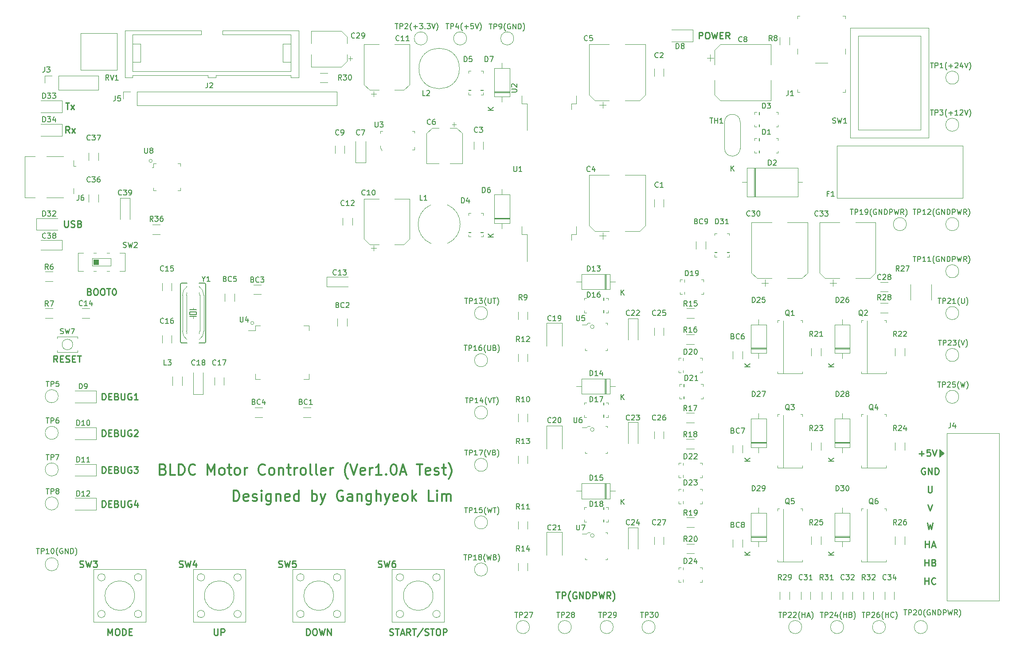
<source format=gbr>
%TF.GenerationSoftware,KiCad,Pcbnew,(5.1.7)-1*%
%TF.CreationDate,2020-11-10T11:56:55+09:00*%
%TF.ProjectId,BLDC_Motor_Controller_Ver1.0A_TEST,424c4443-5f4d-46f7-946f-725f436f6e74,Ver1.0A*%
%TF.SameCoordinates,Original*%
%TF.FileFunction,Legend,Top*%
%TF.FilePolarity,Positive*%
%FSLAX46Y46*%
G04 Gerber Fmt 4.6, Leading zero omitted, Abs format (unit mm)*
G04 Created by KiCad (PCBNEW (5.1.7)-1) date 2020-11-10 11:56:55*
%MOMM*%
%LPD*%
G01*
G04 APERTURE LIST*
%ADD10C,0.250000*%
%ADD11C,0.120000*%
%ADD12C,0.300000*%
%ADD13C,0.100000*%
%ADD14C,0.050800*%
%ADD15C,0.152400*%
%ADD16C,0.150000*%
G04 APERTURE END LIST*
D10*
X161315476Y-136315476D02*
X162029761Y-136315476D01*
X161672619Y-137565476D02*
X161672619Y-136315476D01*
X162446428Y-137565476D02*
X162446428Y-136315476D01*
X162922619Y-136315476D01*
X163041666Y-136375000D01*
X163101190Y-136434523D01*
X163160714Y-136553571D01*
X163160714Y-136732142D01*
X163101190Y-136851190D01*
X163041666Y-136910714D01*
X162922619Y-136970238D01*
X162446428Y-136970238D01*
X164053571Y-138041666D02*
X163994047Y-137982142D01*
X163875000Y-137803571D01*
X163815476Y-137684523D01*
X163755952Y-137505952D01*
X163696428Y-137208333D01*
X163696428Y-136970238D01*
X163755952Y-136672619D01*
X163815476Y-136494047D01*
X163875000Y-136375000D01*
X163994047Y-136196428D01*
X164053571Y-136136904D01*
X165184523Y-136375000D02*
X165065476Y-136315476D01*
X164886904Y-136315476D01*
X164708333Y-136375000D01*
X164589285Y-136494047D01*
X164529761Y-136613095D01*
X164470238Y-136851190D01*
X164470238Y-137029761D01*
X164529761Y-137267857D01*
X164589285Y-137386904D01*
X164708333Y-137505952D01*
X164886904Y-137565476D01*
X165005952Y-137565476D01*
X165184523Y-137505952D01*
X165244047Y-137446428D01*
X165244047Y-137029761D01*
X165005952Y-137029761D01*
X165779761Y-137565476D02*
X165779761Y-136315476D01*
X166494047Y-137565476D01*
X166494047Y-136315476D01*
X167089285Y-137565476D02*
X167089285Y-136315476D01*
X167386904Y-136315476D01*
X167565476Y-136375000D01*
X167684523Y-136494047D01*
X167744047Y-136613095D01*
X167803571Y-136851190D01*
X167803571Y-137029761D01*
X167744047Y-137267857D01*
X167684523Y-137386904D01*
X167565476Y-137505952D01*
X167386904Y-137565476D01*
X167089285Y-137565476D01*
X168339285Y-137565476D02*
X168339285Y-136315476D01*
X168815476Y-136315476D01*
X168934523Y-136375000D01*
X168994047Y-136434523D01*
X169053571Y-136553571D01*
X169053571Y-136732142D01*
X168994047Y-136851190D01*
X168934523Y-136910714D01*
X168815476Y-136970238D01*
X168339285Y-136970238D01*
X169470238Y-136315476D02*
X169767857Y-137565476D01*
X170005952Y-136672619D01*
X170244047Y-137565476D01*
X170541666Y-136315476D01*
X171732142Y-137565476D02*
X171315476Y-136970238D01*
X171017857Y-137565476D02*
X171017857Y-136315476D01*
X171494047Y-136315476D01*
X171613095Y-136375000D01*
X171672619Y-136434523D01*
X171732142Y-136553571D01*
X171732142Y-136732142D01*
X171672619Y-136851190D01*
X171613095Y-136910714D01*
X171494047Y-136970238D01*
X171017857Y-136970238D01*
X172148809Y-138041666D02*
X172208333Y-137982142D01*
X172327380Y-137803571D01*
X172386904Y-137684523D01*
X172446428Y-137505952D01*
X172505952Y-137208333D01*
X172505952Y-136970238D01*
X172446428Y-136672619D01*
X172386904Y-136494047D01*
X172327380Y-136375000D01*
X172208333Y-136196428D01*
X172148809Y-136136904D01*
X74607142Y-120065476D02*
X74607142Y-118815476D01*
X74904761Y-118815476D01*
X75083333Y-118875000D01*
X75202380Y-118994047D01*
X75261904Y-119113095D01*
X75321428Y-119351190D01*
X75321428Y-119529761D01*
X75261904Y-119767857D01*
X75202380Y-119886904D01*
X75083333Y-120005952D01*
X74904761Y-120065476D01*
X74607142Y-120065476D01*
X75857142Y-119410714D02*
X76273809Y-119410714D01*
X76452380Y-120065476D02*
X75857142Y-120065476D01*
X75857142Y-118815476D01*
X76452380Y-118815476D01*
X77404761Y-119410714D02*
X77583333Y-119470238D01*
X77642857Y-119529761D01*
X77702380Y-119648809D01*
X77702380Y-119827380D01*
X77642857Y-119946428D01*
X77583333Y-120005952D01*
X77464285Y-120065476D01*
X76988095Y-120065476D01*
X76988095Y-118815476D01*
X77404761Y-118815476D01*
X77523809Y-118875000D01*
X77583333Y-118934523D01*
X77642857Y-119053571D01*
X77642857Y-119172619D01*
X77583333Y-119291666D01*
X77523809Y-119351190D01*
X77404761Y-119410714D01*
X76988095Y-119410714D01*
X78238095Y-118815476D02*
X78238095Y-119827380D01*
X78297619Y-119946428D01*
X78357142Y-120005952D01*
X78476190Y-120065476D01*
X78714285Y-120065476D01*
X78833333Y-120005952D01*
X78892857Y-119946428D01*
X78952380Y-119827380D01*
X78952380Y-118815476D01*
X80202380Y-118875000D02*
X80083333Y-118815476D01*
X79904761Y-118815476D01*
X79726190Y-118875000D01*
X79607142Y-118994047D01*
X79547619Y-119113095D01*
X79488095Y-119351190D01*
X79488095Y-119529761D01*
X79547619Y-119767857D01*
X79607142Y-119886904D01*
X79726190Y-120005952D01*
X79904761Y-120065476D01*
X80023809Y-120065476D01*
X80202380Y-120005952D01*
X80261904Y-119946428D01*
X80261904Y-119529761D01*
X80023809Y-119529761D01*
X81333333Y-119232142D02*
X81333333Y-120065476D01*
X81035714Y-118755952D02*
X80738095Y-119648809D01*
X81511904Y-119648809D01*
X74607142Y-113565476D02*
X74607142Y-112315476D01*
X74904761Y-112315476D01*
X75083333Y-112375000D01*
X75202380Y-112494047D01*
X75261904Y-112613095D01*
X75321428Y-112851190D01*
X75321428Y-113029761D01*
X75261904Y-113267857D01*
X75202380Y-113386904D01*
X75083333Y-113505952D01*
X74904761Y-113565476D01*
X74607142Y-113565476D01*
X75857142Y-112910714D02*
X76273809Y-112910714D01*
X76452380Y-113565476D02*
X75857142Y-113565476D01*
X75857142Y-112315476D01*
X76452380Y-112315476D01*
X77404761Y-112910714D02*
X77583333Y-112970238D01*
X77642857Y-113029761D01*
X77702380Y-113148809D01*
X77702380Y-113327380D01*
X77642857Y-113446428D01*
X77583333Y-113505952D01*
X77464285Y-113565476D01*
X76988095Y-113565476D01*
X76988095Y-112315476D01*
X77404761Y-112315476D01*
X77523809Y-112375000D01*
X77583333Y-112434523D01*
X77642857Y-112553571D01*
X77642857Y-112672619D01*
X77583333Y-112791666D01*
X77523809Y-112851190D01*
X77404761Y-112910714D01*
X76988095Y-112910714D01*
X78238095Y-112315476D02*
X78238095Y-113327380D01*
X78297619Y-113446428D01*
X78357142Y-113505952D01*
X78476190Y-113565476D01*
X78714285Y-113565476D01*
X78833333Y-113505952D01*
X78892857Y-113446428D01*
X78952380Y-113327380D01*
X78952380Y-112315476D01*
X80202380Y-112375000D02*
X80083333Y-112315476D01*
X79904761Y-112315476D01*
X79726190Y-112375000D01*
X79607142Y-112494047D01*
X79547619Y-112613095D01*
X79488095Y-112851190D01*
X79488095Y-113029761D01*
X79547619Y-113267857D01*
X79607142Y-113386904D01*
X79726190Y-113505952D01*
X79904761Y-113565476D01*
X80023809Y-113565476D01*
X80202380Y-113505952D01*
X80261904Y-113446428D01*
X80261904Y-113029761D01*
X80023809Y-113029761D01*
X80678571Y-112315476D02*
X81452380Y-112315476D01*
X81035714Y-112791666D01*
X81214285Y-112791666D01*
X81333333Y-112851190D01*
X81392857Y-112910714D01*
X81452380Y-113029761D01*
X81452380Y-113327380D01*
X81392857Y-113446428D01*
X81333333Y-113505952D01*
X81214285Y-113565476D01*
X80857142Y-113565476D01*
X80738095Y-113505952D01*
X80678571Y-113446428D01*
X74607142Y-106565476D02*
X74607142Y-105315476D01*
X74904761Y-105315476D01*
X75083333Y-105375000D01*
X75202380Y-105494047D01*
X75261904Y-105613095D01*
X75321428Y-105851190D01*
X75321428Y-106029761D01*
X75261904Y-106267857D01*
X75202380Y-106386904D01*
X75083333Y-106505952D01*
X74904761Y-106565476D01*
X74607142Y-106565476D01*
X75857142Y-105910714D02*
X76273809Y-105910714D01*
X76452380Y-106565476D02*
X75857142Y-106565476D01*
X75857142Y-105315476D01*
X76452380Y-105315476D01*
X77404761Y-105910714D02*
X77583333Y-105970238D01*
X77642857Y-106029761D01*
X77702380Y-106148809D01*
X77702380Y-106327380D01*
X77642857Y-106446428D01*
X77583333Y-106505952D01*
X77464285Y-106565476D01*
X76988095Y-106565476D01*
X76988095Y-105315476D01*
X77404761Y-105315476D01*
X77523809Y-105375000D01*
X77583333Y-105434523D01*
X77642857Y-105553571D01*
X77642857Y-105672619D01*
X77583333Y-105791666D01*
X77523809Y-105851190D01*
X77404761Y-105910714D01*
X76988095Y-105910714D01*
X78238095Y-105315476D02*
X78238095Y-106327380D01*
X78297619Y-106446428D01*
X78357142Y-106505952D01*
X78476190Y-106565476D01*
X78714285Y-106565476D01*
X78833333Y-106505952D01*
X78892857Y-106446428D01*
X78952380Y-106327380D01*
X78952380Y-105315476D01*
X80202380Y-105375000D02*
X80083333Y-105315476D01*
X79904761Y-105315476D01*
X79726190Y-105375000D01*
X79607142Y-105494047D01*
X79547619Y-105613095D01*
X79488095Y-105851190D01*
X79488095Y-106029761D01*
X79547619Y-106267857D01*
X79607142Y-106386904D01*
X79726190Y-106505952D01*
X79904761Y-106565476D01*
X80023809Y-106565476D01*
X80202380Y-106505952D01*
X80261904Y-106446428D01*
X80261904Y-106029761D01*
X80023809Y-106029761D01*
X80738095Y-105434523D02*
X80797619Y-105375000D01*
X80916666Y-105315476D01*
X81214285Y-105315476D01*
X81333333Y-105375000D01*
X81392857Y-105434523D01*
X81452380Y-105553571D01*
X81452380Y-105672619D01*
X81392857Y-105851190D01*
X80678571Y-106565476D01*
X81452380Y-106565476D01*
X74607142Y-99565476D02*
X74607142Y-98315476D01*
X74904761Y-98315476D01*
X75083333Y-98375000D01*
X75202380Y-98494047D01*
X75261904Y-98613095D01*
X75321428Y-98851190D01*
X75321428Y-99029761D01*
X75261904Y-99267857D01*
X75202380Y-99386904D01*
X75083333Y-99505952D01*
X74904761Y-99565476D01*
X74607142Y-99565476D01*
X75857142Y-98910714D02*
X76273809Y-98910714D01*
X76452380Y-99565476D02*
X75857142Y-99565476D01*
X75857142Y-98315476D01*
X76452380Y-98315476D01*
X77404761Y-98910714D02*
X77583333Y-98970238D01*
X77642857Y-99029761D01*
X77702380Y-99148809D01*
X77702380Y-99327380D01*
X77642857Y-99446428D01*
X77583333Y-99505952D01*
X77464285Y-99565476D01*
X76988095Y-99565476D01*
X76988095Y-98315476D01*
X77404761Y-98315476D01*
X77523809Y-98375000D01*
X77583333Y-98434523D01*
X77642857Y-98553571D01*
X77642857Y-98672619D01*
X77583333Y-98791666D01*
X77523809Y-98851190D01*
X77404761Y-98910714D01*
X76988095Y-98910714D01*
X78238095Y-98315476D02*
X78238095Y-99327380D01*
X78297619Y-99446428D01*
X78357142Y-99505952D01*
X78476190Y-99565476D01*
X78714285Y-99565476D01*
X78833333Y-99505952D01*
X78892857Y-99446428D01*
X78952380Y-99327380D01*
X78952380Y-98315476D01*
X80202380Y-98375000D02*
X80083333Y-98315476D01*
X79904761Y-98315476D01*
X79726190Y-98375000D01*
X79607142Y-98494047D01*
X79547619Y-98613095D01*
X79488095Y-98851190D01*
X79488095Y-99029761D01*
X79547619Y-99267857D01*
X79607142Y-99386904D01*
X79726190Y-99505952D01*
X79904761Y-99565476D01*
X80023809Y-99565476D01*
X80202380Y-99505952D01*
X80261904Y-99446428D01*
X80261904Y-99029761D01*
X80023809Y-99029761D01*
X81452380Y-99565476D02*
X80738095Y-99565476D01*
X81095238Y-99565476D02*
X81095238Y-98315476D01*
X80976190Y-98494047D01*
X80857142Y-98613095D01*
X80738095Y-98672619D01*
X188613095Y-30565476D02*
X188613095Y-29315476D01*
X189089285Y-29315476D01*
X189208333Y-29375000D01*
X189267857Y-29434523D01*
X189327380Y-29553571D01*
X189327380Y-29732142D01*
X189267857Y-29851190D01*
X189208333Y-29910714D01*
X189089285Y-29970238D01*
X188613095Y-29970238D01*
X190101190Y-29315476D02*
X190339285Y-29315476D01*
X190458333Y-29375000D01*
X190577380Y-29494047D01*
X190636904Y-29732142D01*
X190636904Y-30148809D01*
X190577380Y-30386904D01*
X190458333Y-30505952D01*
X190339285Y-30565476D01*
X190101190Y-30565476D01*
X189982142Y-30505952D01*
X189863095Y-30386904D01*
X189803571Y-30148809D01*
X189803571Y-29732142D01*
X189863095Y-29494047D01*
X189982142Y-29375000D01*
X190101190Y-29315476D01*
X191053571Y-29315476D02*
X191351190Y-30565476D01*
X191589285Y-29672619D01*
X191827380Y-30565476D01*
X192125000Y-29315476D01*
X192601190Y-29910714D02*
X193017857Y-29910714D01*
X193196428Y-30565476D02*
X192601190Y-30565476D01*
X192601190Y-29315476D01*
X193196428Y-29315476D01*
X194446428Y-30565476D02*
X194029761Y-29970238D01*
X193732142Y-30565476D02*
X193732142Y-29315476D01*
X194208333Y-29315476D01*
X194327380Y-29375000D01*
X194386904Y-29434523D01*
X194446428Y-29553571D01*
X194446428Y-29732142D01*
X194386904Y-29851190D01*
X194327380Y-29910714D01*
X194208333Y-29970238D01*
X193732142Y-29970238D01*
X231767857Y-134815476D02*
X231767857Y-133565476D01*
X231767857Y-134160714D02*
X232482142Y-134160714D01*
X232482142Y-134815476D02*
X232482142Y-133565476D01*
X233791666Y-134696428D02*
X233732142Y-134755952D01*
X233553571Y-134815476D01*
X233434523Y-134815476D01*
X233255952Y-134755952D01*
X233136904Y-134636904D01*
X233077380Y-134517857D01*
X233017857Y-134279761D01*
X233017857Y-134101190D01*
X233077380Y-133863095D01*
X233136904Y-133744047D01*
X233255952Y-133625000D01*
X233434523Y-133565476D01*
X233553571Y-133565476D01*
X233732142Y-133625000D01*
X233791666Y-133684523D01*
X231767857Y-131315476D02*
X231767857Y-130065476D01*
X231767857Y-130660714D02*
X232482142Y-130660714D01*
X232482142Y-131315476D02*
X232482142Y-130065476D01*
X233494047Y-130660714D02*
X233672619Y-130720238D01*
X233732142Y-130779761D01*
X233791666Y-130898809D01*
X233791666Y-131077380D01*
X233732142Y-131196428D01*
X233672619Y-131255952D01*
X233553571Y-131315476D01*
X233077380Y-131315476D01*
X233077380Y-130065476D01*
X233494047Y-130065476D01*
X233613095Y-130125000D01*
X233672619Y-130184523D01*
X233732142Y-130303571D01*
X233732142Y-130422619D01*
X233672619Y-130541666D01*
X233613095Y-130601190D01*
X233494047Y-130660714D01*
X233077380Y-130660714D01*
X231857142Y-127815476D02*
X231857142Y-126565476D01*
X231857142Y-127160714D02*
X232571428Y-127160714D01*
X232571428Y-127815476D02*
X232571428Y-126565476D01*
X233107142Y-127458333D02*
X233702380Y-127458333D01*
X232988095Y-127815476D02*
X233404761Y-126565476D01*
X233821428Y-127815476D01*
X232214285Y-123065476D02*
X232511904Y-124315476D01*
X232750000Y-123422619D01*
X232988095Y-124315476D01*
X233285714Y-123065476D01*
X232333333Y-119565476D02*
X232750000Y-120815476D01*
X233166666Y-119565476D01*
X232392857Y-116065476D02*
X232392857Y-117077380D01*
X232452380Y-117196428D01*
X232511904Y-117255952D01*
X232630952Y-117315476D01*
X232869047Y-117315476D01*
X232988095Y-117255952D01*
X233047619Y-117196428D01*
X233107142Y-117077380D01*
X233107142Y-116065476D01*
X231797619Y-112625000D02*
X231678571Y-112565476D01*
X231500000Y-112565476D01*
X231321428Y-112625000D01*
X231202380Y-112744047D01*
X231142857Y-112863095D01*
X231083333Y-113101190D01*
X231083333Y-113279761D01*
X231142857Y-113517857D01*
X231202380Y-113636904D01*
X231321428Y-113755952D01*
X231500000Y-113815476D01*
X231619047Y-113815476D01*
X231797619Y-113755952D01*
X231857142Y-113696428D01*
X231857142Y-113279761D01*
X231619047Y-113279761D01*
X232392857Y-113815476D02*
X232392857Y-112565476D01*
X233107142Y-113815476D01*
X233107142Y-112565476D01*
X233702380Y-113815476D02*
X233702380Y-112565476D01*
X234000000Y-112565476D01*
X234178571Y-112625000D01*
X234297619Y-112744047D01*
X234357142Y-112863095D01*
X234416666Y-113101190D01*
X234416666Y-113279761D01*
X234357142Y-113517857D01*
X234297619Y-113636904D01*
X234178571Y-113755952D01*
X234000000Y-113815476D01*
X233702380Y-113815476D01*
X230642857Y-109839285D02*
X231595238Y-109839285D01*
X231119047Y-110315476D02*
X231119047Y-109363095D01*
X232785714Y-109065476D02*
X232190476Y-109065476D01*
X232130952Y-109660714D01*
X232190476Y-109601190D01*
X232309523Y-109541666D01*
X232607142Y-109541666D01*
X232726190Y-109601190D01*
X232785714Y-109660714D01*
X232845238Y-109779761D01*
X232845238Y-110077380D01*
X232785714Y-110196428D01*
X232726190Y-110255952D01*
X232607142Y-110315476D01*
X232309523Y-110315476D01*
X232190476Y-110255952D01*
X232130952Y-110196428D01*
X233202380Y-109065476D02*
X233619047Y-110315476D01*
X234035714Y-109065476D01*
X67422619Y-65315476D02*
X67422619Y-66327380D01*
X67482142Y-66446428D01*
X67541666Y-66505952D01*
X67660714Y-66565476D01*
X67898809Y-66565476D01*
X68017857Y-66505952D01*
X68077380Y-66446428D01*
X68136904Y-66327380D01*
X68136904Y-65315476D01*
X68672619Y-66505952D02*
X68851190Y-66565476D01*
X69148809Y-66565476D01*
X69267857Y-66505952D01*
X69327380Y-66446428D01*
X69386904Y-66327380D01*
X69386904Y-66208333D01*
X69327380Y-66089285D01*
X69267857Y-66029761D01*
X69148809Y-65970238D01*
X68910714Y-65910714D01*
X68791666Y-65851190D01*
X68732142Y-65791666D01*
X68672619Y-65672619D01*
X68672619Y-65553571D01*
X68732142Y-65434523D01*
X68791666Y-65375000D01*
X68910714Y-65315476D01*
X69208333Y-65315476D01*
X69386904Y-65375000D01*
X70339285Y-65910714D02*
X70517857Y-65970238D01*
X70577380Y-66029761D01*
X70636904Y-66148809D01*
X70636904Y-66327380D01*
X70577380Y-66446428D01*
X70517857Y-66505952D01*
X70398809Y-66565476D01*
X69922619Y-66565476D01*
X69922619Y-65315476D01*
X70339285Y-65315476D01*
X70458333Y-65375000D01*
X70517857Y-65434523D01*
X70577380Y-65553571D01*
X70577380Y-65672619D01*
X70517857Y-65791666D01*
X70458333Y-65851190D01*
X70339285Y-65910714D01*
X69922619Y-65910714D01*
X129523809Y-144505952D02*
X129702380Y-144565476D01*
X130000000Y-144565476D01*
X130119047Y-144505952D01*
X130178571Y-144446428D01*
X130238095Y-144327380D01*
X130238095Y-144208333D01*
X130178571Y-144089285D01*
X130119047Y-144029761D01*
X130000000Y-143970238D01*
X129761904Y-143910714D01*
X129642857Y-143851190D01*
X129583333Y-143791666D01*
X129523809Y-143672619D01*
X129523809Y-143553571D01*
X129583333Y-143434523D01*
X129642857Y-143375000D01*
X129761904Y-143315476D01*
X130059523Y-143315476D01*
X130238095Y-143375000D01*
X130595238Y-143315476D02*
X131309523Y-143315476D01*
X130952380Y-144565476D02*
X130952380Y-143315476D01*
X131666666Y-144208333D02*
X132261904Y-144208333D01*
X131547619Y-144565476D02*
X131964285Y-143315476D01*
X132380952Y-144565476D01*
X133511904Y-144565476D02*
X133095238Y-143970238D01*
X132797619Y-144565476D02*
X132797619Y-143315476D01*
X133273809Y-143315476D01*
X133392857Y-143375000D01*
X133452380Y-143434523D01*
X133511904Y-143553571D01*
X133511904Y-143732142D01*
X133452380Y-143851190D01*
X133392857Y-143910714D01*
X133273809Y-143970238D01*
X132797619Y-143970238D01*
X133869047Y-143315476D02*
X134583333Y-143315476D01*
X134226190Y-144565476D02*
X134226190Y-143315476D01*
X135892857Y-143255952D02*
X134821428Y-144863095D01*
X136250000Y-144505952D02*
X136428571Y-144565476D01*
X136726190Y-144565476D01*
X136845238Y-144505952D01*
X136904761Y-144446428D01*
X136964285Y-144327380D01*
X136964285Y-144208333D01*
X136904761Y-144089285D01*
X136845238Y-144029761D01*
X136726190Y-143970238D01*
X136488095Y-143910714D01*
X136369047Y-143851190D01*
X136309523Y-143791666D01*
X136250000Y-143672619D01*
X136250000Y-143553571D01*
X136309523Y-143434523D01*
X136369047Y-143375000D01*
X136488095Y-143315476D01*
X136785714Y-143315476D01*
X136964285Y-143375000D01*
X137321428Y-143315476D02*
X138035714Y-143315476D01*
X137678571Y-144565476D02*
X137678571Y-143315476D01*
X138690476Y-143315476D02*
X138928571Y-143315476D01*
X139047619Y-143375000D01*
X139166666Y-143494047D01*
X139226190Y-143732142D01*
X139226190Y-144148809D01*
X139166666Y-144386904D01*
X139047619Y-144505952D01*
X138928571Y-144565476D01*
X138690476Y-144565476D01*
X138571428Y-144505952D01*
X138452380Y-144386904D01*
X138392857Y-144148809D01*
X138392857Y-143732142D01*
X138452380Y-143494047D01*
X138571428Y-143375000D01*
X138690476Y-143315476D01*
X139761904Y-144565476D02*
X139761904Y-143315476D01*
X140238095Y-143315476D01*
X140357142Y-143375000D01*
X140416666Y-143434523D01*
X140476190Y-143553571D01*
X140476190Y-143732142D01*
X140416666Y-143851190D01*
X140357142Y-143910714D01*
X140238095Y-143970238D01*
X139761904Y-143970238D01*
X113648809Y-144565476D02*
X113648809Y-143315476D01*
X113946428Y-143315476D01*
X114125000Y-143375000D01*
X114244047Y-143494047D01*
X114303571Y-143613095D01*
X114363095Y-143851190D01*
X114363095Y-144029761D01*
X114303571Y-144267857D01*
X114244047Y-144386904D01*
X114125000Y-144505952D01*
X113946428Y-144565476D01*
X113648809Y-144565476D01*
X115136904Y-143315476D02*
X115375000Y-143315476D01*
X115494047Y-143375000D01*
X115613095Y-143494047D01*
X115672619Y-143732142D01*
X115672619Y-144148809D01*
X115613095Y-144386904D01*
X115494047Y-144505952D01*
X115375000Y-144565476D01*
X115136904Y-144565476D01*
X115017857Y-144505952D01*
X114898809Y-144386904D01*
X114839285Y-144148809D01*
X114839285Y-143732142D01*
X114898809Y-143494047D01*
X115017857Y-143375000D01*
X115136904Y-143315476D01*
X116089285Y-143315476D02*
X116386904Y-144565476D01*
X116625000Y-143672619D01*
X116863095Y-144565476D01*
X117160714Y-143315476D01*
X117636904Y-144565476D02*
X117636904Y-143315476D01*
X118351190Y-144565476D01*
X118351190Y-143315476D01*
X96017857Y-143315476D02*
X96017857Y-144327380D01*
X96077380Y-144446428D01*
X96136904Y-144505952D01*
X96255952Y-144565476D01*
X96494047Y-144565476D01*
X96613095Y-144505952D01*
X96672619Y-144446428D01*
X96732142Y-144327380D01*
X96732142Y-143315476D01*
X97327380Y-144565476D02*
X97327380Y-143315476D01*
X97803571Y-143315476D01*
X97922619Y-143375000D01*
X97982142Y-143434523D01*
X98041666Y-143553571D01*
X98041666Y-143732142D01*
X97982142Y-143851190D01*
X97922619Y-143910714D01*
X97803571Y-143970238D01*
X97327380Y-143970238D01*
X75738095Y-144565476D02*
X75738095Y-143315476D01*
X76154761Y-144208333D01*
X76571428Y-143315476D01*
X76571428Y-144565476D01*
X77404761Y-143315476D02*
X77642857Y-143315476D01*
X77761904Y-143375000D01*
X77880952Y-143494047D01*
X77940476Y-143732142D01*
X77940476Y-144148809D01*
X77880952Y-144386904D01*
X77761904Y-144505952D01*
X77642857Y-144565476D01*
X77404761Y-144565476D01*
X77285714Y-144505952D01*
X77166666Y-144386904D01*
X77107142Y-144148809D01*
X77107142Y-143732142D01*
X77166666Y-143494047D01*
X77285714Y-143375000D01*
X77404761Y-143315476D01*
X78476190Y-144565476D02*
X78476190Y-143315476D01*
X78773809Y-143315476D01*
X78952380Y-143375000D01*
X79071428Y-143494047D01*
X79130952Y-143613095D01*
X79190476Y-143851190D01*
X79190476Y-144029761D01*
X79130952Y-144267857D01*
X79071428Y-144386904D01*
X78952380Y-144505952D01*
X78773809Y-144565476D01*
X78476190Y-144565476D01*
X79726190Y-143910714D02*
X80142857Y-143910714D01*
X80321428Y-144565476D02*
X79726190Y-144565476D01*
X79726190Y-143315476D01*
X80321428Y-143315476D01*
X72208333Y-78910714D02*
X72386904Y-78970238D01*
X72446428Y-79029761D01*
X72505952Y-79148809D01*
X72505952Y-79327380D01*
X72446428Y-79446428D01*
X72386904Y-79505952D01*
X72267857Y-79565476D01*
X71791666Y-79565476D01*
X71791666Y-78315476D01*
X72208333Y-78315476D01*
X72327380Y-78375000D01*
X72386904Y-78434523D01*
X72446428Y-78553571D01*
X72446428Y-78672619D01*
X72386904Y-78791666D01*
X72327380Y-78851190D01*
X72208333Y-78910714D01*
X71791666Y-78910714D01*
X73279761Y-78315476D02*
X73517857Y-78315476D01*
X73636904Y-78375000D01*
X73755952Y-78494047D01*
X73815476Y-78732142D01*
X73815476Y-79148809D01*
X73755952Y-79386904D01*
X73636904Y-79505952D01*
X73517857Y-79565476D01*
X73279761Y-79565476D01*
X73160714Y-79505952D01*
X73041666Y-79386904D01*
X72982142Y-79148809D01*
X72982142Y-78732142D01*
X73041666Y-78494047D01*
X73160714Y-78375000D01*
X73279761Y-78315476D01*
X74589285Y-78315476D02*
X74827380Y-78315476D01*
X74946428Y-78375000D01*
X75065476Y-78494047D01*
X75124999Y-78732142D01*
X75124999Y-79148809D01*
X75065476Y-79386904D01*
X74946428Y-79505952D01*
X74827380Y-79565476D01*
X74589285Y-79565476D01*
X74470238Y-79505952D01*
X74351190Y-79386904D01*
X74291666Y-79148809D01*
X74291666Y-78732142D01*
X74351190Y-78494047D01*
X74470238Y-78375000D01*
X74589285Y-78315476D01*
X75482142Y-78315476D02*
X76196428Y-78315476D01*
X75839285Y-79565476D02*
X75839285Y-78315476D01*
X76851190Y-78315476D02*
X76970238Y-78315476D01*
X77089285Y-78375000D01*
X77148809Y-78434523D01*
X77208333Y-78553571D01*
X77267857Y-78791666D01*
X77267857Y-79089285D01*
X77208333Y-79327380D01*
X77148809Y-79446428D01*
X77089285Y-79505952D01*
X76970238Y-79565476D01*
X76851190Y-79565476D01*
X76732142Y-79505952D01*
X76672619Y-79446428D01*
X76613095Y-79327380D01*
X76553571Y-79089285D01*
X76553571Y-78791666D01*
X76613095Y-78553571D01*
X76672619Y-78434523D01*
X76732142Y-78375000D01*
X76851190Y-78315476D01*
X66084523Y-92365476D02*
X65667857Y-91770238D01*
X65370238Y-92365476D02*
X65370238Y-91115476D01*
X65846428Y-91115476D01*
X65965476Y-91175000D01*
X66025000Y-91234523D01*
X66084523Y-91353571D01*
X66084523Y-91532142D01*
X66025000Y-91651190D01*
X65965476Y-91710714D01*
X65846428Y-91770238D01*
X65370238Y-91770238D01*
X66620238Y-91710714D02*
X67036904Y-91710714D01*
X67215476Y-92365476D02*
X66620238Y-92365476D01*
X66620238Y-91115476D01*
X67215476Y-91115476D01*
X67691666Y-92305952D02*
X67870238Y-92365476D01*
X68167857Y-92365476D01*
X68286904Y-92305952D01*
X68346428Y-92246428D01*
X68405952Y-92127380D01*
X68405952Y-92008333D01*
X68346428Y-91889285D01*
X68286904Y-91829761D01*
X68167857Y-91770238D01*
X67929761Y-91710714D01*
X67810714Y-91651190D01*
X67751190Y-91591666D01*
X67691666Y-91472619D01*
X67691666Y-91353571D01*
X67751190Y-91234523D01*
X67810714Y-91175000D01*
X67929761Y-91115476D01*
X68227380Y-91115476D01*
X68405952Y-91175000D01*
X68941666Y-91710714D02*
X69358333Y-91710714D01*
X69536904Y-92365476D02*
X68941666Y-92365476D01*
X68941666Y-91115476D01*
X69536904Y-91115476D01*
X69894047Y-91115476D02*
X70608333Y-91115476D01*
X70251190Y-92365476D02*
X70251190Y-91115476D01*
D11*
X103600000Y-84900000D02*
G75*
G03*
X103600000Y-84900000I-300000J0D01*
G01*
X84200000Y-53900000D02*
G75*
G03*
X84200000Y-53900000I-300000J0D01*
G01*
D10*
X68380952Y-48565476D02*
X67964285Y-47970238D01*
X67666666Y-48565476D02*
X67666666Y-47315476D01*
X68142857Y-47315476D01*
X68261904Y-47375000D01*
X68321428Y-47434523D01*
X68380952Y-47553571D01*
X68380952Y-47732142D01*
X68321428Y-47851190D01*
X68261904Y-47910714D01*
X68142857Y-47970238D01*
X67666666Y-47970238D01*
X68797619Y-48565476D02*
X69452380Y-47732142D01*
X68797619Y-47732142D02*
X69452380Y-48565476D01*
X67636904Y-42815476D02*
X68351190Y-42815476D01*
X67994047Y-44065476D02*
X67994047Y-42815476D01*
X68648809Y-44065476D02*
X69303571Y-43232142D01*
X68648809Y-43232142D02*
X69303571Y-44065476D01*
D12*
X99738095Y-118904761D02*
X99738095Y-116904761D01*
X100214285Y-116904761D01*
X100500000Y-117000000D01*
X100690476Y-117190476D01*
X100785714Y-117380952D01*
X100880952Y-117761904D01*
X100880952Y-118047619D01*
X100785714Y-118428571D01*
X100690476Y-118619047D01*
X100500000Y-118809523D01*
X100214285Y-118904761D01*
X99738095Y-118904761D01*
X102500000Y-118809523D02*
X102309523Y-118904761D01*
X101928571Y-118904761D01*
X101738095Y-118809523D01*
X101642857Y-118619047D01*
X101642857Y-117857142D01*
X101738095Y-117666666D01*
X101928571Y-117571428D01*
X102309523Y-117571428D01*
X102500000Y-117666666D01*
X102595238Y-117857142D01*
X102595238Y-118047619D01*
X101642857Y-118238095D01*
X103357142Y-118809523D02*
X103547619Y-118904761D01*
X103928571Y-118904761D01*
X104119047Y-118809523D01*
X104214285Y-118619047D01*
X104214285Y-118523809D01*
X104119047Y-118333333D01*
X103928571Y-118238095D01*
X103642857Y-118238095D01*
X103452380Y-118142857D01*
X103357142Y-117952380D01*
X103357142Y-117857142D01*
X103452380Y-117666666D01*
X103642857Y-117571428D01*
X103928571Y-117571428D01*
X104119047Y-117666666D01*
X105071428Y-118904761D02*
X105071428Y-117571428D01*
X105071428Y-116904761D02*
X104976190Y-117000000D01*
X105071428Y-117095238D01*
X105166666Y-117000000D01*
X105071428Y-116904761D01*
X105071428Y-117095238D01*
X106880952Y-117571428D02*
X106880952Y-119190476D01*
X106785714Y-119380952D01*
X106690476Y-119476190D01*
X106500000Y-119571428D01*
X106214285Y-119571428D01*
X106023809Y-119476190D01*
X106880952Y-118809523D02*
X106690476Y-118904761D01*
X106309523Y-118904761D01*
X106119047Y-118809523D01*
X106023809Y-118714285D01*
X105928571Y-118523809D01*
X105928571Y-117952380D01*
X106023809Y-117761904D01*
X106119047Y-117666666D01*
X106309523Y-117571428D01*
X106690476Y-117571428D01*
X106880952Y-117666666D01*
X107833333Y-117571428D02*
X107833333Y-118904761D01*
X107833333Y-117761904D02*
X107928571Y-117666666D01*
X108119047Y-117571428D01*
X108404761Y-117571428D01*
X108595238Y-117666666D01*
X108690476Y-117857142D01*
X108690476Y-118904761D01*
X110404761Y-118809523D02*
X110214285Y-118904761D01*
X109833333Y-118904761D01*
X109642857Y-118809523D01*
X109547619Y-118619047D01*
X109547619Y-117857142D01*
X109642857Y-117666666D01*
X109833333Y-117571428D01*
X110214285Y-117571428D01*
X110404761Y-117666666D01*
X110500000Y-117857142D01*
X110500000Y-118047619D01*
X109547619Y-118238095D01*
X112214285Y-118904761D02*
X112214285Y-116904761D01*
X112214285Y-118809523D02*
X112023809Y-118904761D01*
X111642857Y-118904761D01*
X111452380Y-118809523D01*
X111357142Y-118714285D01*
X111261904Y-118523809D01*
X111261904Y-117952380D01*
X111357142Y-117761904D01*
X111452380Y-117666666D01*
X111642857Y-117571428D01*
X112023809Y-117571428D01*
X112214285Y-117666666D01*
X114690476Y-118904761D02*
X114690476Y-116904761D01*
X114690476Y-117666666D02*
X114880952Y-117571428D01*
X115261904Y-117571428D01*
X115452380Y-117666666D01*
X115547619Y-117761904D01*
X115642857Y-117952380D01*
X115642857Y-118523809D01*
X115547619Y-118714285D01*
X115452380Y-118809523D01*
X115261904Y-118904761D01*
X114880952Y-118904761D01*
X114690476Y-118809523D01*
X116309523Y-117571428D02*
X116785714Y-118904761D01*
X117261904Y-117571428D02*
X116785714Y-118904761D01*
X116595238Y-119380952D01*
X116500000Y-119476190D01*
X116309523Y-119571428D01*
X120595238Y-117000000D02*
X120404761Y-116904761D01*
X120119047Y-116904761D01*
X119833333Y-117000000D01*
X119642857Y-117190476D01*
X119547619Y-117380952D01*
X119452380Y-117761904D01*
X119452380Y-118047619D01*
X119547619Y-118428571D01*
X119642857Y-118619047D01*
X119833333Y-118809523D01*
X120119047Y-118904761D01*
X120309523Y-118904761D01*
X120595238Y-118809523D01*
X120690476Y-118714285D01*
X120690476Y-118047619D01*
X120309523Y-118047619D01*
X122404761Y-118904761D02*
X122404761Y-117857142D01*
X122309523Y-117666666D01*
X122119047Y-117571428D01*
X121738095Y-117571428D01*
X121547619Y-117666666D01*
X122404761Y-118809523D02*
X122214285Y-118904761D01*
X121738095Y-118904761D01*
X121547619Y-118809523D01*
X121452380Y-118619047D01*
X121452380Y-118428571D01*
X121547619Y-118238095D01*
X121738095Y-118142857D01*
X122214285Y-118142857D01*
X122404761Y-118047619D01*
X123357142Y-117571428D02*
X123357142Y-118904761D01*
X123357142Y-117761904D02*
X123452380Y-117666666D01*
X123642857Y-117571428D01*
X123928571Y-117571428D01*
X124119047Y-117666666D01*
X124214285Y-117857142D01*
X124214285Y-118904761D01*
X126023809Y-117571428D02*
X126023809Y-119190476D01*
X125928571Y-119380952D01*
X125833333Y-119476190D01*
X125642857Y-119571428D01*
X125357142Y-119571428D01*
X125166666Y-119476190D01*
X126023809Y-118809523D02*
X125833333Y-118904761D01*
X125452380Y-118904761D01*
X125261904Y-118809523D01*
X125166666Y-118714285D01*
X125071428Y-118523809D01*
X125071428Y-117952380D01*
X125166666Y-117761904D01*
X125261904Y-117666666D01*
X125452380Y-117571428D01*
X125833333Y-117571428D01*
X126023809Y-117666666D01*
X126976190Y-118904761D02*
X126976190Y-116904761D01*
X127833333Y-118904761D02*
X127833333Y-117857142D01*
X127738095Y-117666666D01*
X127547619Y-117571428D01*
X127261904Y-117571428D01*
X127071428Y-117666666D01*
X126976190Y-117761904D01*
X128595238Y-117571428D02*
X129071428Y-118904761D01*
X129547619Y-117571428D02*
X129071428Y-118904761D01*
X128880952Y-119380952D01*
X128785714Y-119476190D01*
X128595238Y-119571428D01*
X131071428Y-118809523D02*
X130880952Y-118904761D01*
X130500000Y-118904761D01*
X130309523Y-118809523D01*
X130214285Y-118619047D01*
X130214285Y-117857142D01*
X130309523Y-117666666D01*
X130500000Y-117571428D01*
X130880952Y-117571428D01*
X131071428Y-117666666D01*
X131166666Y-117857142D01*
X131166666Y-118047619D01*
X130214285Y-118238095D01*
X132309523Y-118904761D02*
X132119047Y-118809523D01*
X132023809Y-118714285D01*
X131928571Y-118523809D01*
X131928571Y-117952380D01*
X132023809Y-117761904D01*
X132119047Y-117666666D01*
X132309523Y-117571428D01*
X132595238Y-117571428D01*
X132785714Y-117666666D01*
X132880952Y-117761904D01*
X132976190Y-117952380D01*
X132976190Y-118523809D01*
X132880952Y-118714285D01*
X132785714Y-118809523D01*
X132595238Y-118904761D01*
X132309523Y-118904761D01*
X133833333Y-118904761D02*
X133833333Y-116904761D01*
X134023809Y-118142857D02*
X134595238Y-118904761D01*
X134595238Y-117571428D02*
X133833333Y-118333333D01*
X137928571Y-118904761D02*
X136976190Y-118904761D01*
X136976190Y-116904761D01*
X138595238Y-118904761D02*
X138595238Y-117571428D01*
X138595238Y-116904761D02*
X138500000Y-117000000D01*
X138595238Y-117095238D01*
X138690476Y-117000000D01*
X138595238Y-116904761D01*
X138595238Y-117095238D01*
X139547619Y-118904761D02*
X139547619Y-117571428D01*
X139547619Y-117761904D02*
X139642857Y-117666666D01*
X139833333Y-117571428D01*
X140119047Y-117571428D01*
X140309523Y-117666666D01*
X140404761Y-117857142D01*
X140404761Y-118904761D01*
X140404761Y-117857142D02*
X140500000Y-117666666D01*
X140690476Y-117571428D01*
X140976190Y-117571428D01*
X141166666Y-117666666D01*
X141261904Y-117857142D01*
X141261904Y-118904761D01*
X86309523Y-112857142D02*
X86595238Y-112952380D01*
X86690476Y-113047619D01*
X86785714Y-113238095D01*
X86785714Y-113523809D01*
X86690476Y-113714285D01*
X86595238Y-113809523D01*
X86404761Y-113904761D01*
X85642857Y-113904761D01*
X85642857Y-111904761D01*
X86309523Y-111904761D01*
X86499999Y-112000000D01*
X86595238Y-112095238D01*
X86690476Y-112285714D01*
X86690476Y-112476190D01*
X86595238Y-112666666D01*
X86499999Y-112761904D01*
X86309523Y-112857142D01*
X85642857Y-112857142D01*
X88595238Y-113904761D02*
X87642857Y-113904761D01*
X87642857Y-111904761D01*
X89261904Y-113904761D02*
X89261904Y-111904761D01*
X89738095Y-111904761D01*
X90023809Y-112000000D01*
X90214285Y-112190476D01*
X90309523Y-112380952D01*
X90404761Y-112761904D01*
X90404761Y-113047619D01*
X90309523Y-113428571D01*
X90214285Y-113619047D01*
X90023809Y-113809523D01*
X89738095Y-113904761D01*
X89261904Y-113904761D01*
X92404761Y-113714285D02*
X92309523Y-113809523D01*
X92023809Y-113904761D01*
X91833333Y-113904761D01*
X91547619Y-113809523D01*
X91357142Y-113619047D01*
X91261904Y-113428571D01*
X91166666Y-113047619D01*
X91166666Y-112761904D01*
X91261904Y-112380952D01*
X91357142Y-112190476D01*
X91547619Y-112000000D01*
X91833333Y-111904761D01*
X92023809Y-111904761D01*
X92309523Y-112000000D01*
X92404761Y-112095238D01*
X94785714Y-113904761D02*
X94785714Y-111904761D01*
X95452380Y-113333333D01*
X96119047Y-111904761D01*
X96119047Y-113904761D01*
X97357142Y-113904761D02*
X97166666Y-113809523D01*
X97071428Y-113714285D01*
X96976190Y-113523809D01*
X96976190Y-112952380D01*
X97071428Y-112761904D01*
X97166666Y-112666666D01*
X97357142Y-112571428D01*
X97642857Y-112571428D01*
X97833333Y-112666666D01*
X97928571Y-112761904D01*
X98023809Y-112952380D01*
X98023809Y-113523809D01*
X97928571Y-113714285D01*
X97833333Y-113809523D01*
X97642857Y-113904761D01*
X97357142Y-113904761D01*
X98595238Y-112571428D02*
X99357142Y-112571428D01*
X98880952Y-111904761D02*
X98880952Y-113619047D01*
X98976190Y-113809523D01*
X99166666Y-113904761D01*
X99357142Y-113904761D01*
X100309523Y-113904761D02*
X100119047Y-113809523D01*
X100023809Y-113714285D01*
X99928571Y-113523809D01*
X99928571Y-112952380D01*
X100023809Y-112761904D01*
X100119047Y-112666666D01*
X100309523Y-112571428D01*
X100595238Y-112571428D01*
X100785714Y-112666666D01*
X100880952Y-112761904D01*
X100976190Y-112952380D01*
X100976190Y-113523809D01*
X100880952Y-113714285D01*
X100785714Y-113809523D01*
X100595238Y-113904761D01*
X100309523Y-113904761D01*
X101833333Y-113904761D02*
X101833333Y-112571428D01*
X101833333Y-112952380D02*
X101928571Y-112761904D01*
X102023809Y-112666666D01*
X102214285Y-112571428D01*
X102404761Y-112571428D01*
X105738095Y-113714285D02*
X105642857Y-113809523D01*
X105357142Y-113904761D01*
X105166666Y-113904761D01*
X104880952Y-113809523D01*
X104690476Y-113619047D01*
X104595238Y-113428571D01*
X104499999Y-113047619D01*
X104499999Y-112761904D01*
X104595238Y-112380952D01*
X104690476Y-112190476D01*
X104880952Y-112000000D01*
X105166666Y-111904761D01*
X105357142Y-111904761D01*
X105642857Y-112000000D01*
X105738095Y-112095238D01*
X106880952Y-113904761D02*
X106690476Y-113809523D01*
X106595238Y-113714285D01*
X106499999Y-113523809D01*
X106499999Y-112952380D01*
X106595238Y-112761904D01*
X106690476Y-112666666D01*
X106880952Y-112571428D01*
X107166666Y-112571428D01*
X107357142Y-112666666D01*
X107452380Y-112761904D01*
X107547619Y-112952380D01*
X107547619Y-113523809D01*
X107452380Y-113714285D01*
X107357142Y-113809523D01*
X107166666Y-113904761D01*
X106880952Y-113904761D01*
X108404761Y-112571428D02*
X108404761Y-113904761D01*
X108404761Y-112761904D02*
X108499999Y-112666666D01*
X108690476Y-112571428D01*
X108976190Y-112571428D01*
X109166666Y-112666666D01*
X109261904Y-112857142D01*
X109261904Y-113904761D01*
X109928571Y-112571428D02*
X110690476Y-112571428D01*
X110214285Y-111904761D02*
X110214285Y-113619047D01*
X110309523Y-113809523D01*
X110499999Y-113904761D01*
X110690476Y-113904761D01*
X111357142Y-113904761D02*
X111357142Y-112571428D01*
X111357142Y-112952380D02*
X111452380Y-112761904D01*
X111547619Y-112666666D01*
X111738095Y-112571428D01*
X111928571Y-112571428D01*
X112880952Y-113904761D02*
X112690476Y-113809523D01*
X112595238Y-113714285D01*
X112499999Y-113523809D01*
X112499999Y-112952380D01*
X112595238Y-112761904D01*
X112690476Y-112666666D01*
X112880952Y-112571428D01*
X113166666Y-112571428D01*
X113357142Y-112666666D01*
X113452380Y-112761904D01*
X113547619Y-112952380D01*
X113547619Y-113523809D01*
X113452380Y-113714285D01*
X113357142Y-113809523D01*
X113166666Y-113904761D01*
X112880952Y-113904761D01*
X114690476Y-113904761D02*
X114499999Y-113809523D01*
X114404761Y-113619047D01*
X114404761Y-111904761D01*
X115738095Y-113904761D02*
X115547619Y-113809523D01*
X115452380Y-113619047D01*
X115452380Y-111904761D01*
X117261904Y-113809523D02*
X117071428Y-113904761D01*
X116690476Y-113904761D01*
X116500000Y-113809523D01*
X116404761Y-113619047D01*
X116404761Y-112857142D01*
X116500000Y-112666666D01*
X116690476Y-112571428D01*
X117071428Y-112571428D01*
X117261904Y-112666666D01*
X117357142Y-112857142D01*
X117357142Y-113047619D01*
X116404761Y-113238095D01*
X118214285Y-113904761D02*
X118214285Y-112571428D01*
X118214285Y-112952380D02*
X118309523Y-112761904D01*
X118404761Y-112666666D01*
X118595238Y-112571428D01*
X118785714Y-112571428D01*
X121547619Y-114666666D02*
X121452380Y-114571428D01*
X121261904Y-114285714D01*
X121166666Y-114095238D01*
X121071428Y-113809523D01*
X120976190Y-113333333D01*
X120976190Y-112952380D01*
X121071428Y-112476190D01*
X121166666Y-112190476D01*
X121261904Y-112000000D01*
X121452380Y-111714285D01*
X121547619Y-111619047D01*
X122023809Y-111904761D02*
X122690476Y-113904761D01*
X123357142Y-111904761D01*
X124785714Y-113809523D02*
X124595238Y-113904761D01*
X124214285Y-113904761D01*
X124023809Y-113809523D01*
X123928571Y-113619047D01*
X123928571Y-112857142D01*
X124023809Y-112666666D01*
X124214285Y-112571428D01*
X124595238Y-112571428D01*
X124785714Y-112666666D01*
X124880952Y-112857142D01*
X124880952Y-113047619D01*
X123928571Y-113238095D01*
X125738095Y-113904761D02*
X125738095Y-112571428D01*
X125738095Y-112952380D02*
X125833333Y-112761904D01*
X125928571Y-112666666D01*
X126119047Y-112571428D01*
X126309523Y-112571428D01*
X128023809Y-113904761D02*
X126880952Y-113904761D01*
X127452380Y-113904761D02*
X127452380Y-111904761D01*
X127261904Y-112190476D01*
X127071428Y-112380952D01*
X126880952Y-112476190D01*
X128880952Y-113714285D02*
X128976190Y-113809523D01*
X128880952Y-113904761D01*
X128785714Y-113809523D01*
X128880952Y-113714285D01*
X128880952Y-113904761D01*
X130214285Y-111904761D02*
X130404761Y-111904761D01*
X130595238Y-112000000D01*
X130690476Y-112095238D01*
X130785714Y-112285714D01*
X130880952Y-112666666D01*
X130880952Y-113142857D01*
X130785714Y-113523809D01*
X130690476Y-113714285D01*
X130595238Y-113809523D01*
X130404761Y-113904761D01*
X130214285Y-113904761D01*
X130023809Y-113809523D01*
X129928571Y-113714285D01*
X129833333Y-113523809D01*
X129738095Y-113142857D01*
X129738095Y-112666666D01*
X129833333Y-112285714D01*
X129928571Y-112095238D01*
X130023809Y-112000000D01*
X130214285Y-111904761D01*
X131642857Y-113333333D02*
X132595238Y-113333333D01*
X131452380Y-113904761D02*
X132119047Y-111904761D01*
X132785714Y-113904761D01*
X134690476Y-111904761D02*
X135833333Y-111904761D01*
X135261904Y-113904761D02*
X135261904Y-111904761D01*
X137261904Y-113809523D02*
X137071428Y-113904761D01*
X136690476Y-113904761D01*
X136500000Y-113809523D01*
X136404761Y-113619047D01*
X136404761Y-112857142D01*
X136500000Y-112666666D01*
X136690476Y-112571428D01*
X137071428Y-112571428D01*
X137261904Y-112666666D01*
X137357142Y-112857142D01*
X137357142Y-113047619D01*
X136404761Y-113238095D01*
X138119047Y-113809523D02*
X138309523Y-113904761D01*
X138690476Y-113904761D01*
X138880952Y-113809523D01*
X138976190Y-113619047D01*
X138976190Y-113523809D01*
X138880952Y-113333333D01*
X138690476Y-113238095D01*
X138404761Y-113238095D01*
X138214285Y-113142857D01*
X138119047Y-112952380D01*
X138119047Y-112857142D01*
X138214285Y-112666666D01*
X138404761Y-112571428D01*
X138690476Y-112571428D01*
X138880952Y-112666666D01*
X139547619Y-112571428D02*
X140309523Y-112571428D01*
X139833333Y-111904761D02*
X139833333Y-113619047D01*
X139928571Y-113809523D01*
X140119047Y-113904761D01*
X140309523Y-113904761D01*
X140785714Y-114666666D02*
X140880952Y-114571428D01*
X141071428Y-114285714D01*
X141166666Y-114095238D01*
X141261904Y-113809523D01*
X141357142Y-113333333D01*
X141357142Y-112952380D01*
X141261904Y-112476190D01*
X141166666Y-112190476D01*
X141071428Y-112000000D01*
X140880952Y-111714285D01*
X140785714Y-111619047D01*
D11*
X168603553Y-125500000D02*
G75*
G03*
X168603553Y-125500000I-353553J0D01*
G01*
X168603553Y-105250000D02*
G75*
G03*
X168603553Y-105250000I-353553J0D01*
G01*
X168603553Y-85603553D02*
G75*
G03*
X168603553Y-85603553I-353553J0D01*
G01*
%TO.C,J2*%
X81970000Y-31520000D02*
X80470000Y-31520000D01*
X81970000Y-35020000D02*
X81970000Y-31520000D01*
X81970000Y-35020000D02*
X80470000Y-35020000D01*
X109170000Y-35020000D02*
X110670000Y-35020000D01*
X109170000Y-31520000D02*
X109170000Y-35020000D01*
X110670000Y-31520000D02*
X109170000Y-31520000D01*
X93520000Y-29020000D02*
X78970000Y-29020000D01*
X97620000Y-29020000D02*
X112170000Y-29020000D01*
X93520000Y-29770000D02*
X80470000Y-29770000D01*
X93520000Y-29770000D02*
X93520000Y-29020000D01*
X97620000Y-29770000D02*
X97620000Y-29020000D01*
X110670000Y-29770000D02*
X97620000Y-29770000D01*
X112170000Y-38020000D02*
X112170000Y-29020000D01*
X110670000Y-38020000D02*
X112170000Y-38020000D01*
X110670000Y-37520000D02*
X110670000Y-38020000D01*
X96320000Y-37520000D02*
X110670000Y-37520000D01*
X96320000Y-38020000D02*
X96320000Y-37520000D01*
X94820000Y-38020000D02*
X96320000Y-38020000D01*
X94820000Y-37520000D02*
X94820000Y-38020000D01*
X80470000Y-37520000D02*
X94820000Y-37520000D01*
X80470000Y-38020000D02*
X80470000Y-37520000D01*
X78970000Y-38020000D02*
X80470000Y-38020000D01*
X78970000Y-29020000D02*
X78970000Y-38020000D01*
X110670000Y-36770000D02*
X110670000Y-29770000D01*
X80470000Y-29770000D02*
X80470000Y-36770000D01*
X80470000Y-36770000D02*
X110670000Y-36770000D01*
%TO.C,R27*%
X233000000Y-80500000D02*
X233000000Y-77500000D01*
X229000000Y-80500000D02*
X229000000Y-77500000D01*
D13*
%TO.C,Q1*%
X204710000Y-94560000D02*
X204710000Y-84460000D01*
X208400000Y-84360000D02*
X208000000Y-84360000D01*
X208400000Y-84360000D02*
X208400000Y-84760000D01*
X208400000Y-94560000D02*
X204000000Y-94560000D01*
X208400000Y-94560000D02*
X208400000Y-94160000D01*
X203600000Y-94560000D02*
X204000000Y-94560000D01*
X203600000Y-94560000D02*
X203600000Y-94160000D01*
X203600000Y-84760000D02*
X203600000Y-84360000D01*
X203600000Y-84360000D02*
X204000000Y-84360000D01*
D11*
%TO.C,BC1*%
X114461252Y-102910000D02*
X113038748Y-102910000D01*
X114461252Y-101090000D02*
X113038748Y-101090000D01*
%TO.C,BC2*%
X121410000Y-84038748D02*
X121410000Y-85461252D01*
X119590000Y-84038748D02*
X119590000Y-85461252D01*
%TO.C,BC3*%
X103538748Y-79410000D02*
X104961252Y-79410000D01*
X103538748Y-77590000D02*
X104961252Y-77590000D01*
%TO.C,BC4*%
X105211252Y-101090000D02*
X103788748Y-101090000D01*
X105211252Y-102910000D02*
X103788748Y-102910000D01*
%TO.C,BC5*%
X98090000Y-80711252D02*
X98090000Y-79288748D01*
X99910000Y-80711252D02*
X99910000Y-79288748D01*
%TO.C,BC6*%
X195090000Y-91711252D02*
X195090000Y-90288748D01*
X196910000Y-91711252D02*
X196910000Y-90288748D01*
%TO.C,BC7*%
X196910000Y-109711252D02*
X196910000Y-108288748D01*
X195090000Y-109711252D02*
X195090000Y-108288748D01*
%TO.C,BC8*%
X195090000Y-127711252D02*
X195090000Y-126288748D01*
X196910000Y-127711252D02*
X196910000Y-126288748D01*
%TO.C,BC9*%
X189910000Y-70711252D02*
X189910000Y-69288748D01*
X188090000Y-70711252D02*
X188090000Y-69288748D01*
%TO.C,C1*%
X180090000Y-62711252D02*
X180090000Y-61288748D01*
X181910000Y-62711252D02*
X181910000Y-61288748D01*
%TO.C,C2*%
X180090000Y-37711252D02*
X180090000Y-36288748D01*
X181910000Y-37711252D02*
X181910000Y-36288748D01*
%TO.C,C3*%
X147410000Y-50288748D02*
X147410000Y-51711252D01*
X145590000Y-50288748D02*
X145590000Y-51711252D01*
%TO.C,C4*%
X169615000Y-68225000D02*
X170865000Y-68225000D01*
X170240000Y-68850000D02*
X170240000Y-67600000D01*
X177295563Y-67360000D02*
X178360000Y-66295563D01*
X168704437Y-67360000D02*
X167640000Y-66295563D01*
X168704437Y-67360000D02*
X171490000Y-67360000D01*
X177295563Y-67360000D02*
X174510000Y-67360000D01*
X178360000Y-66295563D02*
X178360000Y-56640000D01*
X167640000Y-66295563D02*
X167640000Y-56640000D01*
X167640000Y-56640000D02*
X171490000Y-56640000D01*
X178360000Y-56640000D02*
X174510000Y-56640000D01*
%TO.C,C5*%
X178360000Y-31640000D02*
X174510000Y-31640000D01*
X167640000Y-31640000D02*
X171490000Y-31640000D01*
X167640000Y-41295563D02*
X167640000Y-31640000D01*
X178360000Y-41295563D02*
X178360000Y-31640000D01*
X177295563Y-42360000D02*
X174510000Y-42360000D01*
X168704437Y-42360000D02*
X171490000Y-42360000D01*
X168704437Y-42360000D02*
X167640000Y-41295563D01*
X177295563Y-42360000D02*
X178360000Y-41295563D01*
X170240000Y-43850000D02*
X170240000Y-42600000D01*
X169615000Y-43225000D02*
X170865000Y-43225000D01*
%TO.C,C6*%
X136590000Y-54410000D02*
X138940000Y-54410000D01*
X143410000Y-54410000D02*
X141060000Y-54410000D01*
X143410000Y-48654437D02*
X143410000Y-54410000D01*
X136590000Y-48654437D02*
X136590000Y-54410000D01*
X137654437Y-47590000D02*
X138940000Y-47590000D01*
X142345563Y-47590000D02*
X141060000Y-47590000D01*
X142345563Y-47590000D02*
X143410000Y-48654437D01*
X137654437Y-47590000D02*
X136590000Y-48654437D01*
X141847500Y-46562500D02*
X141847500Y-47350000D01*
X142241250Y-46956250D02*
X141453750Y-46956250D01*
%TO.C,C7*%
X124935000Y-54235000D02*
X124935000Y-50150000D01*
X123065000Y-54235000D02*
X124935000Y-54235000D01*
X123065000Y-50150000D02*
X123065000Y-54235000D01*
%TO.C,C8*%
X190775000Y-33615000D02*
X190775000Y-34865000D01*
X190150000Y-34240000D02*
X191400000Y-34240000D01*
X191640000Y-41295563D02*
X192704437Y-42360000D01*
X191640000Y-32704437D02*
X192704437Y-31640000D01*
X191640000Y-32704437D02*
X191640000Y-35490000D01*
X191640000Y-41295563D02*
X191640000Y-38510000D01*
X192704437Y-42360000D02*
X202360000Y-42360000D01*
X192704437Y-31640000D02*
X202360000Y-31640000D01*
X202360000Y-31640000D02*
X202360000Y-35490000D01*
X202360000Y-42360000D02*
X202360000Y-38510000D01*
%TO.C,C9*%
X120910000Y-52461252D02*
X120910000Y-51038748D01*
X119090000Y-52461252D02*
X119090000Y-51038748D01*
%TO.C,C10*%
X133360000Y-61140000D02*
X130510000Y-61140000D01*
X124640000Y-61140000D02*
X127490000Y-61140000D01*
X124640000Y-68795563D02*
X124640000Y-61140000D01*
X133360000Y-68795563D02*
X133360000Y-61140000D01*
X132295563Y-69860000D02*
X130510000Y-69860000D01*
X125704437Y-69860000D02*
X127490000Y-69860000D01*
X125704437Y-69860000D02*
X124640000Y-68795563D01*
X132295563Y-69860000D02*
X133360000Y-68795563D01*
X126490000Y-71100000D02*
X126490000Y-70100000D01*
X125990000Y-70600000D02*
X126990000Y-70600000D01*
%TO.C,C11*%
X125990000Y-41100000D02*
X126990000Y-41100000D01*
X126490000Y-41600000D02*
X126490000Y-40600000D01*
X132295563Y-40360000D02*
X133360000Y-39295563D01*
X125704437Y-40360000D02*
X124640000Y-39295563D01*
X125704437Y-40360000D02*
X127490000Y-40360000D01*
X132295563Y-40360000D02*
X130510000Y-40360000D01*
X133360000Y-39295563D02*
X133360000Y-31640000D01*
X124640000Y-39295563D02*
X124640000Y-31640000D01*
X124640000Y-31640000D02*
X127490000Y-31640000D01*
X133360000Y-31640000D02*
X130510000Y-31640000D01*
%TO.C,C12*%
X120590000Y-66211252D02*
X120590000Y-64788748D01*
X122410000Y-66211252D02*
X122410000Y-64788748D01*
%TO.C,C13*%
X121600000Y-76065000D02*
X117515000Y-76065000D01*
X117515000Y-76065000D02*
X117515000Y-77935000D01*
X117515000Y-77935000D02*
X121600000Y-77935000D01*
%TO.C,C14*%
X70788748Y-82090000D02*
X72211252Y-82090000D01*
X70788748Y-83910000D02*
X72211252Y-83910000D01*
%TO.C,C15*%
X87910000Y-78711252D02*
X87910000Y-77288748D01*
X86090000Y-78711252D02*
X86090000Y-77288748D01*
%TO.C,C16*%
X87910000Y-87288748D02*
X87910000Y-88711252D01*
X86090000Y-87288748D02*
X86090000Y-88711252D01*
%TO.C,C17*%
X97910000Y-96711252D02*
X97910000Y-95288748D01*
X96090000Y-96711252D02*
X96090000Y-95288748D01*
%TO.C,C18*%
X93935000Y-98485000D02*
X93935000Y-94400000D01*
X92065000Y-98485000D02*
X93935000Y-98485000D01*
X92065000Y-94400000D02*
X92065000Y-98485000D01*
%TO.C,C19*%
X159490000Y-84865000D02*
X159490000Y-89250000D01*
X162510000Y-84865000D02*
X159490000Y-84865000D01*
X162510000Y-89250000D02*
X162510000Y-84865000D01*
%TO.C,C20*%
X159490000Y-104565000D02*
X159490000Y-108950000D01*
X162510000Y-104565000D02*
X159490000Y-104565000D01*
X162510000Y-108950000D02*
X162510000Y-104565000D01*
%TO.C,C21*%
X162510000Y-129250000D02*
X162510000Y-124865000D01*
X162510000Y-124865000D02*
X159490000Y-124865000D01*
X159490000Y-124865000D02*
X159490000Y-129250000D01*
%TO.C,C22*%
X176935000Y-88100000D02*
X176935000Y-84015000D01*
X176935000Y-84015000D02*
X175065000Y-84015000D01*
X175065000Y-84015000D02*
X175065000Y-88100000D01*
%TO.C,C23*%
X176935000Y-107950000D02*
X176935000Y-103865000D01*
X176935000Y-103865000D02*
X175065000Y-103865000D01*
X175065000Y-103865000D02*
X175065000Y-107950000D01*
%TO.C,C24*%
X175065000Y-124015000D02*
X175065000Y-128100000D01*
X176935000Y-124015000D02*
X175065000Y-124015000D01*
X176935000Y-128100000D02*
X176935000Y-124015000D01*
%TO.C,C25*%
X181910000Y-85851248D02*
X181910000Y-87273752D01*
X180090000Y-85851248D02*
X180090000Y-87273752D01*
%TO.C,C26*%
X180090000Y-105588748D02*
X180090000Y-107011252D01*
X181910000Y-105588748D02*
X181910000Y-107011252D01*
%TO.C,C27*%
X181910000Y-125788748D02*
X181910000Y-127211252D01*
X180090000Y-125788748D02*
X180090000Y-127211252D01*
%TO.C,C28*%
X223288748Y-78910000D02*
X224711252Y-78910000D01*
X223288748Y-77090000D02*
X224711252Y-77090000D01*
%TO.C,C29*%
X122043750Y-34741250D02*
X122043750Y-33953750D01*
X122437500Y-34347500D02*
X121650000Y-34347500D01*
X121410000Y-30154437D02*
X120345563Y-29090000D01*
X121410000Y-34845563D02*
X120345563Y-35910000D01*
X121410000Y-34845563D02*
X121410000Y-33560000D01*
X121410000Y-30154437D02*
X121410000Y-31440000D01*
X120345563Y-29090000D02*
X114590000Y-29090000D01*
X120345563Y-35910000D02*
X114590000Y-35910000D01*
X114590000Y-35910000D02*
X114590000Y-33560000D01*
X114590000Y-29090000D02*
X114590000Y-31440000D01*
%TO.C,C30*%
X200615000Y-77225000D02*
X201865000Y-77225000D01*
X201240000Y-77850000D02*
X201240000Y-76600000D01*
X208295563Y-76360000D02*
X209360000Y-75295563D01*
X199704437Y-76360000D02*
X198640000Y-75295563D01*
X199704437Y-76360000D02*
X202490000Y-76360000D01*
X208295563Y-76360000D02*
X205510000Y-76360000D01*
X209360000Y-75295563D02*
X209360000Y-65640000D01*
X198640000Y-75295563D02*
X198640000Y-65640000D01*
X198640000Y-65640000D02*
X202490000Y-65640000D01*
X209360000Y-65640000D02*
X205510000Y-65640000D01*
%TO.C,C31*%
X209910000Y-137711252D02*
X209910000Y-136288748D01*
X208090000Y-137711252D02*
X208090000Y-136288748D01*
%TO.C,C32*%
X217910000Y-137711252D02*
X217910000Y-136288748D01*
X216090000Y-137711252D02*
X216090000Y-136288748D01*
%TO.C,C33*%
X213615000Y-77225000D02*
X214865000Y-77225000D01*
X214240000Y-77850000D02*
X214240000Y-76600000D01*
X221295563Y-76360000D02*
X222360000Y-75295563D01*
X212704437Y-76360000D02*
X211640000Y-75295563D01*
X212704437Y-76360000D02*
X215490000Y-76360000D01*
X221295563Y-76360000D02*
X218510000Y-76360000D01*
X222360000Y-75295563D02*
X222360000Y-65640000D01*
X211640000Y-75295563D02*
X211640000Y-65640000D01*
X211640000Y-65640000D02*
X215490000Y-65640000D01*
X222360000Y-65640000D02*
X218510000Y-65640000D01*
%TO.C,C34*%
X224090000Y-137711252D02*
X224090000Y-136288748D01*
X225910000Y-137711252D02*
X225910000Y-136288748D01*
%TO.C,C36*%
X72090000Y-60351248D02*
X72090000Y-61773752D01*
X73910000Y-60351248D02*
X73910000Y-61773752D01*
%TO.C,C37*%
X73910000Y-53773752D02*
X73910000Y-52351248D01*
X72090000Y-53773752D02*
X72090000Y-52351248D01*
%TO.C,C38*%
X66985000Y-69065000D02*
X62900000Y-69065000D01*
X66985000Y-70935000D02*
X66985000Y-69065000D01*
X62900000Y-70935000D02*
X66985000Y-70935000D01*
%TO.C,C39*%
X79935000Y-65100000D02*
X79935000Y-61015000D01*
X79935000Y-61015000D02*
X78065000Y-61015000D01*
X78065000Y-61015000D02*
X78065000Y-65100000D01*
D13*
%TO.C,D1*%
X200059820Y-52402080D02*
X200059820Y-51942340D01*
X200059820Y-51942340D02*
X200136020Y-51942340D01*
X200136020Y-51942340D02*
X200136020Y-52402080D01*
X200136020Y-52402080D02*
X200059820Y-52402080D01*
X200059820Y-49600460D02*
X200059820Y-50065280D01*
X200059820Y-50065280D02*
X200136020Y-50065280D01*
X200136020Y-50065280D02*
X200136020Y-49600460D01*
X200136020Y-49600460D02*
X200059820Y-49600460D01*
X203750000Y-52400000D02*
X203350000Y-52400000D01*
X203750000Y-52400000D02*
X203750000Y-52000000D01*
X199250000Y-52400000D02*
X199650000Y-52400000D01*
X199250000Y-52400000D02*
X199250000Y-52000000D01*
X199250000Y-49600000D02*
X199250000Y-50000000D01*
X199250000Y-49600000D02*
X199650000Y-49600000D01*
X203750000Y-49600000D02*
X203350000Y-49600000D01*
X203750000Y-49600000D02*
X203750000Y-50000000D01*
D11*
%TO.C,D2*%
X199175000Y-55280000D02*
X199175000Y-60720000D01*
X199415000Y-55280000D02*
X199415000Y-60720000D01*
X199295000Y-55280000D02*
X199295000Y-60720000D01*
X208400000Y-58000000D02*
X207490000Y-58000000D01*
X196840000Y-58000000D02*
X197750000Y-58000000D01*
X207490000Y-55280000D02*
X197750000Y-55280000D01*
X207490000Y-60720000D02*
X207490000Y-55280000D01*
X197750000Y-60720000D02*
X207490000Y-60720000D01*
X197750000Y-55280000D02*
X197750000Y-60720000D01*
D13*
%TO.C,D3*%
X200059820Y-47402080D02*
X200059820Y-46942340D01*
X200059820Y-46942340D02*
X200136020Y-46942340D01*
X200136020Y-46942340D02*
X200136020Y-47402080D01*
X200136020Y-47402080D02*
X200059820Y-47402080D01*
X200059820Y-44600460D02*
X200059820Y-45065280D01*
X200059820Y-45065280D02*
X200136020Y-45065280D01*
X200136020Y-45065280D02*
X200136020Y-44600460D01*
X200136020Y-44600460D02*
X200059820Y-44600460D01*
X203750000Y-47400000D02*
X203350000Y-47400000D01*
X203750000Y-47400000D02*
X203750000Y-47000000D01*
X199250000Y-47400000D02*
X199650000Y-47400000D01*
X199250000Y-47400000D02*
X199250000Y-47000000D01*
X199250000Y-44600000D02*
X199250000Y-45000000D01*
X199250000Y-44600000D02*
X199650000Y-44600000D01*
X203750000Y-44600000D02*
X203350000Y-44600000D01*
X203750000Y-44600000D02*
X203750000Y-45000000D01*
%TO.C,D4*%
X144600000Y-63900000D02*
X145000000Y-63900000D01*
X144600000Y-63900000D02*
X144600000Y-64300000D01*
X144600000Y-68400000D02*
X144600000Y-68000000D01*
X144600000Y-68400000D02*
X145000000Y-68400000D01*
X147400000Y-68400000D02*
X147000000Y-68400000D01*
X147400000Y-68400000D02*
X147400000Y-68000000D01*
X147400000Y-63900000D02*
X147000000Y-63900000D01*
X147400000Y-63900000D02*
X147400000Y-64300000D01*
X144600460Y-67513980D02*
X144600460Y-67590180D01*
X145065280Y-67513980D02*
X144600460Y-67513980D01*
X145065280Y-67590180D02*
X145065280Y-67513980D01*
X144600460Y-67590180D02*
X145065280Y-67590180D01*
X147402080Y-67513980D02*
X147402080Y-67590180D01*
X146942340Y-67513980D02*
X147402080Y-67513980D01*
X146942340Y-67590180D02*
X146942340Y-67513980D01*
X147402080Y-67590180D02*
X146942340Y-67590180D01*
%TO.C,D5*%
X144600000Y-36750000D02*
X145000000Y-36750000D01*
X144600000Y-36750000D02*
X144600000Y-37150000D01*
X144600000Y-41250000D02*
X144600000Y-40850000D01*
X144600000Y-41250000D02*
X145000000Y-41250000D01*
X147400000Y-41250000D02*
X147000000Y-41250000D01*
X147400000Y-41250000D02*
X147400000Y-40850000D01*
X147400000Y-36750000D02*
X147000000Y-36750000D01*
X147400000Y-36750000D02*
X147400000Y-37150000D01*
X144600460Y-40363980D02*
X144600460Y-40440180D01*
X145065280Y-40363980D02*
X144600460Y-40363980D01*
X145065280Y-40440180D02*
X145065280Y-40363980D01*
X144600460Y-40440180D02*
X145065280Y-40440180D01*
X147402080Y-40363980D02*
X147402080Y-40440180D01*
X146942340Y-40363980D02*
X147402080Y-40363980D01*
X146942340Y-40440180D02*
X146942340Y-40363980D01*
X147402080Y-40440180D02*
X146942340Y-40440180D01*
D11*
%TO.C,D6*%
X149530000Y-65800000D02*
X152470000Y-65800000D01*
X152470000Y-65800000D02*
X152470000Y-60360000D01*
X152470000Y-60360000D02*
X149530000Y-60360000D01*
X149530000Y-60360000D02*
X149530000Y-65800000D01*
X151000000Y-66820000D02*
X151000000Y-65800000D01*
X151000000Y-59340000D02*
X151000000Y-60360000D01*
X149530000Y-64900000D02*
X152470000Y-64900000D01*
X149530000Y-64780000D02*
X152470000Y-64780000D01*
X149530000Y-65020000D02*
X152470000Y-65020000D01*
%TO.C,D7*%
X149530000Y-40860000D02*
X152470000Y-40860000D01*
X149530000Y-40620000D02*
X152470000Y-40620000D01*
X149530000Y-40740000D02*
X152470000Y-40740000D01*
X151000000Y-35180000D02*
X151000000Y-36200000D01*
X151000000Y-42660000D02*
X151000000Y-41640000D01*
X149530000Y-36200000D02*
X149530000Y-41640000D01*
X152470000Y-36200000D02*
X149530000Y-36200000D01*
X152470000Y-41640000D02*
X152470000Y-36200000D01*
X149530000Y-41640000D02*
X152470000Y-41640000D01*
%TO.C,D8*%
X183400000Y-31135000D02*
X187460000Y-31135000D01*
X187460000Y-31135000D02*
X187460000Y-28865000D01*
X187460000Y-28865000D02*
X183400000Y-28865000D01*
%TO.C,D9*%
X73460000Y-97865000D02*
X69400000Y-97865000D01*
X73460000Y-100135000D02*
X73460000Y-97865000D01*
X69400000Y-100135000D02*
X73460000Y-100135000D01*
%TO.C,D10*%
X69400000Y-107135000D02*
X73460000Y-107135000D01*
X73460000Y-107135000D02*
X73460000Y-104865000D01*
X73460000Y-104865000D02*
X69400000Y-104865000D01*
%TO.C,D11*%
X69400000Y-114135000D02*
X73460000Y-114135000D01*
X73460000Y-114135000D02*
X73460000Y-111865000D01*
X73460000Y-111865000D02*
X69400000Y-111865000D01*
%TO.C,D12*%
X73460000Y-118365000D02*
X69400000Y-118365000D01*
X73460000Y-120635000D02*
X73460000Y-118365000D01*
X69400000Y-120635000D02*
X73460000Y-120635000D01*
%TO.C,D13*%
X170860000Y-78470000D02*
X170860000Y-75530000D01*
X170620000Y-78470000D02*
X170620000Y-75530000D01*
X170740000Y-78470000D02*
X170740000Y-75530000D01*
X165180000Y-77000000D02*
X166200000Y-77000000D01*
X172660000Y-77000000D02*
X171640000Y-77000000D01*
X166200000Y-78470000D02*
X171640000Y-78470000D01*
X166200000Y-75530000D02*
X166200000Y-78470000D01*
X171640000Y-75530000D02*
X166200000Y-75530000D01*
X171640000Y-78470000D02*
X171640000Y-75530000D01*
%TO.C,D14*%
X171640000Y-98470000D02*
X171640000Y-95530000D01*
X171640000Y-95530000D02*
X166200000Y-95530000D01*
X166200000Y-95530000D02*
X166200000Y-98470000D01*
X166200000Y-98470000D02*
X171640000Y-98470000D01*
X172660000Y-97000000D02*
X171640000Y-97000000D01*
X165180000Y-97000000D02*
X166200000Y-97000000D01*
X170740000Y-98470000D02*
X170740000Y-95530000D01*
X170620000Y-98470000D02*
X170620000Y-95530000D01*
X170860000Y-98470000D02*
X170860000Y-95530000D01*
%TO.C,D15*%
X170860000Y-118470000D02*
X170860000Y-115530000D01*
X170620000Y-118470000D02*
X170620000Y-115530000D01*
X170740000Y-118470000D02*
X170740000Y-115530000D01*
X165180000Y-117000000D02*
X166200000Y-117000000D01*
X172660000Y-117000000D02*
X171640000Y-117000000D01*
X166200000Y-118470000D02*
X171640000Y-118470000D01*
X166200000Y-115530000D02*
X166200000Y-118470000D01*
X171640000Y-115530000D02*
X166200000Y-115530000D01*
X171640000Y-118470000D02*
X171640000Y-115530000D01*
D13*
%TO.C,D16*%
X170440180Y-80097920D02*
X170440180Y-80557660D01*
X170440180Y-80557660D02*
X170363980Y-80557660D01*
X170363980Y-80557660D02*
X170363980Y-80097920D01*
X170363980Y-80097920D02*
X170440180Y-80097920D01*
X170440180Y-82899540D02*
X170440180Y-82434720D01*
X170440180Y-82434720D02*
X170363980Y-82434720D01*
X170363980Y-82434720D02*
X170363980Y-82899540D01*
X170363980Y-82899540D02*
X170440180Y-82899540D01*
X166750000Y-80100000D02*
X167150000Y-80100000D01*
X166750000Y-80100000D02*
X166750000Y-80500000D01*
X171250000Y-80100000D02*
X170850000Y-80100000D01*
X171250000Y-80100000D02*
X171250000Y-80500000D01*
X171250000Y-82900000D02*
X171250000Y-82500000D01*
X171250000Y-82900000D02*
X170850000Y-82900000D01*
X166750000Y-82900000D02*
X167150000Y-82900000D01*
X166750000Y-82900000D02*
X166750000Y-82500000D01*
%TO.C,D17*%
X170440180Y-100097920D02*
X170440180Y-100557660D01*
X170440180Y-100557660D02*
X170363980Y-100557660D01*
X170363980Y-100557660D02*
X170363980Y-100097920D01*
X170363980Y-100097920D02*
X170440180Y-100097920D01*
X170440180Y-102899540D02*
X170440180Y-102434720D01*
X170440180Y-102434720D02*
X170363980Y-102434720D01*
X170363980Y-102434720D02*
X170363980Y-102899540D01*
X170363980Y-102899540D02*
X170440180Y-102899540D01*
X166750000Y-100100000D02*
X167150000Y-100100000D01*
X166750000Y-100100000D02*
X166750000Y-100500000D01*
X171250000Y-100100000D02*
X170850000Y-100100000D01*
X171250000Y-100100000D02*
X171250000Y-100500000D01*
X171250000Y-102900000D02*
X171250000Y-102500000D01*
X171250000Y-102900000D02*
X170850000Y-102900000D01*
X166750000Y-102900000D02*
X167150000Y-102900000D01*
X166750000Y-102900000D02*
X166750000Y-102500000D01*
%TO.C,D18*%
X166750000Y-122900000D02*
X166750000Y-122500000D01*
X166750000Y-122900000D02*
X167150000Y-122900000D01*
X171250000Y-122900000D02*
X170850000Y-122900000D01*
X171250000Y-122900000D02*
X171250000Y-122500000D01*
X171250000Y-120100000D02*
X171250000Y-120500000D01*
X171250000Y-120100000D02*
X170850000Y-120100000D01*
X166750000Y-120100000D02*
X166750000Y-120500000D01*
X166750000Y-120100000D02*
X167150000Y-120100000D01*
X170363980Y-122899540D02*
X170440180Y-122899540D01*
X170363980Y-122434720D02*
X170363980Y-122899540D01*
X170440180Y-122434720D02*
X170363980Y-122434720D01*
X170440180Y-122899540D02*
X170440180Y-122434720D01*
X170363980Y-120097920D02*
X170440180Y-120097920D01*
X170363980Y-120557660D02*
X170363980Y-120097920D01*
X170440180Y-120557660D02*
X170363980Y-120557660D01*
X170440180Y-120097920D02*
X170440180Y-120557660D01*
%TO.C,D19*%
X185809820Y-79402080D02*
X185809820Y-78942340D01*
X185809820Y-78942340D02*
X185886020Y-78942340D01*
X185886020Y-78942340D02*
X185886020Y-79402080D01*
X185886020Y-79402080D02*
X185809820Y-79402080D01*
X185809820Y-76600460D02*
X185809820Y-77065280D01*
X185809820Y-77065280D02*
X185886020Y-77065280D01*
X185886020Y-77065280D02*
X185886020Y-76600460D01*
X185886020Y-76600460D02*
X185809820Y-76600460D01*
X189500000Y-79400000D02*
X189100000Y-79400000D01*
X189500000Y-79400000D02*
X189500000Y-79000000D01*
X185000000Y-79400000D02*
X185400000Y-79400000D01*
X185000000Y-79400000D02*
X185000000Y-79000000D01*
X185000000Y-76600000D02*
X185000000Y-77000000D01*
X185000000Y-76600000D02*
X185400000Y-76600000D01*
X189500000Y-76600000D02*
X189100000Y-76600000D01*
X189500000Y-76600000D02*
X189500000Y-77000000D01*
%TO.C,D20*%
X185559820Y-94402080D02*
X185559820Y-93942340D01*
X185559820Y-93942340D02*
X185636020Y-93942340D01*
X185636020Y-93942340D02*
X185636020Y-94402080D01*
X185636020Y-94402080D02*
X185559820Y-94402080D01*
X185559820Y-91600460D02*
X185559820Y-92065280D01*
X185559820Y-92065280D02*
X185636020Y-92065280D01*
X185636020Y-92065280D02*
X185636020Y-91600460D01*
X185636020Y-91600460D02*
X185559820Y-91600460D01*
X189250000Y-94400000D02*
X188850000Y-94400000D01*
X189250000Y-94400000D02*
X189250000Y-94000000D01*
X184750000Y-94400000D02*
X185150000Y-94400000D01*
X184750000Y-94400000D02*
X184750000Y-94000000D01*
X184750000Y-91600000D02*
X184750000Y-92000000D01*
X184750000Y-91600000D02*
X185150000Y-91600000D01*
X189250000Y-91600000D02*
X188850000Y-91600000D01*
X189250000Y-91600000D02*
X189250000Y-92000000D01*
%TO.C,D21*%
X189400000Y-96600000D02*
X189400000Y-97000000D01*
X189400000Y-96600000D02*
X189000000Y-96600000D01*
X184900000Y-96600000D02*
X185300000Y-96600000D01*
X184900000Y-96600000D02*
X184900000Y-97000000D01*
X184900000Y-99400000D02*
X184900000Y-99000000D01*
X184900000Y-99400000D02*
X185300000Y-99400000D01*
X189400000Y-99400000D02*
X189400000Y-99000000D01*
X189400000Y-99400000D02*
X189000000Y-99400000D01*
X185786020Y-96600460D02*
X185709820Y-96600460D01*
X185786020Y-97065280D02*
X185786020Y-96600460D01*
X185709820Y-97065280D02*
X185786020Y-97065280D01*
X185709820Y-96600460D02*
X185709820Y-97065280D01*
X185786020Y-99402080D02*
X185709820Y-99402080D01*
X185786020Y-98942340D02*
X185786020Y-99402080D01*
X185709820Y-98942340D02*
X185786020Y-98942340D01*
X185709820Y-99402080D02*
X185709820Y-98942340D01*
%TO.C,D22*%
X189250000Y-111600000D02*
X189250000Y-112000000D01*
X189250000Y-111600000D02*
X188850000Y-111600000D01*
X184750000Y-111600000D02*
X185150000Y-111600000D01*
X184750000Y-111600000D02*
X184750000Y-112000000D01*
X184750000Y-114400000D02*
X184750000Y-114000000D01*
X184750000Y-114400000D02*
X185150000Y-114400000D01*
X189250000Y-114400000D02*
X189250000Y-114000000D01*
X189250000Y-114400000D02*
X188850000Y-114400000D01*
X185636020Y-111600460D02*
X185559820Y-111600460D01*
X185636020Y-112065280D02*
X185636020Y-111600460D01*
X185559820Y-112065280D02*
X185636020Y-112065280D01*
X185559820Y-111600460D02*
X185559820Y-112065280D01*
X185636020Y-114402080D02*
X185559820Y-114402080D01*
X185636020Y-113942340D02*
X185636020Y-114402080D01*
X185559820Y-113942340D02*
X185636020Y-113942340D01*
X185559820Y-114402080D02*
X185559820Y-113942340D01*
%TO.C,D23*%
X185559820Y-119402080D02*
X185559820Y-118942340D01*
X185559820Y-118942340D02*
X185636020Y-118942340D01*
X185636020Y-118942340D02*
X185636020Y-119402080D01*
X185636020Y-119402080D02*
X185559820Y-119402080D01*
X185559820Y-116600460D02*
X185559820Y-117065280D01*
X185559820Y-117065280D02*
X185636020Y-117065280D01*
X185636020Y-117065280D02*
X185636020Y-116600460D01*
X185636020Y-116600460D02*
X185559820Y-116600460D01*
X189250000Y-119400000D02*
X188850000Y-119400000D01*
X189250000Y-119400000D02*
X189250000Y-119000000D01*
X184750000Y-119400000D02*
X185150000Y-119400000D01*
X184750000Y-119400000D02*
X184750000Y-119000000D01*
X184750000Y-116600000D02*
X184750000Y-117000000D01*
X184750000Y-116600000D02*
X185150000Y-116600000D01*
X189250000Y-116600000D02*
X188850000Y-116600000D01*
X189250000Y-116600000D02*
X189250000Y-117000000D01*
%TO.C,D24*%
X189250000Y-131600000D02*
X189250000Y-132000000D01*
X189250000Y-131600000D02*
X188850000Y-131600000D01*
X184750000Y-131600000D02*
X185150000Y-131600000D01*
X184750000Y-131600000D02*
X184750000Y-132000000D01*
X184750000Y-134400000D02*
X184750000Y-134000000D01*
X184750000Y-134400000D02*
X185150000Y-134400000D01*
X189250000Y-134400000D02*
X189250000Y-134000000D01*
X189250000Y-134400000D02*
X188850000Y-134400000D01*
X185636020Y-131600460D02*
X185559820Y-131600460D01*
X185636020Y-132065280D02*
X185636020Y-131600460D01*
X185559820Y-132065280D02*
X185636020Y-132065280D01*
X185559820Y-131600460D02*
X185559820Y-132065280D01*
X185636020Y-134402080D02*
X185559820Y-134402080D01*
X185636020Y-133942340D02*
X185636020Y-134402080D01*
X185559820Y-133942340D02*
X185636020Y-133942340D01*
X185559820Y-134402080D02*
X185559820Y-133942340D01*
D11*
%TO.C,D25*%
X198530000Y-90640000D02*
X201470000Y-90640000D01*
X201470000Y-90640000D02*
X201470000Y-85200000D01*
X201470000Y-85200000D02*
X198530000Y-85200000D01*
X198530000Y-85200000D02*
X198530000Y-90640000D01*
X200000000Y-91660000D02*
X200000000Y-90640000D01*
X200000000Y-84180000D02*
X200000000Y-85200000D01*
X198530000Y-89740000D02*
X201470000Y-89740000D01*
X198530000Y-89620000D02*
X201470000Y-89620000D01*
X198530000Y-89860000D02*
X201470000Y-89860000D01*
%TO.C,D26*%
X214530000Y-89860000D02*
X217470000Y-89860000D01*
X214530000Y-89620000D02*
X217470000Y-89620000D01*
X214530000Y-89740000D02*
X217470000Y-89740000D01*
X216000000Y-84180000D02*
X216000000Y-85200000D01*
X216000000Y-91660000D02*
X216000000Y-90640000D01*
X214530000Y-85200000D02*
X214530000Y-90640000D01*
X217470000Y-85200000D02*
X214530000Y-85200000D01*
X217470000Y-90640000D02*
X217470000Y-85200000D01*
X214530000Y-90640000D02*
X217470000Y-90640000D01*
%TO.C,D27*%
X198530000Y-107860000D02*
X201470000Y-107860000D01*
X198530000Y-107620000D02*
X201470000Y-107620000D01*
X198530000Y-107740000D02*
X201470000Y-107740000D01*
X200000000Y-102180000D02*
X200000000Y-103200000D01*
X200000000Y-109660000D02*
X200000000Y-108640000D01*
X198530000Y-103200000D02*
X198530000Y-108640000D01*
X201470000Y-103200000D02*
X198530000Y-103200000D01*
X201470000Y-108640000D02*
X201470000Y-103200000D01*
X198530000Y-108640000D02*
X201470000Y-108640000D01*
%TO.C,D28*%
X214530000Y-108640000D02*
X217470000Y-108640000D01*
X217470000Y-108640000D02*
X217470000Y-103200000D01*
X217470000Y-103200000D02*
X214530000Y-103200000D01*
X214530000Y-103200000D02*
X214530000Y-108640000D01*
X216000000Y-109660000D02*
X216000000Y-108640000D01*
X216000000Y-102180000D02*
X216000000Y-103200000D01*
X214530000Y-107740000D02*
X217470000Y-107740000D01*
X214530000Y-107620000D02*
X217470000Y-107620000D01*
X214530000Y-107860000D02*
X217470000Y-107860000D01*
%TO.C,D29*%
X198530000Y-125860000D02*
X201470000Y-125860000D01*
X198530000Y-125620000D02*
X201470000Y-125620000D01*
X198530000Y-125740000D02*
X201470000Y-125740000D01*
X200000000Y-120180000D02*
X200000000Y-121200000D01*
X200000000Y-127660000D02*
X200000000Y-126640000D01*
X198530000Y-121200000D02*
X198530000Y-126640000D01*
X201470000Y-121200000D02*
X198530000Y-121200000D01*
X201470000Y-126640000D02*
X201470000Y-121200000D01*
X198530000Y-126640000D02*
X201470000Y-126640000D01*
%TO.C,D30*%
X214530000Y-126640000D02*
X217470000Y-126640000D01*
X217470000Y-126640000D02*
X217470000Y-121200000D01*
X217470000Y-121200000D02*
X214530000Y-121200000D01*
X214530000Y-121200000D02*
X214530000Y-126640000D01*
X216000000Y-127660000D02*
X216000000Y-126640000D01*
X216000000Y-120180000D02*
X216000000Y-121200000D01*
X214530000Y-125740000D02*
X217470000Y-125740000D01*
X214530000Y-125620000D02*
X217470000Y-125620000D01*
X214530000Y-125860000D02*
X217470000Y-125860000D01*
D13*
%TO.C,D31*%
X191600000Y-67750000D02*
X192000000Y-67750000D01*
X191600000Y-67750000D02*
X191600000Y-68150000D01*
X191600000Y-72250000D02*
X191600000Y-71850000D01*
X191600000Y-72250000D02*
X192000000Y-72250000D01*
X194400000Y-72250000D02*
X194000000Y-72250000D01*
X194400000Y-72250000D02*
X194400000Y-71850000D01*
X194400000Y-67750000D02*
X194000000Y-67750000D01*
X194400000Y-67750000D02*
X194400000Y-68150000D01*
X191600460Y-71363980D02*
X191600460Y-71440180D01*
X192065280Y-71363980D02*
X191600460Y-71363980D01*
X192065280Y-71440180D02*
X192065280Y-71363980D01*
X191600460Y-71440180D02*
X192065280Y-71440180D01*
X194402080Y-71363980D02*
X194402080Y-71440180D01*
X193942340Y-71363980D02*
X194402080Y-71363980D01*
X193942340Y-71440180D02*
X193942340Y-71363980D01*
X194402080Y-71440180D02*
X193942340Y-71440180D01*
D11*
%TO.C,D32*%
X62040000Y-67135000D02*
X66100000Y-67135000D01*
X62040000Y-64865000D02*
X62040000Y-67135000D01*
X66100000Y-64865000D02*
X62040000Y-64865000D01*
%TO.C,D33*%
X66960000Y-42365000D02*
X62900000Y-42365000D01*
X66960000Y-44635000D02*
X66960000Y-42365000D01*
X62900000Y-44635000D02*
X66960000Y-44635000D01*
%TO.C,D34*%
X62900000Y-49135000D02*
X66960000Y-49135000D01*
X66960000Y-49135000D02*
X66960000Y-46865000D01*
X66960000Y-46865000D02*
X62900000Y-46865000D01*
%TO.C,F1*%
X215000000Y-61000000D02*
X239000000Y-61000000D01*
X215000000Y-51000000D02*
X215000000Y-61000000D01*
X239000000Y-51000000D02*
X215000000Y-51000000D01*
X239000000Y-61000000D02*
X239000000Y-51000000D01*
D13*
%TO.C,J1*%
X216600000Y-40800000D02*
X216100000Y-40800000D01*
X216600000Y-40800000D02*
X216600000Y-40300000D01*
X207400000Y-40800000D02*
X207900000Y-40800000D01*
X207400000Y-40800000D02*
X207400000Y-40300000D01*
X210800000Y-35200000D02*
X213200000Y-35200000D01*
X207400000Y-26200000D02*
X207400000Y-26700000D01*
X207400000Y-26200000D02*
X207900000Y-26200000D01*
X216600000Y-26200000D02*
X216100000Y-26200000D01*
X216600000Y-26200000D02*
X216600000Y-26700000D01*
X207400000Y-33500000D02*
X207400000Y-32500000D01*
X216600000Y-33500000D02*
X216600000Y-32500000D01*
D11*
%TO.C,J3*%
X63670000Y-39000000D02*
X63670000Y-37670000D01*
X63670000Y-37670000D02*
X65000000Y-37670000D01*
X66270000Y-37670000D02*
X73950000Y-37670000D01*
X73950000Y-40330000D02*
X73950000Y-37670000D01*
X66270000Y-40330000D02*
X73950000Y-40330000D01*
X66270000Y-40330000D02*
X66270000Y-37670000D01*
%TO.C,J4*%
X236000000Y-138000000D02*
X236000000Y-106000000D01*
X246000000Y-138000000D02*
X236000000Y-138000000D01*
X246000000Y-106000000D02*
X246000000Y-138000000D01*
X236000000Y-106000000D02*
X246000000Y-106000000D01*
D13*
G36*
X234500000Y-110500000D02*
G01*
X234500000Y-109000000D01*
X235500000Y-109750000D01*
X234500000Y-110500000D01*
G37*
X234500000Y-110500000D02*
X234500000Y-109000000D01*
X235500000Y-109750000D01*
X234500000Y-110500000D01*
D11*
%TO.C,J5*%
X78670000Y-42000000D02*
X78670000Y-40670000D01*
X78670000Y-40670000D02*
X80000000Y-40670000D01*
X81270000Y-40670000D02*
X119430000Y-40670000D01*
X119430000Y-43330000D02*
X119430000Y-40670000D01*
X81270000Y-43330000D02*
X119430000Y-43330000D01*
X81270000Y-43330000D02*
X81270000Y-40670000D01*
%TO.C,J6*%
X59840000Y-53090000D02*
X61790000Y-53090000D01*
X64010000Y-53090000D02*
X67240000Y-53090000D01*
X69160000Y-53810000D02*
X69160000Y-54890000D01*
X69160000Y-59110000D02*
X69160000Y-60190000D01*
X64010000Y-60910000D02*
X67240000Y-60910000D01*
X59840000Y-60910000D02*
X61790000Y-60910000D01*
X69160000Y-54890000D02*
X69590000Y-54890000D01*
X59840000Y-60910000D02*
X59840000Y-53090000D01*
%TO.C,L1*%
X137440000Y-62295030D02*
G75*
G03*
X137440000Y-69704970I1560000J-3704970D01*
G01*
X140560000Y-62295030D02*
G75*
G02*
X140560000Y-69704970I-1560000J-3704970D01*
G01*
%TO.C,L2*%
X142870000Y-36250000D02*
G75*
G03*
X142870000Y-36250000I-3870000J0D01*
G01*
%TO.C,L3*%
X89910000Y-96835242D02*
X89910000Y-95164758D01*
X88090000Y-96835242D02*
X88090000Y-95164758D01*
D13*
%TO.C,Q2*%
X219600000Y-84360000D02*
X220000000Y-84360000D01*
X219600000Y-84760000D02*
X219600000Y-84360000D01*
X219600000Y-94560000D02*
X219600000Y-94160000D01*
X219600000Y-94560000D02*
X220000000Y-94560000D01*
X224400000Y-94560000D02*
X224400000Y-94160000D01*
X224400000Y-94560000D02*
X220000000Y-94560000D01*
X224400000Y-84360000D02*
X224400000Y-84760000D01*
X224400000Y-84360000D02*
X224000000Y-84360000D01*
X220710000Y-94560000D02*
X220710000Y-84460000D01*
%TO.C,Q3*%
X203600000Y-102360000D02*
X204000000Y-102360000D01*
X203600000Y-102760000D02*
X203600000Y-102360000D01*
X203600000Y-112560000D02*
X203600000Y-112160000D01*
X203600000Y-112560000D02*
X204000000Y-112560000D01*
X208400000Y-112560000D02*
X208400000Y-112160000D01*
X208400000Y-112560000D02*
X204000000Y-112560000D01*
X208400000Y-102360000D02*
X208400000Y-102760000D01*
X208400000Y-102360000D02*
X208000000Y-102360000D01*
X204710000Y-112560000D02*
X204710000Y-102460000D01*
%TO.C,Q4*%
X219600000Y-102360000D02*
X220000000Y-102360000D01*
X219600000Y-102760000D02*
X219600000Y-102360000D01*
X219600000Y-112560000D02*
X219600000Y-112160000D01*
X219600000Y-112560000D02*
X220000000Y-112560000D01*
X224400000Y-112560000D02*
X224400000Y-112160000D01*
X224400000Y-112560000D02*
X220000000Y-112560000D01*
X224400000Y-102360000D02*
X224400000Y-102760000D01*
X224400000Y-102360000D02*
X224000000Y-102360000D01*
X220710000Y-112560000D02*
X220710000Y-102460000D01*
%TO.C,Q5*%
X204710000Y-130560000D02*
X204710000Y-120460000D01*
X208400000Y-120360000D02*
X208000000Y-120360000D01*
X208400000Y-120360000D02*
X208400000Y-120760000D01*
X208400000Y-130560000D02*
X204000000Y-130560000D01*
X208400000Y-130560000D02*
X208400000Y-130160000D01*
X203600000Y-130560000D02*
X204000000Y-130560000D01*
X203600000Y-130560000D02*
X203600000Y-130160000D01*
X203600000Y-120760000D02*
X203600000Y-120360000D01*
X203600000Y-120360000D02*
X204000000Y-120360000D01*
%TO.C,Q6*%
X220710000Y-130560000D02*
X220710000Y-120460000D01*
X224400000Y-120360000D02*
X224000000Y-120360000D01*
X224400000Y-120360000D02*
X224400000Y-120760000D01*
X224400000Y-130560000D02*
X220000000Y-130560000D01*
X224400000Y-130560000D02*
X224400000Y-130160000D01*
X219600000Y-130560000D02*
X220000000Y-130560000D01*
X219600000Y-130560000D02*
X219600000Y-130160000D01*
X219600000Y-120760000D02*
X219600000Y-120360000D01*
X219600000Y-120360000D02*
X220000000Y-120360000D01*
D11*
%TO.C,R6*%
X63772936Y-76910000D02*
X65227064Y-76910000D01*
X63772936Y-75090000D02*
X65227064Y-75090000D01*
%TO.C,R7*%
X63772936Y-82090000D02*
X65227064Y-82090000D01*
X63772936Y-83910000D02*
X65227064Y-83910000D01*
%TO.C,R8*%
X205910000Y-31727064D02*
X205910000Y-30272936D01*
X204090000Y-31727064D02*
X204090000Y-30272936D01*
%TO.C,R9*%
X154090000Y-82772936D02*
X154090000Y-84227064D01*
X155910000Y-82772936D02*
X155910000Y-84227064D01*
%TO.C,R10*%
X154090000Y-102272936D02*
X154090000Y-103727064D01*
X155910000Y-102272936D02*
X155910000Y-103727064D01*
%TO.C,R11*%
X154090000Y-122772936D02*
X154090000Y-124227064D01*
X155910000Y-122772936D02*
X155910000Y-124227064D01*
%TO.C,R12*%
X154090000Y-92227064D02*
X154090000Y-90772936D01*
X155910000Y-92227064D02*
X155910000Y-90772936D01*
%TO.C,R13*%
X154090000Y-111727064D02*
X154090000Y-110272936D01*
X155910000Y-111727064D02*
X155910000Y-110272936D01*
%TO.C,R14*%
X154090000Y-132227064D02*
X154090000Y-130772936D01*
X155910000Y-132227064D02*
X155910000Y-130772936D01*
%TO.C,R15*%
X186272936Y-83910000D02*
X187727064Y-83910000D01*
X186272936Y-82090000D02*
X187727064Y-82090000D01*
%TO.C,R16*%
X186222936Y-88910000D02*
X187677064Y-88910000D01*
X186222936Y-87090000D02*
X187677064Y-87090000D01*
%TO.C,R17*%
X186222936Y-102090000D02*
X187677064Y-102090000D01*
X186222936Y-103910000D02*
X187677064Y-103910000D01*
%TO.C,R18*%
X186222936Y-108910000D02*
X187677064Y-108910000D01*
X186222936Y-107090000D02*
X187677064Y-107090000D01*
%TO.C,R19*%
X186272936Y-123910000D02*
X187727064Y-123910000D01*
X186272936Y-122090000D02*
X187727064Y-122090000D01*
%TO.C,R20*%
X186272936Y-127090000D02*
X187727064Y-127090000D01*
X186272936Y-128910000D02*
X187727064Y-128910000D01*
%TO.C,R21*%
X210090000Y-91177064D02*
X210090000Y-89722936D01*
X211910000Y-91177064D02*
X211910000Y-89722936D01*
%TO.C,R22*%
X227910000Y-91177064D02*
X227910000Y-89722936D01*
X226090000Y-91177064D02*
X226090000Y-89722936D01*
%TO.C,R23*%
X211910000Y-109177064D02*
X211910000Y-107722936D01*
X210090000Y-109177064D02*
X210090000Y-107722936D01*
%TO.C,R24*%
X226090000Y-109177064D02*
X226090000Y-107722936D01*
X227910000Y-109177064D02*
X227910000Y-107722936D01*
%TO.C,R25*%
X211910000Y-127177064D02*
X211910000Y-125722936D01*
X210090000Y-127177064D02*
X210090000Y-125722936D01*
%TO.C,R26*%
X226090000Y-127177064D02*
X226090000Y-125722936D01*
X227910000Y-127177064D02*
X227910000Y-125722936D01*
%TO.C,R28*%
X224727064Y-81090000D02*
X223272936Y-81090000D01*
X224727064Y-82910000D02*
X223272936Y-82910000D01*
%TO.C,R29*%
X205910000Y-136272936D02*
X205910000Y-137727064D01*
X204090000Y-136272936D02*
X204090000Y-137727064D01*
%TO.C,R30*%
X116272936Y-37090000D02*
X117727064Y-37090000D01*
X116272936Y-38910000D02*
X117727064Y-38910000D01*
%TO.C,R31*%
X213910000Y-136272936D02*
X213910000Y-137727064D01*
X212090000Y-136272936D02*
X212090000Y-137727064D01*
%TO.C,R32*%
X221910000Y-136272936D02*
X221910000Y-137727064D01*
X220090000Y-136272936D02*
X220090000Y-137727064D01*
%TO.C,R36*%
X85727064Y-66090000D02*
X84272936Y-66090000D01*
X85727064Y-67910000D02*
X84272936Y-67910000D01*
%TO.C,RV1*%
X77500000Y-29500000D02*
X70500000Y-29500000D01*
X77500000Y-36500000D02*
X77500000Y-29500000D01*
X70500000Y-36500000D02*
X77500000Y-36500000D01*
X70500000Y-29500000D02*
X70500000Y-36500000D01*
%TO.C,SW1*%
X232500000Y-49500000D02*
X232500000Y-28500000D01*
X217500000Y-49500000D02*
X232500000Y-49500000D01*
X217500000Y-28500000D02*
X217500000Y-49500000D01*
X232500000Y-28500000D02*
X217500000Y-28500000D01*
X219000000Y-30000000D02*
X219000000Y-48000000D01*
X219000000Y-48000000D02*
X231000000Y-48000000D01*
X231000000Y-48000000D02*
X231000000Y-30000000D01*
X231000000Y-30000000D02*
X219000000Y-30000000D01*
D13*
%TO.C,SW2*%
G36*
X73900000Y-73700000D02*
G01*
X73000000Y-73700000D01*
X73000000Y-72800000D01*
X73900000Y-72800000D01*
X73900000Y-73700000D01*
G37*
X73900000Y-73700000D02*
X73000000Y-73700000D01*
X73000000Y-72800000D01*
X73900000Y-72800000D01*
X73900000Y-73700000D01*
D11*
X75500000Y-71500000D02*
X76000000Y-71500000D01*
X73000000Y-71500000D02*
X73500000Y-71500000D01*
X70000000Y-71500000D02*
X71000000Y-71500000D01*
X70000000Y-75000000D02*
X70000000Y-71500000D01*
X71000000Y-75000000D02*
X70000000Y-75000000D01*
X73500000Y-75000000D02*
X73000000Y-75000000D01*
X76000000Y-75000000D02*
X75500000Y-75000000D01*
X79000000Y-75000000D02*
X78000000Y-75000000D01*
X79000000Y-71500000D02*
X79000000Y-75000000D01*
X78000000Y-71500000D02*
X79000000Y-71500000D01*
X72700000Y-72500000D02*
X72700000Y-74000000D01*
X72700000Y-74000000D02*
X76300000Y-74000000D01*
X76300000Y-74000000D02*
X76300000Y-72500000D01*
X76300000Y-72500000D02*
X72700000Y-72500000D01*
%TO.C,SW3*%
X82207107Y-140500000D02*
G75*
G03*
X82207107Y-140500000I-707107J0D01*
G01*
X80828427Y-137000000D02*
G75*
G03*
X80828427Y-137000000I-2828427J0D01*
G01*
X73000000Y-142000000D02*
X83000000Y-142000000D01*
X73000000Y-132000000D02*
X73000000Y-142000000D01*
X83000000Y-132000000D02*
X73000000Y-132000000D01*
X83000000Y-142000000D02*
X83000000Y-132000000D01*
X75207107Y-140500000D02*
G75*
G03*
X75207107Y-140500000I-707107J0D01*
G01*
X75207107Y-133500000D02*
G75*
G03*
X75207107Y-133500000I-707107J0D01*
G01*
X82207107Y-133500000D02*
G75*
G03*
X82207107Y-133500000I-707107J0D01*
G01*
%TO.C,SW4*%
X101207107Y-133500000D02*
G75*
G03*
X101207107Y-133500000I-707107J0D01*
G01*
X94207107Y-133500000D02*
G75*
G03*
X94207107Y-133500000I-707107J0D01*
G01*
X94207107Y-140500000D02*
G75*
G03*
X94207107Y-140500000I-707107J0D01*
G01*
X102000000Y-142000000D02*
X102000000Y-132000000D01*
X102000000Y-132000000D02*
X92000000Y-132000000D01*
X92000000Y-132000000D02*
X92000000Y-142000000D01*
X92000000Y-142000000D02*
X102000000Y-142000000D01*
X99828427Y-137000000D02*
G75*
G03*
X99828427Y-137000000I-2828427J0D01*
G01*
X101207107Y-140500000D02*
G75*
G03*
X101207107Y-140500000I-707107J0D01*
G01*
%TO.C,SW5*%
X120207107Y-140500000D02*
G75*
G03*
X120207107Y-140500000I-707107J0D01*
G01*
X118828427Y-137000000D02*
G75*
G03*
X118828427Y-137000000I-2828427J0D01*
G01*
X111000000Y-142000000D02*
X121000000Y-142000000D01*
X111000000Y-132000000D02*
X111000000Y-142000000D01*
X121000000Y-132000000D02*
X111000000Y-132000000D01*
X121000000Y-142000000D02*
X121000000Y-132000000D01*
X113207107Y-140500000D02*
G75*
G03*
X113207107Y-140500000I-707107J0D01*
G01*
X113207107Y-133500000D02*
G75*
G03*
X113207107Y-133500000I-707107J0D01*
G01*
X120207107Y-133500000D02*
G75*
G03*
X120207107Y-133500000I-707107J0D01*
G01*
%TO.C,SW6*%
X139207107Y-133500000D02*
G75*
G03*
X139207107Y-133500000I-707107J0D01*
G01*
X132207107Y-133500000D02*
G75*
G03*
X132207107Y-133500000I-707107J0D01*
G01*
X132207107Y-140500000D02*
G75*
G03*
X132207107Y-140500000I-707107J0D01*
G01*
X140000000Y-142000000D02*
X140000000Y-132000000D01*
X140000000Y-132000000D02*
X130000000Y-132000000D01*
X130000000Y-132000000D02*
X130000000Y-142000000D01*
X130000000Y-142000000D02*
X140000000Y-142000000D01*
X137828427Y-137000000D02*
G75*
G03*
X137828427Y-137000000I-2828427J0D01*
G01*
X139207107Y-140500000D02*
G75*
G03*
X139207107Y-140500000I-707107J0D01*
G01*
%TO.C,SW7*%
X69950000Y-90150000D02*
X69950000Y-90450000D01*
X69950000Y-90450000D02*
X66050000Y-90450000D01*
X66050000Y-90450000D02*
X66050000Y-90150000D01*
X66050000Y-87850000D02*
X66050000Y-87550000D01*
X66050000Y-87550000D02*
X69950000Y-87550000D01*
X69950000Y-87550000D02*
X69950000Y-87850000D01*
X69011187Y-89000000D02*
G75*
G03*
X69011187Y-89000000I-1011187J0D01*
G01*
%TO.C,TH1*%
X193500000Y-51500000D02*
X193500000Y-46500000D01*
X196500000Y-51500000D02*
X196500000Y-46500000D01*
X196500000Y-51500000D02*
G75*
G02*
X193500000Y-51500000I-1500000J0D01*
G01*
X193500000Y-46500000D02*
G75*
G02*
X196500000Y-46500000I1500000J0D01*
G01*
%TO.C,TP1(+24V)*%
X238250000Y-38000000D02*
G75*
G03*
X238250000Y-38000000I-1250000J0D01*
G01*
%TO.C,TP2(+3.3V)*%
X136750000Y-30500000D02*
G75*
G03*
X136750000Y-30500000I-1250000J0D01*
G01*
%TO.C,TP3(+12V)*%
X238250000Y-47000000D02*
G75*
G03*
X238250000Y-47000000I-1250000J0D01*
G01*
%TO.C,TP4(+5V)*%
X144250000Y-30500000D02*
G75*
G03*
X144250000Y-30500000I-1250000J0D01*
G01*
%TO.C,TP5*%
X66250000Y-98880000D02*
G75*
G03*
X66250000Y-98880000I-1250000J0D01*
G01*
%TO.C,TP6*%
X66250000Y-105880000D02*
G75*
G03*
X66250000Y-105880000I-1250000J0D01*
G01*
%TO.C,TP7*%
X66250000Y-112880000D02*
G75*
G03*
X66250000Y-112880000I-1250000J0D01*
G01*
%TO.C,TP8*%
X66250000Y-119380000D02*
G75*
G03*
X66250000Y-119380000I-1250000J0D01*
G01*
%TO.C,TP9(GND)*%
X153250000Y-30500000D02*
G75*
G03*
X153250000Y-30500000I-1250000J0D01*
G01*
%TO.C,TP10(GND)*%
X66250000Y-131000000D02*
G75*
G03*
X66250000Y-131000000I-1250000J0D01*
G01*
%TO.C,TP11(GNDPWR)*%
X238250000Y-75000000D02*
G75*
G03*
X238250000Y-75000000I-1250000J0D01*
G01*
%TO.C,TP12(GNDPWR)*%
X238250000Y-66000000D02*
G75*
G03*
X238250000Y-66000000I-1250000J0D01*
G01*
%TO.C,TP13(UT)*%
X148250000Y-83000000D02*
G75*
G03*
X148250000Y-83000000I-1250000J0D01*
G01*
%TO.C,TP14(VT)*%
X148250000Y-102000000D02*
G75*
G03*
X148250000Y-102000000I-1250000J0D01*
G01*
%TO.C,TP15(WT)*%
X148250000Y-123000000D02*
G75*
G03*
X148250000Y-123000000I-1250000J0D01*
G01*
%TO.C,TP16(UB)*%
X148250000Y-92000000D02*
G75*
G03*
X148250000Y-92000000I-1250000J0D01*
G01*
%TO.C,TP17(VB)*%
X148250000Y-112000000D02*
G75*
G03*
X148250000Y-112000000I-1250000J0D01*
G01*
%TO.C,TP18(WB)*%
X148250000Y-132000000D02*
G75*
G03*
X148250000Y-132000000I-1250000J0D01*
G01*
%TO.C,TP19(GNDPWR)*%
X228250000Y-66000000D02*
G75*
G03*
X228250000Y-66000000I-1250000J0D01*
G01*
%TO.C,TP20(GNDPWR)*%
X232250000Y-143000000D02*
G75*
G03*
X232250000Y-143000000I-1250000J0D01*
G01*
%TO.C,TP21(U)*%
X238250000Y-83000000D02*
G75*
G03*
X238250000Y-83000000I-1250000J0D01*
G01*
%TO.C,TP22(HA)*%
X208250000Y-143000000D02*
G75*
G03*
X208250000Y-143000000I-1250000J0D01*
G01*
%TO.C,TP23(V)*%
X238250000Y-91000000D02*
G75*
G03*
X238250000Y-91000000I-1250000J0D01*
G01*
%TO.C,TP24(HB)*%
X216250000Y-143000000D02*
G75*
G03*
X216250000Y-143000000I-1250000J0D01*
G01*
%TO.C,TP25(W)*%
X238250000Y-99000000D02*
G75*
G03*
X238250000Y-99000000I-1250000J0D01*
G01*
%TO.C,TP26(HC)*%
X224250000Y-143000000D02*
G75*
G03*
X224250000Y-143000000I-1250000J0D01*
G01*
%TO.C,U1*%
X154800000Y-66450000D02*
X154800000Y-67950000D01*
X154800000Y-67950000D02*
X155750000Y-67950000D01*
X155750000Y-67950000D02*
X155750000Y-73075000D01*
X165200000Y-66450000D02*
X165200000Y-67950000D01*
X165200000Y-67950000D02*
X164250000Y-67950000D01*
X164250000Y-67950000D02*
X164250000Y-69050000D01*
%TO.C,U2*%
X164250000Y-42950000D02*
X164250000Y-44050000D01*
X165200000Y-42950000D02*
X164250000Y-42950000D01*
X165200000Y-41450000D02*
X165200000Y-42950000D01*
X155750000Y-42950000D02*
X155750000Y-48075000D01*
X154800000Y-42950000D02*
X155750000Y-42950000D01*
X154800000Y-41450000D02*
X154800000Y-42950000D01*
D13*
%TO.C,U3*%
X134275000Y-48225000D02*
X134275000Y-48525000D01*
X133900000Y-48225000D02*
X134275000Y-48225000D01*
X127725000Y-48225000D02*
X127725000Y-48625000D01*
X128225000Y-48225000D02*
X127725000Y-48225000D01*
X134275000Y-51775000D02*
X133825000Y-51775000D01*
X134275000Y-51300000D02*
X134275000Y-51775000D01*
X128025000Y-51775000D02*
X128025000Y-51970000D01*
X127725000Y-51450000D02*
X128025000Y-51775000D01*
X127725000Y-50975000D02*
X127725000Y-51450000D01*
D11*
%TO.C,U4*%
X103890000Y-86340000D02*
X102550000Y-86340000D01*
X103890000Y-85390000D02*
X103890000Y-86340000D01*
X104840000Y-85390000D02*
X103890000Y-85390000D01*
X114110000Y-85390000D02*
X114110000Y-86340000D01*
X113160000Y-85390000D02*
X114110000Y-85390000D01*
X103890000Y-95610000D02*
X103890000Y-94660000D01*
X104840000Y-95610000D02*
X103890000Y-95610000D01*
X114110000Y-95610000D02*
X114110000Y-94660000D01*
X113160000Y-95610000D02*
X114110000Y-95610000D01*
D13*
%TO.C,U5*%
X171100000Y-90100000D02*
X170800000Y-90100000D01*
X171100000Y-89800000D02*
X171100000Y-90100000D01*
X171100000Y-84900000D02*
X170800000Y-84900000D01*
X171100000Y-85200000D02*
X171100000Y-84900000D01*
X166900000Y-90100000D02*
X167200000Y-90100000D01*
X166900000Y-89800000D02*
X166900000Y-90100000D01*
X167100000Y-85200000D02*
X166300000Y-85200000D01*
X167400000Y-84900000D02*
X167100000Y-85200000D01*
X167800000Y-84900000D02*
X167400000Y-84900000D01*
%TO.C,U6*%
X167800000Y-104600000D02*
X167400000Y-104600000D01*
X167400000Y-104600000D02*
X167100000Y-104900000D01*
X167100000Y-104900000D02*
X166300000Y-104900000D01*
X166900000Y-109500000D02*
X166900000Y-109800000D01*
X166900000Y-109800000D02*
X167200000Y-109800000D01*
X171100000Y-104900000D02*
X171100000Y-104600000D01*
X171100000Y-104600000D02*
X170800000Y-104600000D01*
X171100000Y-109500000D02*
X171100000Y-109800000D01*
X171100000Y-109800000D02*
X170800000Y-109800000D01*
%TO.C,U7*%
X171100000Y-130100000D02*
X170800000Y-130100000D01*
X171100000Y-129800000D02*
X171100000Y-130100000D01*
X171100000Y-124900000D02*
X170800000Y-124900000D01*
X171100000Y-125200000D02*
X171100000Y-124900000D01*
X166900000Y-130100000D02*
X167200000Y-130100000D01*
X166900000Y-129800000D02*
X166900000Y-130100000D01*
X167100000Y-125200000D02*
X166300000Y-125200000D01*
X167400000Y-124900000D02*
X167100000Y-125200000D01*
X167800000Y-124900000D02*
X167400000Y-124900000D01*
%TO.C,U8*%
X84400000Y-54400000D02*
X84900000Y-54400000D01*
X84400000Y-55200000D02*
X84200000Y-55200000D01*
X84400000Y-54400000D02*
X84400000Y-55200000D01*
X89600000Y-54400000D02*
X89100000Y-54400000D01*
X89600000Y-54400000D02*
X89600000Y-54900000D01*
X89600000Y-59600000D02*
X89600000Y-59100000D01*
X89600000Y-59600000D02*
X89100000Y-59600000D01*
X84400000Y-59600000D02*
X84900000Y-59600000D01*
X84400000Y-59600000D02*
X84400000Y-59100000D01*
D14*
%TO.C,Y1*%
X92000000Y-83635000D02*
X92000000Y-84016000D01*
D15*
X92000000Y-83635000D02*
X91365000Y-83635000D01*
X92635000Y-83635000D02*
X92000000Y-83635000D01*
D14*
X92000000Y-82365000D02*
X92000000Y-81984000D01*
D15*
X92000000Y-82365000D02*
X91365000Y-82365000D01*
X92635000Y-82365000D02*
X92000000Y-82365000D01*
X92635000Y-83254000D02*
X92635000Y-82746000D01*
X91365000Y-83254000D02*
X92635000Y-83254000D01*
X91365000Y-82746000D02*
X91365000Y-83254000D01*
X92635000Y-82746000D02*
X91365000Y-82746000D01*
X94413000Y-88461000D02*
X94413000Y-77539000D01*
D14*
X94032000Y-79571000D02*
X94032000Y-86429000D01*
D15*
X89841000Y-77285000D02*
X90857000Y-77285000D01*
X89841000Y-88715000D02*
X90857000Y-88715000D01*
X89587000Y-88461000D02*
X89587000Y-77539000D01*
D14*
X93270000Y-79571000D02*
X93270000Y-86429000D01*
X89968000Y-86429000D02*
X89968000Y-79571000D01*
X90730000Y-86429000D02*
X90730000Y-79571000D01*
D15*
X93143000Y-88715000D02*
X94159000Y-88715000D01*
X93143000Y-77285000D02*
X94159000Y-77285000D01*
D14*
X94033178Y-79570213D02*
G75*
G03*
X93143000Y-77892060I-2033178J-3327D01*
G01*
X93145085Y-88107632D02*
G75*
G03*
X94032000Y-86429000I-1145085J1678632D01*
G01*
D15*
X89841000Y-88715000D02*
G75*
G02*
X89587000Y-88461000I0J254000D01*
G01*
D14*
X90856595Y-86981743D02*
G75*
G02*
X90730000Y-86429000I1143405J552743D01*
G01*
X93143405Y-86981743D02*
G75*
G03*
X93270000Y-86429000I-1143405J552743D01*
G01*
X90857013Y-88106523D02*
G75*
G02*
X89968000Y-86429000I1142987J1680063D01*
G01*
X89968920Y-79569104D02*
G75*
G02*
X90857000Y-77892060I2031080J-1896D01*
G01*
X90731045Y-79572231D02*
G75*
G02*
X90857000Y-79019820I1268955J1231D01*
G01*
X93268955Y-79572231D02*
G75*
G03*
X93143000Y-79019820I-1268955J1231D01*
G01*
D15*
X89587000Y-77539000D02*
G75*
G02*
X89841000Y-77285000I254000J0D01*
G01*
X94159000Y-88715000D02*
G75*
G03*
X94413000Y-88461000I0J254000D01*
G01*
X94413000Y-77539000D02*
G75*
G03*
X94159000Y-77285000I-254000J0D01*
G01*
D11*
%TO.C,TP27*%
X156250000Y-143000000D02*
G75*
G03*
X156250000Y-143000000I-1250000J0D01*
G01*
%TO.C,TP28*%
X164250000Y-143000000D02*
G75*
G03*
X164250000Y-143000000I-1250000J0D01*
G01*
%TO.C,TP29*%
X172250000Y-143000000D02*
G75*
G03*
X172250000Y-143000000I-1250000J0D01*
G01*
%TO.C,TP30*%
X180250000Y-143000000D02*
G75*
G03*
X180250000Y-143000000I-1250000J0D01*
G01*
%TO.C,J2*%
D16*
X94756666Y-38952380D02*
X94756666Y-39666666D01*
X94709047Y-39809523D01*
X94613809Y-39904761D01*
X94470952Y-39952380D01*
X94375714Y-39952380D01*
X95185238Y-39047619D02*
X95232857Y-39000000D01*
X95328095Y-38952380D01*
X95566190Y-38952380D01*
X95661428Y-39000000D01*
X95709047Y-39047619D01*
X95756666Y-39142857D01*
X95756666Y-39238095D01*
X95709047Y-39380952D01*
X95137619Y-39952380D01*
X95756666Y-39952380D01*
%TO.C,R27*%
X226857142Y-74952380D02*
X226523809Y-74476190D01*
X226285714Y-74952380D02*
X226285714Y-73952380D01*
X226666666Y-73952380D01*
X226761904Y-74000000D01*
X226809523Y-74047619D01*
X226857142Y-74142857D01*
X226857142Y-74285714D01*
X226809523Y-74380952D01*
X226761904Y-74428571D01*
X226666666Y-74476190D01*
X226285714Y-74476190D01*
X227238095Y-74047619D02*
X227285714Y-74000000D01*
X227380952Y-73952380D01*
X227619047Y-73952380D01*
X227714285Y-74000000D01*
X227761904Y-74047619D01*
X227809523Y-74142857D01*
X227809523Y-74238095D01*
X227761904Y-74380952D01*
X227190476Y-74952380D01*
X227809523Y-74952380D01*
X228142857Y-73952380D02*
X228809523Y-73952380D01*
X228380952Y-74952380D01*
%TO.C,Q1*%
X205904761Y-83547619D02*
X205809523Y-83500000D01*
X205714285Y-83404761D01*
X205571428Y-83261904D01*
X205476190Y-83214285D01*
X205380952Y-83214285D01*
X205428571Y-83452380D02*
X205333333Y-83404761D01*
X205238095Y-83309523D01*
X205190476Y-83119047D01*
X205190476Y-82785714D01*
X205238095Y-82595238D01*
X205333333Y-82500000D01*
X205428571Y-82452380D01*
X205619047Y-82452380D01*
X205714285Y-82500000D01*
X205809523Y-82595238D01*
X205857142Y-82785714D01*
X205857142Y-83119047D01*
X205809523Y-83309523D01*
X205714285Y-83404761D01*
X205619047Y-83452380D01*
X205428571Y-83452380D01*
X206809523Y-83452380D02*
X206238095Y-83452380D01*
X206523809Y-83452380D02*
X206523809Y-82452380D01*
X206428571Y-82595238D01*
X206333333Y-82690476D01*
X206238095Y-82738095D01*
%TO.C,BC1*%
X112595238Y-99928571D02*
X112738095Y-99976190D01*
X112785714Y-100023809D01*
X112833333Y-100119047D01*
X112833333Y-100261904D01*
X112785714Y-100357142D01*
X112738095Y-100404761D01*
X112642857Y-100452380D01*
X112261904Y-100452380D01*
X112261904Y-99452380D01*
X112595238Y-99452380D01*
X112690476Y-99500000D01*
X112738095Y-99547619D01*
X112785714Y-99642857D01*
X112785714Y-99738095D01*
X112738095Y-99833333D01*
X112690476Y-99880952D01*
X112595238Y-99928571D01*
X112261904Y-99928571D01*
X113833333Y-100357142D02*
X113785714Y-100404761D01*
X113642857Y-100452380D01*
X113547619Y-100452380D01*
X113404761Y-100404761D01*
X113309523Y-100309523D01*
X113261904Y-100214285D01*
X113214285Y-100023809D01*
X113214285Y-99880952D01*
X113261904Y-99690476D01*
X113309523Y-99595238D01*
X113404761Y-99500000D01*
X113547619Y-99452380D01*
X113642857Y-99452380D01*
X113785714Y-99500000D01*
X113833333Y-99547619D01*
X114785714Y-100452380D02*
X114214285Y-100452380D01*
X114500000Y-100452380D02*
X114500000Y-99452380D01*
X114404761Y-99595238D01*
X114309523Y-99690476D01*
X114214285Y-99738095D01*
%TO.C,BC2*%
X119595238Y-81428571D02*
X119738095Y-81476190D01*
X119785714Y-81523809D01*
X119833333Y-81619047D01*
X119833333Y-81761904D01*
X119785714Y-81857142D01*
X119738095Y-81904761D01*
X119642857Y-81952380D01*
X119261904Y-81952380D01*
X119261904Y-80952380D01*
X119595238Y-80952380D01*
X119690476Y-81000000D01*
X119738095Y-81047619D01*
X119785714Y-81142857D01*
X119785714Y-81238095D01*
X119738095Y-81333333D01*
X119690476Y-81380952D01*
X119595238Y-81428571D01*
X119261904Y-81428571D01*
X120833333Y-81857142D02*
X120785714Y-81904761D01*
X120642857Y-81952380D01*
X120547619Y-81952380D01*
X120404761Y-81904761D01*
X120309523Y-81809523D01*
X120261904Y-81714285D01*
X120214285Y-81523809D01*
X120214285Y-81380952D01*
X120261904Y-81190476D01*
X120309523Y-81095238D01*
X120404761Y-81000000D01*
X120547619Y-80952380D01*
X120642857Y-80952380D01*
X120785714Y-81000000D01*
X120833333Y-81047619D01*
X121214285Y-81047619D02*
X121261904Y-81000000D01*
X121357142Y-80952380D01*
X121595238Y-80952380D01*
X121690476Y-81000000D01*
X121738095Y-81047619D01*
X121785714Y-81142857D01*
X121785714Y-81238095D01*
X121738095Y-81380952D01*
X121166666Y-81952380D01*
X121785714Y-81952380D01*
%TO.C,BC3*%
X103345238Y-76578571D02*
X103488095Y-76626190D01*
X103535714Y-76673809D01*
X103583333Y-76769047D01*
X103583333Y-76911904D01*
X103535714Y-77007142D01*
X103488095Y-77054761D01*
X103392857Y-77102380D01*
X103011904Y-77102380D01*
X103011904Y-76102380D01*
X103345238Y-76102380D01*
X103440476Y-76150000D01*
X103488095Y-76197619D01*
X103535714Y-76292857D01*
X103535714Y-76388095D01*
X103488095Y-76483333D01*
X103440476Y-76530952D01*
X103345238Y-76578571D01*
X103011904Y-76578571D01*
X104583333Y-77007142D02*
X104535714Y-77054761D01*
X104392857Y-77102380D01*
X104297619Y-77102380D01*
X104154761Y-77054761D01*
X104059523Y-76959523D01*
X104011904Y-76864285D01*
X103964285Y-76673809D01*
X103964285Y-76530952D01*
X104011904Y-76340476D01*
X104059523Y-76245238D01*
X104154761Y-76150000D01*
X104297619Y-76102380D01*
X104392857Y-76102380D01*
X104535714Y-76150000D01*
X104583333Y-76197619D01*
X104916666Y-76102380D02*
X105535714Y-76102380D01*
X105202380Y-76483333D01*
X105345238Y-76483333D01*
X105440476Y-76530952D01*
X105488095Y-76578571D01*
X105535714Y-76673809D01*
X105535714Y-76911904D01*
X105488095Y-77007142D01*
X105440476Y-77054761D01*
X105345238Y-77102380D01*
X105059523Y-77102380D01*
X104964285Y-77054761D01*
X104916666Y-77007142D01*
%TO.C,BC4*%
X103595238Y-99928571D02*
X103738095Y-99976190D01*
X103785714Y-100023809D01*
X103833333Y-100119047D01*
X103833333Y-100261904D01*
X103785714Y-100357142D01*
X103738095Y-100404761D01*
X103642857Y-100452380D01*
X103261904Y-100452380D01*
X103261904Y-99452380D01*
X103595238Y-99452380D01*
X103690476Y-99500000D01*
X103738095Y-99547619D01*
X103785714Y-99642857D01*
X103785714Y-99738095D01*
X103738095Y-99833333D01*
X103690476Y-99880952D01*
X103595238Y-99928571D01*
X103261904Y-99928571D01*
X104833333Y-100357142D02*
X104785714Y-100404761D01*
X104642857Y-100452380D01*
X104547619Y-100452380D01*
X104404761Y-100404761D01*
X104309523Y-100309523D01*
X104261904Y-100214285D01*
X104214285Y-100023809D01*
X104214285Y-99880952D01*
X104261904Y-99690476D01*
X104309523Y-99595238D01*
X104404761Y-99500000D01*
X104547619Y-99452380D01*
X104642857Y-99452380D01*
X104785714Y-99500000D01*
X104833333Y-99547619D01*
X105690476Y-99785714D02*
X105690476Y-100452380D01*
X105452380Y-99404761D02*
X105214285Y-100119047D01*
X105833333Y-100119047D01*
%TO.C,BC5*%
X98095238Y-76428571D02*
X98238095Y-76476190D01*
X98285714Y-76523809D01*
X98333333Y-76619047D01*
X98333333Y-76761904D01*
X98285714Y-76857142D01*
X98238095Y-76904761D01*
X98142857Y-76952380D01*
X97761904Y-76952380D01*
X97761904Y-75952380D01*
X98095238Y-75952380D01*
X98190476Y-76000000D01*
X98238095Y-76047619D01*
X98285714Y-76142857D01*
X98285714Y-76238095D01*
X98238095Y-76333333D01*
X98190476Y-76380952D01*
X98095238Y-76428571D01*
X97761904Y-76428571D01*
X99333333Y-76857142D02*
X99285714Y-76904761D01*
X99142857Y-76952380D01*
X99047619Y-76952380D01*
X98904761Y-76904761D01*
X98809523Y-76809523D01*
X98761904Y-76714285D01*
X98714285Y-76523809D01*
X98714285Y-76380952D01*
X98761904Y-76190476D01*
X98809523Y-76095238D01*
X98904761Y-76000000D01*
X99047619Y-75952380D01*
X99142857Y-75952380D01*
X99285714Y-76000000D01*
X99333333Y-76047619D01*
X100238095Y-75952380D02*
X99761904Y-75952380D01*
X99714285Y-76428571D01*
X99761904Y-76380952D01*
X99857142Y-76333333D01*
X100095238Y-76333333D01*
X100190476Y-76380952D01*
X100238095Y-76428571D01*
X100285714Y-76523809D01*
X100285714Y-76761904D01*
X100238095Y-76857142D01*
X100190476Y-76904761D01*
X100095238Y-76952380D01*
X99857142Y-76952380D01*
X99761904Y-76904761D01*
X99714285Y-76857142D01*
%TO.C,BC6*%
X195095238Y-87428571D02*
X195238095Y-87476190D01*
X195285714Y-87523809D01*
X195333333Y-87619047D01*
X195333333Y-87761904D01*
X195285714Y-87857142D01*
X195238095Y-87904761D01*
X195142857Y-87952380D01*
X194761904Y-87952380D01*
X194761904Y-86952380D01*
X195095238Y-86952380D01*
X195190476Y-87000000D01*
X195238095Y-87047619D01*
X195285714Y-87142857D01*
X195285714Y-87238095D01*
X195238095Y-87333333D01*
X195190476Y-87380952D01*
X195095238Y-87428571D01*
X194761904Y-87428571D01*
X196333333Y-87857142D02*
X196285714Y-87904761D01*
X196142857Y-87952380D01*
X196047619Y-87952380D01*
X195904761Y-87904761D01*
X195809523Y-87809523D01*
X195761904Y-87714285D01*
X195714285Y-87523809D01*
X195714285Y-87380952D01*
X195761904Y-87190476D01*
X195809523Y-87095238D01*
X195904761Y-87000000D01*
X196047619Y-86952380D01*
X196142857Y-86952380D01*
X196285714Y-87000000D01*
X196333333Y-87047619D01*
X197190476Y-86952380D02*
X197000000Y-86952380D01*
X196904761Y-87000000D01*
X196857142Y-87047619D01*
X196761904Y-87190476D01*
X196714285Y-87380952D01*
X196714285Y-87761904D01*
X196761904Y-87857142D01*
X196809523Y-87904761D01*
X196904761Y-87952380D01*
X197095238Y-87952380D01*
X197190476Y-87904761D01*
X197238095Y-87857142D01*
X197285714Y-87761904D01*
X197285714Y-87523809D01*
X197238095Y-87428571D01*
X197190476Y-87380952D01*
X197095238Y-87333333D01*
X196904761Y-87333333D01*
X196809523Y-87380952D01*
X196761904Y-87428571D01*
X196714285Y-87523809D01*
%TO.C,BC7*%
X195095238Y-105428571D02*
X195238095Y-105476190D01*
X195285714Y-105523809D01*
X195333333Y-105619047D01*
X195333333Y-105761904D01*
X195285714Y-105857142D01*
X195238095Y-105904761D01*
X195142857Y-105952380D01*
X194761904Y-105952380D01*
X194761904Y-104952380D01*
X195095238Y-104952380D01*
X195190476Y-105000000D01*
X195238095Y-105047619D01*
X195285714Y-105142857D01*
X195285714Y-105238095D01*
X195238095Y-105333333D01*
X195190476Y-105380952D01*
X195095238Y-105428571D01*
X194761904Y-105428571D01*
X196333333Y-105857142D02*
X196285714Y-105904761D01*
X196142857Y-105952380D01*
X196047619Y-105952380D01*
X195904761Y-105904761D01*
X195809523Y-105809523D01*
X195761904Y-105714285D01*
X195714285Y-105523809D01*
X195714285Y-105380952D01*
X195761904Y-105190476D01*
X195809523Y-105095238D01*
X195904761Y-105000000D01*
X196047619Y-104952380D01*
X196142857Y-104952380D01*
X196285714Y-105000000D01*
X196333333Y-105047619D01*
X196666666Y-104952380D02*
X197333333Y-104952380D01*
X196904761Y-105952380D01*
%TO.C,BC8*%
X195095238Y-123428571D02*
X195238095Y-123476190D01*
X195285714Y-123523809D01*
X195333333Y-123619047D01*
X195333333Y-123761904D01*
X195285714Y-123857142D01*
X195238095Y-123904761D01*
X195142857Y-123952380D01*
X194761904Y-123952380D01*
X194761904Y-122952380D01*
X195095238Y-122952380D01*
X195190476Y-123000000D01*
X195238095Y-123047619D01*
X195285714Y-123142857D01*
X195285714Y-123238095D01*
X195238095Y-123333333D01*
X195190476Y-123380952D01*
X195095238Y-123428571D01*
X194761904Y-123428571D01*
X196333333Y-123857142D02*
X196285714Y-123904761D01*
X196142857Y-123952380D01*
X196047619Y-123952380D01*
X195904761Y-123904761D01*
X195809523Y-123809523D01*
X195761904Y-123714285D01*
X195714285Y-123523809D01*
X195714285Y-123380952D01*
X195761904Y-123190476D01*
X195809523Y-123095238D01*
X195904761Y-123000000D01*
X196047619Y-122952380D01*
X196142857Y-122952380D01*
X196285714Y-123000000D01*
X196333333Y-123047619D01*
X196904761Y-123380952D02*
X196809523Y-123333333D01*
X196761904Y-123285714D01*
X196714285Y-123190476D01*
X196714285Y-123142857D01*
X196761904Y-123047619D01*
X196809523Y-123000000D01*
X196904761Y-122952380D01*
X197095238Y-122952380D01*
X197190476Y-123000000D01*
X197238095Y-123047619D01*
X197285714Y-123142857D01*
X197285714Y-123190476D01*
X197238095Y-123285714D01*
X197190476Y-123333333D01*
X197095238Y-123380952D01*
X196904761Y-123380952D01*
X196809523Y-123428571D01*
X196761904Y-123476190D01*
X196714285Y-123571428D01*
X196714285Y-123761904D01*
X196761904Y-123857142D01*
X196809523Y-123904761D01*
X196904761Y-123952380D01*
X197095238Y-123952380D01*
X197190476Y-123904761D01*
X197238095Y-123857142D01*
X197285714Y-123761904D01*
X197285714Y-123571428D01*
X197238095Y-123476190D01*
X197190476Y-123428571D01*
X197095238Y-123380952D01*
%TO.C,BC9*%
X188095238Y-65428571D02*
X188238095Y-65476190D01*
X188285714Y-65523809D01*
X188333333Y-65619047D01*
X188333333Y-65761904D01*
X188285714Y-65857142D01*
X188238095Y-65904761D01*
X188142857Y-65952380D01*
X187761904Y-65952380D01*
X187761904Y-64952380D01*
X188095238Y-64952380D01*
X188190476Y-65000000D01*
X188238095Y-65047619D01*
X188285714Y-65142857D01*
X188285714Y-65238095D01*
X188238095Y-65333333D01*
X188190476Y-65380952D01*
X188095238Y-65428571D01*
X187761904Y-65428571D01*
X189333333Y-65857142D02*
X189285714Y-65904761D01*
X189142857Y-65952380D01*
X189047619Y-65952380D01*
X188904761Y-65904761D01*
X188809523Y-65809523D01*
X188761904Y-65714285D01*
X188714285Y-65523809D01*
X188714285Y-65380952D01*
X188761904Y-65190476D01*
X188809523Y-65095238D01*
X188904761Y-65000000D01*
X189047619Y-64952380D01*
X189142857Y-64952380D01*
X189285714Y-65000000D01*
X189333333Y-65047619D01*
X189809523Y-65952380D02*
X190000000Y-65952380D01*
X190095238Y-65904761D01*
X190142857Y-65857142D01*
X190238095Y-65714285D01*
X190285714Y-65523809D01*
X190285714Y-65142857D01*
X190238095Y-65047619D01*
X190190476Y-65000000D01*
X190095238Y-64952380D01*
X189904761Y-64952380D01*
X189809523Y-65000000D01*
X189761904Y-65047619D01*
X189714285Y-65142857D01*
X189714285Y-65380952D01*
X189761904Y-65476190D01*
X189809523Y-65523809D01*
X189904761Y-65571428D01*
X190095238Y-65571428D01*
X190190476Y-65523809D01*
X190238095Y-65476190D01*
X190285714Y-65380952D01*
%TO.C,C1*%
X180833333Y-58857142D02*
X180785714Y-58904761D01*
X180642857Y-58952380D01*
X180547619Y-58952380D01*
X180404761Y-58904761D01*
X180309523Y-58809523D01*
X180261904Y-58714285D01*
X180214285Y-58523809D01*
X180214285Y-58380952D01*
X180261904Y-58190476D01*
X180309523Y-58095238D01*
X180404761Y-58000000D01*
X180547619Y-57952380D01*
X180642857Y-57952380D01*
X180785714Y-58000000D01*
X180833333Y-58047619D01*
X181785714Y-58952380D02*
X181214285Y-58952380D01*
X181500000Y-58952380D02*
X181500000Y-57952380D01*
X181404761Y-58095238D01*
X181309523Y-58190476D01*
X181214285Y-58238095D01*
%TO.C,C2*%
X180833333Y-34107142D02*
X180785714Y-34154761D01*
X180642857Y-34202380D01*
X180547619Y-34202380D01*
X180404761Y-34154761D01*
X180309523Y-34059523D01*
X180261904Y-33964285D01*
X180214285Y-33773809D01*
X180214285Y-33630952D01*
X180261904Y-33440476D01*
X180309523Y-33345238D01*
X180404761Y-33250000D01*
X180547619Y-33202380D01*
X180642857Y-33202380D01*
X180785714Y-33250000D01*
X180833333Y-33297619D01*
X181214285Y-33297619D02*
X181261904Y-33250000D01*
X181357142Y-33202380D01*
X181595238Y-33202380D01*
X181690476Y-33250000D01*
X181738095Y-33297619D01*
X181785714Y-33392857D01*
X181785714Y-33488095D01*
X181738095Y-33630952D01*
X181166666Y-34202380D01*
X181785714Y-34202380D01*
%TO.C,C3*%
X146333333Y-48357142D02*
X146285714Y-48404761D01*
X146142857Y-48452380D01*
X146047619Y-48452380D01*
X145904761Y-48404761D01*
X145809523Y-48309523D01*
X145761904Y-48214285D01*
X145714285Y-48023809D01*
X145714285Y-47880952D01*
X145761904Y-47690476D01*
X145809523Y-47595238D01*
X145904761Y-47500000D01*
X146047619Y-47452380D01*
X146142857Y-47452380D01*
X146285714Y-47500000D01*
X146333333Y-47547619D01*
X146666666Y-47452380D02*
X147285714Y-47452380D01*
X146952380Y-47833333D01*
X147095238Y-47833333D01*
X147190476Y-47880952D01*
X147238095Y-47928571D01*
X147285714Y-48023809D01*
X147285714Y-48261904D01*
X147238095Y-48357142D01*
X147190476Y-48404761D01*
X147095238Y-48452380D01*
X146809523Y-48452380D01*
X146714285Y-48404761D01*
X146666666Y-48357142D01*
%TO.C,C4*%
X167833333Y-55857142D02*
X167785714Y-55904761D01*
X167642857Y-55952380D01*
X167547619Y-55952380D01*
X167404761Y-55904761D01*
X167309523Y-55809523D01*
X167261904Y-55714285D01*
X167214285Y-55523809D01*
X167214285Y-55380952D01*
X167261904Y-55190476D01*
X167309523Y-55095238D01*
X167404761Y-55000000D01*
X167547619Y-54952380D01*
X167642857Y-54952380D01*
X167785714Y-55000000D01*
X167833333Y-55047619D01*
X168690476Y-55285714D02*
X168690476Y-55952380D01*
X168452380Y-54904761D02*
X168214285Y-55619047D01*
X168833333Y-55619047D01*
%TO.C,C5*%
X167333333Y-30857142D02*
X167285714Y-30904761D01*
X167142857Y-30952380D01*
X167047619Y-30952380D01*
X166904761Y-30904761D01*
X166809523Y-30809523D01*
X166761904Y-30714285D01*
X166714285Y-30523809D01*
X166714285Y-30380952D01*
X166761904Y-30190476D01*
X166809523Y-30095238D01*
X166904761Y-30000000D01*
X167047619Y-29952380D01*
X167142857Y-29952380D01*
X167285714Y-30000000D01*
X167333333Y-30047619D01*
X168238095Y-29952380D02*
X167761904Y-29952380D01*
X167714285Y-30428571D01*
X167761904Y-30380952D01*
X167857142Y-30333333D01*
X168095238Y-30333333D01*
X168190476Y-30380952D01*
X168238095Y-30428571D01*
X168285714Y-30523809D01*
X168285714Y-30761904D01*
X168238095Y-30857142D01*
X168190476Y-30904761D01*
X168095238Y-30952380D01*
X167857142Y-30952380D01*
X167761904Y-30904761D01*
X167714285Y-30857142D01*
%TO.C,C6*%
X137333333Y-46857142D02*
X137285714Y-46904761D01*
X137142857Y-46952380D01*
X137047619Y-46952380D01*
X136904761Y-46904761D01*
X136809523Y-46809523D01*
X136761904Y-46714285D01*
X136714285Y-46523809D01*
X136714285Y-46380952D01*
X136761904Y-46190476D01*
X136809523Y-46095238D01*
X136904761Y-46000000D01*
X137047619Y-45952380D01*
X137142857Y-45952380D01*
X137285714Y-46000000D01*
X137333333Y-46047619D01*
X138190476Y-45952380D02*
X138000000Y-45952380D01*
X137904761Y-46000000D01*
X137857142Y-46047619D01*
X137761904Y-46190476D01*
X137714285Y-46380952D01*
X137714285Y-46761904D01*
X137761904Y-46857142D01*
X137809523Y-46904761D01*
X137904761Y-46952380D01*
X138095238Y-46952380D01*
X138190476Y-46904761D01*
X138238095Y-46857142D01*
X138285714Y-46761904D01*
X138285714Y-46523809D01*
X138238095Y-46428571D01*
X138190476Y-46380952D01*
X138095238Y-46333333D01*
X137904761Y-46333333D01*
X137809523Y-46380952D01*
X137761904Y-46428571D01*
X137714285Y-46523809D01*
%TO.C,C7*%
X123833333Y-48857142D02*
X123785714Y-48904761D01*
X123642857Y-48952380D01*
X123547619Y-48952380D01*
X123404761Y-48904761D01*
X123309523Y-48809523D01*
X123261904Y-48714285D01*
X123214285Y-48523809D01*
X123214285Y-48380952D01*
X123261904Y-48190476D01*
X123309523Y-48095238D01*
X123404761Y-48000000D01*
X123547619Y-47952380D01*
X123642857Y-47952380D01*
X123785714Y-48000000D01*
X123833333Y-48047619D01*
X124166666Y-47952380D02*
X124833333Y-47952380D01*
X124404761Y-48952380D01*
%TO.C,C8*%
X196833333Y-31057142D02*
X196785714Y-31104761D01*
X196642857Y-31152380D01*
X196547619Y-31152380D01*
X196404761Y-31104761D01*
X196309523Y-31009523D01*
X196261904Y-30914285D01*
X196214285Y-30723809D01*
X196214285Y-30580952D01*
X196261904Y-30390476D01*
X196309523Y-30295238D01*
X196404761Y-30200000D01*
X196547619Y-30152380D01*
X196642857Y-30152380D01*
X196785714Y-30200000D01*
X196833333Y-30247619D01*
X197404761Y-30580952D02*
X197309523Y-30533333D01*
X197261904Y-30485714D01*
X197214285Y-30390476D01*
X197214285Y-30342857D01*
X197261904Y-30247619D01*
X197309523Y-30200000D01*
X197404761Y-30152380D01*
X197595238Y-30152380D01*
X197690476Y-30200000D01*
X197738095Y-30247619D01*
X197785714Y-30342857D01*
X197785714Y-30390476D01*
X197738095Y-30485714D01*
X197690476Y-30533333D01*
X197595238Y-30580952D01*
X197404761Y-30580952D01*
X197309523Y-30628571D01*
X197261904Y-30676190D01*
X197214285Y-30771428D01*
X197214285Y-30961904D01*
X197261904Y-31057142D01*
X197309523Y-31104761D01*
X197404761Y-31152380D01*
X197595238Y-31152380D01*
X197690476Y-31104761D01*
X197738095Y-31057142D01*
X197785714Y-30961904D01*
X197785714Y-30771428D01*
X197738095Y-30676190D01*
X197690476Y-30628571D01*
X197595238Y-30580952D01*
%TO.C,C9*%
X119833333Y-48857142D02*
X119785714Y-48904761D01*
X119642857Y-48952380D01*
X119547619Y-48952380D01*
X119404761Y-48904761D01*
X119309523Y-48809523D01*
X119261904Y-48714285D01*
X119214285Y-48523809D01*
X119214285Y-48380952D01*
X119261904Y-48190476D01*
X119309523Y-48095238D01*
X119404761Y-48000000D01*
X119547619Y-47952380D01*
X119642857Y-47952380D01*
X119785714Y-48000000D01*
X119833333Y-48047619D01*
X120309523Y-48952380D02*
X120500000Y-48952380D01*
X120595238Y-48904761D01*
X120642857Y-48857142D01*
X120738095Y-48714285D01*
X120785714Y-48523809D01*
X120785714Y-48142857D01*
X120738095Y-48047619D01*
X120690476Y-48000000D01*
X120595238Y-47952380D01*
X120404761Y-47952380D01*
X120309523Y-48000000D01*
X120261904Y-48047619D01*
X120214285Y-48142857D01*
X120214285Y-48380952D01*
X120261904Y-48476190D01*
X120309523Y-48523809D01*
X120404761Y-48571428D01*
X120595238Y-48571428D01*
X120690476Y-48523809D01*
X120738095Y-48476190D01*
X120785714Y-48380952D01*
%TO.C,C10*%
X124857142Y-60357142D02*
X124809523Y-60404761D01*
X124666666Y-60452380D01*
X124571428Y-60452380D01*
X124428571Y-60404761D01*
X124333333Y-60309523D01*
X124285714Y-60214285D01*
X124238095Y-60023809D01*
X124238095Y-59880952D01*
X124285714Y-59690476D01*
X124333333Y-59595238D01*
X124428571Y-59500000D01*
X124571428Y-59452380D01*
X124666666Y-59452380D01*
X124809523Y-59500000D01*
X124857142Y-59547619D01*
X125809523Y-60452380D02*
X125238095Y-60452380D01*
X125523809Y-60452380D02*
X125523809Y-59452380D01*
X125428571Y-59595238D01*
X125333333Y-59690476D01*
X125238095Y-59738095D01*
X126428571Y-59452380D02*
X126523809Y-59452380D01*
X126619047Y-59500000D01*
X126666666Y-59547619D01*
X126714285Y-59642857D01*
X126761904Y-59833333D01*
X126761904Y-60071428D01*
X126714285Y-60261904D01*
X126666666Y-60357142D01*
X126619047Y-60404761D01*
X126523809Y-60452380D01*
X126428571Y-60452380D01*
X126333333Y-60404761D01*
X126285714Y-60357142D01*
X126238095Y-60261904D01*
X126190476Y-60071428D01*
X126190476Y-59833333D01*
X126238095Y-59642857D01*
X126285714Y-59547619D01*
X126333333Y-59500000D01*
X126428571Y-59452380D01*
%TO.C,C11*%
X131357142Y-30857142D02*
X131309523Y-30904761D01*
X131166666Y-30952380D01*
X131071428Y-30952380D01*
X130928571Y-30904761D01*
X130833333Y-30809523D01*
X130785714Y-30714285D01*
X130738095Y-30523809D01*
X130738095Y-30380952D01*
X130785714Y-30190476D01*
X130833333Y-30095238D01*
X130928571Y-30000000D01*
X131071428Y-29952380D01*
X131166666Y-29952380D01*
X131309523Y-30000000D01*
X131357142Y-30047619D01*
X132309523Y-30952380D02*
X131738095Y-30952380D01*
X132023809Y-30952380D02*
X132023809Y-29952380D01*
X131928571Y-30095238D01*
X131833333Y-30190476D01*
X131738095Y-30238095D01*
X133261904Y-30952380D02*
X132690476Y-30952380D01*
X132976190Y-30952380D02*
X132976190Y-29952380D01*
X132880952Y-30095238D01*
X132785714Y-30190476D01*
X132690476Y-30238095D01*
%TO.C,C12*%
X120857142Y-62357142D02*
X120809523Y-62404761D01*
X120666666Y-62452380D01*
X120571428Y-62452380D01*
X120428571Y-62404761D01*
X120333333Y-62309523D01*
X120285714Y-62214285D01*
X120238095Y-62023809D01*
X120238095Y-61880952D01*
X120285714Y-61690476D01*
X120333333Y-61595238D01*
X120428571Y-61500000D01*
X120571428Y-61452380D01*
X120666666Y-61452380D01*
X120809523Y-61500000D01*
X120857142Y-61547619D01*
X121809523Y-62452380D02*
X121238095Y-62452380D01*
X121523809Y-62452380D02*
X121523809Y-61452380D01*
X121428571Y-61595238D01*
X121333333Y-61690476D01*
X121238095Y-61738095D01*
X122190476Y-61547619D02*
X122238095Y-61500000D01*
X122333333Y-61452380D01*
X122571428Y-61452380D01*
X122666666Y-61500000D01*
X122714285Y-61547619D01*
X122761904Y-61642857D01*
X122761904Y-61738095D01*
X122714285Y-61880952D01*
X122142857Y-62452380D01*
X122761904Y-62452380D01*
%TO.C,C13*%
X119357142Y-75607142D02*
X119309523Y-75654761D01*
X119166666Y-75702380D01*
X119071428Y-75702380D01*
X118928571Y-75654761D01*
X118833333Y-75559523D01*
X118785714Y-75464285D01*
X118738095Y-75273809D01*
X118738095Y-75130952D01*
X118785714Y-74940476D01*
X118833333Y-74845238D01*
X118928571Y-74750000D01*
X119071428Y-74702380D01*
X119166666Y-74702380D01*
X119309523Y-74750000D01*
X119357142Y-74797619D01*
X120309523Y-75702380D02*
X119738095Y-75702380D01*
X120023809Y-75702380D02*
X120023809Y-74702380D01*
X119928571Y-74845238D01*
X119833333Y-74940476D01*
X119738095Y-74988095D01*
X120642857Y-74702380D02*
X121261904Y-74702380D01*
X120928571Y-75083333D01*
X121071428Y-75083333D01*
X121166666Y-75130952D01*
X121214285Y-75178571D01*
X121261904Y-75273809D01*
X121261904Y-75511904D01*
X121214285Y-75607142D01*
X121166666Y-75654761D01*
X121071428Y-75702380D01*
X120785714Y-75702380D01*
X120690476Y-75654761D01*
X120642857Y-75607142D01*
%TO.C,C14*%
X70857142Y-81507142D02*
X70809523Y-81554761D01*
X70666666Y-81602380D01*
X70571428Y-81602380D01*
X70428571Y-81554761D01*
X70333333Y-81459523D01*
X70285714Y-81364285D01*
X70238095Y-81173809D01*
X70238095Y-81030952D01*
X70285714Y-80840476D01*
X70333333Y-80745238D01*
X70428571Y-80650000D01*
X70571428Y-80602380D01*
X70666666Y-80602380D01*
X70809523Y-80650000D01*
X70857142Y-80697619D01*
X71809523Y-81602380D02*
X71238095Y-81602380D01*
X71523809Y-81602380D02*
X71523809Y-80602380D01*
X71428571Y-80745238D01*
X71333333Y-80840476D01*
X71238095Y-80888095D01*
X72666666Y-80935714D02*
X72666666Y-81602380D01*
X72428571Y-80554761D02*
X72190476Y-81269047D01*
X72809523Y-81269047D01*
%TO.C,C15*%
X86357142Y-74857142D02*
X86309523Y-74904761D01*
X86166666Y-74952380D01*
X86071428Y-74952380D01*
X85928571Y-74904761D01*
X85833333Y-74809523D01*
X85785714Y-74714285D01*
X85738095Y-74523809D01*
X85738095Y-74380952D01*
X85785714Y-74190476D01*
X85833333Y-74095238D01*
X85928571Y-74000000D01*
X86071428Y-73952380D01*
X86166666Y-73952380D01*
X86309523Y-74000000D01*
X86357142Y-74047619D01*
X87309523Y-74952380D02*
X86738095Y-74952380D01*
X87023809Y-74952380D02*
X87023809Y-73952380D01*
X86928571Y-74095238D01*
X86833333Y-74190476D01*
X86738095Y-74238095D01*
X88214285Y-73952380D02*
X87738095Y-73952380D01*
X87690476Y-74428571D01*
X87738095Y-74380952D01*
X87833333Y-74333333D01*
X88071428Y-74333333D01*
X88166666Y-74380952D01*
X88214285Y-74428571D01*
X88261904Y-74523809D01*
X88261904Y-74761904D01*
X88214285Y-74857142D01*
X88166666Y-74904761D01*
X88071428Y-74952380D01*
X87833333Y-74952380D01*
X87738095Y-74904761D01*
X87690476Y-74857142D01*
%TO.C,C16*%
X86357142Y-84857142D02*
X86309523Y-84904761D01*
X86166666Y-84952380D01*
X86071428Y-84952380D01*
X85928571Y-84904761D01*
X85833333Y-84809523D01*
X85785714Y-84714285D01*
X85738095Y-84523809D01*
X85738095Y-84380952D01*
X85785714Y-84190476D01*
X85833333Y-84095238D01*
X85928571Y-84000000D01*
X86071428Y-83952380D01*
X86166666Y-83952380D01*
X86309523Y-84000000D01*
X86357142Y-84047619D01*
X87309523Y-84952380D02*
X86738095Y-84952380D01*
X87023809Y-84952380D02*
X87023809Y-83952380D01*
X86928571Y-84095238D01*
X86833333Y-84190476D01*
X86738095Y-84238095D01*
X88166666Y-83952380D02*
X87976190Y-83952380D01*
X87880952Y-84000000D01*
X87833333Y-84047619D01*
X87738095Y-84190476D01*
X87690476Y-84380952D01*
X87690476Y-84761904D01*
X87738095Y-84857142D01*
X87785714Y-84904761D01*
X87880952Y-84952380D01*
X88071428Y-84952380D01*
X88166666Y-84904761D01*
X88214285Y-84857142D01*
X88261904Y-84761904D01*
X88261904Y-84523809D01*
X88214285Y-84428571D01*
X88166666Y-84380952D01*
X88071428Y-84333333D01*
X87880952Y-84333333D01*
X87785714Y-84380952D01*
X87738095Y-84428571D01*
X87690476Y-84523809D01*
%TO.C,C17*%
X96357142Y-92857142D02*
X96309523Y-92904761D01*
X96166666Y-92952380D01*
X96071428Y-92952380D01*
X95928571Y-92904761D01*
X95833333Y-92809523D01*
X95785714Y-92714285D01*
X95738095Y-92523809D01*
X95738095Y-92380952D01*
X95785714Y-92190476D01*
X95833333Y-92095238D01*
X95928571Y-92000000D01*
X96071428Y-91952380D01*
X96166666Y-91952380D01*
X96309523Y-92000000D01*
X96357142Y-92047619D01*
X97309523Y-92952380D02*
X96738095Y-92952380D01*
X97023809Y-92952380D02*
X97023809Y-91952380D01*
X96928571Y-92095238D01*
X96833333Y-92190476D01*
X96738095Y-92238095D01*
X97642857Y-91952380D02*
X98309523Y-91952380D01*
X97880952Y-92952380D01*
%TO.C,C18*%
X92357142Y-92857142D02*
X92309523Y-92904761D01*
X92166666Y-92952380D01*
X92071428Y-92952380D01*
X91928571Y-92904761D01*
X91833333Y-92809523D01*
X91785714Y-92714285D01*
X91738095Y-92523809D01*
X91738095Y-92380952D01*
X91785714Y-92190476D01*
X91833333Y-92095238D01*
X91928571Y-92000000D01*
X92071428Y-91952380D01*
X92166666Y-91952380D01*
X92309523Y-92000000D01*
X92357142Y-92047619D01*
X93309523Y-92952380D02*
X92738095Y-92952380D01*
X93023809Y-92952380D02*
X93023809Y-91952380D01*
X92928571Y-92095238D01*
X92833333Y-92190476D01*
X92738095Y-92238095D01*
X93880952Y-92380952D02*
X93785714Y-92333333D01*
X93738095Y-92285714D01*
X93690476Y-92190476D01*
X93690476Y-92142857D01*
X93738095Y-92047619D01*
X93785714Y-92000000D01*
X93880952Y-91952380D01*
X94071428Y-91952380D01*
X94166666Y-92000000D01*
X94214285Y-92047619D01*
X94261904Y-92142857D01*
X94261904Y-92190476D01*
X94214285Y-92285714D01*
X94166666Y-92333333D01*
X94071428Y-92380952D01*
X93880952Y-92380952D01*
X93785714Y-92428571D01*
X93738095Y-92476190D01*
X93690476Y-92571428D01*
X93690476Y-92761904D01*
X93738095Y-92857142D01*
X93785714Y-92904761D01*
X93880952Y-92952380D01*
X94071428Y-92952380D01*
X94166666Y-92904761D01*
X94214285Y-92857142D01*
X94261904Y-92761904D01*
X94261904Y-92571428D01*
X94214285Y-92476190D01*
X94166666Y-92428571D01*
X94071428Y-92380952D01*
%TO.C,C19*%
X160357142Y-84357142D02*
X160309523Y-84404761D01*
X160166666Y-84452380D01*
X160071428Y-84452380D01*
X159928571Y-84404761D01*
X159833333Y-84309523D01*
X159785714Y-84214285D01*
X159738095Y-84023809D01*
X159738095Y-83880952D01*
X159785714Y-83690476D01*
X159833333Y-83595238D01*
X159928571Y-83500000D01*
X160071428Y-83452380D01*
X160166666Y-83452380D01*
X160309523Y-83500000D01*
X160357142Y-83547619D01*
X161309523Y-84452380D02*
X160738095Y-84452380D01*
X161023809Y-84452380D02*
X161023809Y-83452380D01*
X160928571Y-83595238D01*
X160833333Y-83690476D01*
X160738095Y-83738095D01*
X161785714Y-84452380D02*
X161976190Y-84452380D01*
X162071428Y-84404761D01*
X162119047Y-84357142D01*
X162214285Y-84214285D01*
X162261904Y-84023809D01*
X162261904Y-83642857D01*
X162214285Y-83547619D01*
X162166666Y-83500000D01*
X162071428Y-83452380D01*
X161880952Y-83452380D01*
X161785714Y-83500000D01*
X161738095Y-83547619D01*
X161690476Y-83642857D01*
X161690476Y-83880952D01*
X161738095Y-83976190D01*
X161785714Y-84023809D01*
X161880952Y-84071428D01*
X162071428Y-84071428D01*
X162166666Y-84023809D01*
X162214285Y-83976190D01*
X162261904Y-83880952D01*
%TO.C,C20*%
X160357142Y-103857142D02*
X160309523Y-103904761D01*
X160166666Y-103952380D01*
X160071428Y-103952380D01*
X159928571Y-103904761D01*
X159833333Y-103809523D01*
X159785714Y-103714285D01*
X159738095Y-103523809D01*
X159738095Y-103380952D01*
X159785714Y-103190476D01*
X159833333Y-103095238D01*
X159928571Y-103000000D01*
X160071428Y-102952380D01*
X160166666Y-102952380D01*
X160309523Y-103000000D01*
X160357142Y-103047619D01*
X160738095Y-103047619D02*
X160785714Y-103000000D01*
X160880952Y-102952380D01*
X161119047Y-102952380D01*
X161214285Y-103000000D01*
X161261904Y-103047619D01*
X161309523Y-103142857D01*
X161309523Y-103238095D01*
X161261904Y-103380952D01*
X160690476Y-103952380D01*
X161309523Y-103952380D01*
X161928571Y-102952380D02*
X162023809Y-102952380D01*
X162119047Y-103000000D01*
X162166666Y-103047619D01*
X162214285Y-103142857D01*
X162261904Y-103333333D01*
X162261904Y-103571428D01*
X162214285Y-103761904D01*
X162166666Y-103857142D01*
X162119047Y-103904761D01*
X162023809Y-103952380D01*
X161928571Y-103952380D01*
X161833333Y-103904761D01*
X161785714Y-103857142D01*
X161738095Y-103761904D01*
X161690476Y-103571428D01*
X161690476Y-103333333D01*
X161738095Y-103142857D01*
X161785714Y-103047619D01*
X161833333Y-103000000D01*
X161928571Y-102952380D01*
%TO.C,C21*%
X160357142Y-124357142D02*
X160309523Y-124404761D01*
X160166666Y-124452380D01*
X160071428Y-124452380D01*
X159928571Y-124404761D01*
X159833333Y-124309523D01*
X159785714Y-124214285D01*
X159738095Y-124023809D01*
X159738095Y-123880952D01*
X159785714Y-123690476D01*
X159833333Y-123595238D01*
X159928571Y-123500000D01*
X160071428Y-123452380D01*
X160166666Y-123452380D01*
X160309523Y-123500000D01*
X160357142Y-123547619D01*
X160738095Y-123547619D02*
X160785714Y-123500000D01*
X160880952Y-123452380D01*
X161119047Y-123452380D01*
X161214285Y-123500000D01*
X161261904Y-123547619D01*
X161309523Y-123642857D01*
X161309523Y-123738095D01*
X161261904Y-123880952D01*
X160690476Y-124452380D01*
X161309523Y-124452380D01*
X162261904Y-124452380D02*
X161690476Y-124452380D01*
X161976190Y-124452380D02*
X161976190Y-123452380D01*
X161880952Y-123595238D01*
X161785714Y-123690476D01*
X161690476Y-123738095D01*
%TO.C,C22*%
X175357142Y-83357142D02*
X175309523Y-83404761D01*
X175166666Y-83452380D01*
X175071428Y-83452380D01*
X174928571Y-83404761D01*
X174833333Y-83309523D01*
X174785714Y-83214285D01*
X174738095Y-83023809D01*
X174738095Y-82880952D01*
X174785714Y-82690476D01*
X174833333Y-82595238D01*
X174928571Y-82500000D01*
X175071428Y-82452380D01*
X175166666Y-82452380D01*
X175309523Y-82500000D01*
X175357142Y-82547619D01*
X175738095Y-82547619D02*
X175785714Y-82500000D01*
X175880952Y-82452380D01*
X176119047Y-82452380D01*
X176214285Y-82500000D01*
X176261904Y-82547619D01*
X176309523Y-82642857D01*
X176309523Y-82738095D01*
X176261904Y-82880952D01*
X175690476Y-83452380D01*
X176309523Y-83452380D01*
X176690476Y-82547619D02*
X176738095Y-82500000D01*
X176833333Y-82452380D01*
X177071428Y-82452380D01*
X177166666Y-82500000D01*
X177214285Y-82547619D01*
X177261904Y-82642857D01*
X177261904Y-82738095D01*
X177214285Y-82880952D01*
X176642857Y-83452380D01*
X177261904Y-83452380D01*
%TO.C,C23*%
X175357142Y-103357142D02*
X175309523Y-103404761D01*
X175166666Y-103452380D01*
X175071428Y-103452380D01*
X174928571Y-103404761D01*
X174833333Y-103309523D01*
X174785714Y-103214285D01*
X174738095Y-103023809D01*
X174738095Y-102880952D01*
X174785714Y-102690476D01*
X174833333Y-102595238D01*
X174928571Y-102500000D01*
X175071428Y-102452380D01*
X175166666Y-102452380D01*
X175309523Y-102500000D01*
X175357142Y-102547619D01*
X175738095Y-102547619D02*
X175785714Y-102500000D01*
X175880952Y-102452380D01*
X176119047Y-102452380D01*
X176214285Y-102500000D01*
X176261904Y-102547619D01*
X176309523Y-102642857D01*
X176309523Y-102738095D01*
X176261904Y-102880952D01*
X175690476Y-103452380D01*
X176309523Y-103452380D01*
X176642857Y-102452380D02*
X177261904Y-102452380D01*
X176928571Y-102833333D01*
X177071428Y-102833333D01*
X177166666Y-102880952D01*
X177214285Y-102928571D01*
X177261904Y-103023809D01*
X177261904Y-103261904D01*
X177214285Y-103357142D01*
X177166666Y-103404761D01*
X177071428Y-103452380D01*
X176785714Y-103452380D01*
X176690476Y-103404761D01*
X176642857Y-103357142D01*
%TO.C,C24*%
X175357142Y-123357142D02*
X175309523Y-123404761D01*
X175166666Y-123452380D01*
X175071428Y-123452380D01*
X174928571Y-123404761D01*
X174833333Y-123309523D01*
X174785714Y-123214285D01*
X174738095Y-123023809D01*
X174738095Y-122880952D01*
X174785714Y-122690476D01*
X174833333Y-122595238D01*
X174928571Y-122500000D01*
X175071428Y-122452380D01*
X175166666Y-122452380D01*
X175309523Y-122500000D01*
X175357142Y-122547619D01*
X175738095Y-122547619D02*
X175785714Y-122500000D01*
X175880952Y-122452380D01*
X176119047Y-122452380D01*
X176214285Y-122500000D01*
X176261904Y-122547619D01*
X176309523Y-122642857D01*
X176309523Y-122738095D01*
X176261904Y-122880952D01*
X175690476Y-123452380D01*
X176309523Y-123452380D01*
X177166666Y-122785714D02*
X177166666Y-123452380D01*
X176928571Y-122404761D02*
X176690476Y-123119047D01*
X177309523Y-123119047D01*
%TO.C,C25*%
X180357142Y-83357142D02*
X180309523Y-83404761D01*
X180166666Y-83452380D01*
X180071428Y-83452380D01*
X179928571Y-83404761D01*
X179833333Y-83309523D01*
X179785714Y-83214285D01*
X179738095Y-83023809D01*
X179738095Y-82880952D01*
X179785714Y-82690476D01*
X179833333Y-82595238D01*
X179928571Y-82500000D01*
X180071428Y-82452380D01*
X180166666Y-82452380D01*
X180309523Y-82500000D01*
X180357142Y-82547619D01*
X180738095Y-82547619D02*
X180785714Y-82500000D01*
X180880952Y-82452380D01*
X181119047Y-82452380D01*
X181214285Y-82500000D01*
X181261904Y-82547619D01*
X181309523Y-82642857D01*
X181309523Y-82738095D01*
X181261904Y-82880952D01*
X180690476Y-83452380D01*
X181309523Y-83452380D01*
X182214285Y-82452380D02*
X181738095Y-82452380D01*
X181690476Y-82928571D01*
X181738095Y-82880952D01*
X181833333Y-82833333D01*
X182071428Y-82833333D01*
X182166666Y-82880952D01*
X182214285Y-82928571D01*
X182261904Y-83023809D01*
X182261904Y-83261904D01*
X182214285Y-83357142D01*
X182166666Y-83404761D01*
X182071428Y-83452380D01*
X181833333Y-83452380D01*
X181738095Y-83404761D01*
X181690476Y-83357142D01*
%TO.C,C26*%
X180357142Y-103357142D02*
X180309523Y-103404761D01*
X180166666Y-103452380D01*
X180071428Y-103452380D01*
X179928571Y-103404761D01*
X179833333Y-103309523D01*
X179785714Y-103214285D01*
X179738095Y-103023809D01*
X179738095Y-102880952D01*
X179785714Y-102690476D01*
X179833333Y-102595238D01*
X179928571Y-102500000D01*
X180071428Y-102452380D01*
X180166666Y-102452380D01*
X180309523Y-102500000D01*
X180357142Y-102547619D01*
X180738095Y-102547619D02*
X180785714Y-102500000D01*
X180880952Y-102452380D01*
X181119047Y-102452380D01*
X181214285Y-102500000D01*
X181261904Y-102547619D01*
X181309523Y-102642857D01*
X181309523Y-102738095D01*
X181261904Y-102880952D01*
X180690476Y-103452380D01*
X181309523Y-103452380D01*
X182166666Y-102452380D02*
X181976190Y-102452380D01*
X181880952Y-102500000D01*
X181833333Y-102547619D01*
X181738095Y-102690476D01*
X181690476Y-102880952D01*
X181690476Y-103261904D01*
X181738095Y-103357142D01*
X181785714Y-103404761D01*
X181880952Y-103452380D01*
X182071428Y-103452380D01*
X182166666Y-103404761D01*
X182214285Y-103357142D01*
X182261904Y-103261904D01*
X182261904Y-103023809D01*
X182214285Y-102928571D01*
X182166666Y-102880952D01*
X182071428Y-102833333D01*
X181880952Y-102833333D01*
X181785714Y-102880952D01*
X181738095Y-102928571D01*
X181690476Y-103023809D01*
%TO.C,C27*%
X180357142Y-123357142D02*
X180309523Y-123404761D01*
X180166666Y-123452380D01*
X180071428Y-123452380D01*
X179928571Y-123404761D01*
X179833333Y-123309523D01*
X179785714Y-123214285D01*
X179738095Y-123023809D01*
X179738095Y-122880952D01*
X179785714Y-122690476D01*
X179833333Y-122595238D01*
X179928571Y-122500000D01*
X180071428Y-122452380D01*
X180166666Y-122452380D01*
X180309523Y-122500000D01*
X180357142Y-122547619D01*
X180738095Y-122547619D02*
X180785714Y-122500000D01*
X180880952Y-122452380D01*
X181119047Y-122452380D01*
X181214285Y-122500000D01*
X181261904Y-122547619D01*
X181309523Y-122642857D01*
X181309523Y-122738095D01*
X181261904Y-122880952D01*
X180690476Y-123452380D01*
X181309523Y-123452380D01*
X181642857Y-122452380D02*
X182309523Y-122452380D01*
X181880952Y-123452380D01*
%TO.C,C28*%
X223357142Y-76507142D02*
X223309523Y-76554761D01*
X223166666Y-76602380D01*
X223071428Y-76602380D01*
X222928571Y-76554761D01*
X222833333Y-76459523D01*
X222785714Y-76364285D01*
X222738095Y-76173809D01*
X222738095Y-76030952D01*
X222785714Y-75840476D01*
X222833333Y-75745238D01*
X222928571Y-75650000D01*
X223071428Y-75602380D01*
X223166666Y-75602380D01*
X223309523Y-75650000D01*
X223357142Y-75697619D01*
X223738095Y-75697619D02*
X223785714Y-75650000D01*
X223880952Y-75602380D01*
X224119047Y-75602380D01*
X224214285Y-75650000D01*
X224261904Y-75697619D01*
X224309523Y-75792857D01*
X224309523Y-75888095D01*
X224261904Y-76030952D01*
X223690476Y-76602380D01*
X224309523Y-76602380D01*
X224880952Y-76030952D02*
X224785714Y-75983333D01*
X224738095Y-75935714D01*
X224690476Y-75840476D01*
X224690476Y-75792857D01*
X224738095Y-75697619D01*
X224785714Y-75650000D01*
X224880952Y-75602380D01*
X225071428Y-75602380D01*
X225166666Y-75650000D01*
X225214285Y-75697619D01*
X225261904Y-75792857D01*
X225261904Y-75840476D01*
X225214285Y-75935714D01*
X225166666Y-75983333D01*
X225071428Y-76030952D01*
X224880952Y-76030952D01*
X224785714Y-76078571D01*
X224738095Y-76126190D01*
X224690476Y-76221428D01*
X224690476Y-76411904D01*
X224738095Y-76507142D01*
X224785714Y-76554761D01*
X224880952Y-76602380D01*
X225071428Y-76602380D01*
X225166666Y-76554761D01*
X225214285Y-76507142D01*
X225261904Y-76411904D01*
X225261904Y-76221428D01*
X225214285Y-76126190D01*
X225166666Y-76078571D01*
X225071428Y-76030952D01*
%TO.C,C29*%
X122857142Y-30357142D02*
X122809523Y-30404761D01*
X122666666Y-30452380D01*
X122571428Y-30452380D01*
X122428571Y-30404761D01*
X122333333Y-30309523D01*
X122285714Y-30214285D01*
X122238095Y-30023809D01*
X122238095Y-29880952D01*
X122285714Y-29690476D01*
X122333333Y-29595238D01*
X122428571Y-29500000D01*
X122571428Y-29452380D01*
X122666666Y-29452380D01*
X122809523Y-29500000D01*
X122857142Y-29547619D01*
X123238095Y-29547619D02*
X123285714Y-29500000D01*
X123380952Y-29452380D01*
X123619047Y-29452380D01*
X123714285Y-29500000D01*
X123761904Y-29547619D01*
X123809523Y-29642857D01*
X123809523Y-29738095D01*
X123761904Y-29880952D01*
X123190476Y-30452380D01*
X123809523Y-30452380D01*
X124285714Y-30452380D02*
X124476190Y-30452380D01*
X124571428Y-30404761D01*
X124619047Y-30357142D01*
X124714285Y-30214285D01*
X124761904Y-30023809D01*
X124761904Y-29642857D01*
X124714285Y-29547619D01*
X124666666Y-29500000D01*
X124571428Y-29452380D01*
X124380952Y-29452380D01*
X124285714Y-29500000D01*
X124238095Y-29547619D01*
X124190476Y-29642857D01*
X124190476Y-29880952D01*
X124238095Y-29976190D01*
X124285714Y-30023809D01*
X124380952Y-30071428D01*
X124571428Y-30071428D01*
X124666666Y-30023809D01*
X124714285Y-29976190D01*
X124761904Y-29880952D01*
%TO.C,C30*%
X198357142Y-64357142D02*
X198309523Y-64404761D01*
X198166666Y-64452380D01*
X198071428Y-64452380D01*
X197928571Y-64404761D01*
X197833333Y-64309523D01*
X197785714Y-64214285D01*
X197738095Y-64023809D01*
X197738095Y-63880952D01*
X197785714Y-63690476D01*
X197833333Y-63595238D01*
X197928571Y-63500000D01*
X198071428Y-63452380D01*
X198166666Y-63452380D01*
X198309523Y-63500000D01*
X198357142Y-63547619D01*
X198690476Y-63452380D02*
X199309523Y-63452380D01*
X198976190Y-63833333D01*
X199119047Y-63833333D01*
X199214285Y-63880952D01*
X199261904Y-63928571D01*
X199309523Y-64023809D01*
X199309523Y-64261904D01*
X199261904Y-64357142D01*
X199214285Y-64404761D01*
X199119047Y-64452380D01*
X198833333Y-64452380D01*
X198738095Y-64404761D01*
X198690476Y-64357142D01*
X199928571Y-63452380D02*
X200023809Y-63452380D01*
X200119047Y-63500000D01*
X200166666Y-63547619D01*
X200214285Y-63642857D01*
X200261904Y-63833333D01*
X200261904Y-64071428D01*
X200214285Y-64261904D01*
X200166666Y-64357142D01*
X200119047Y-64404761D01*
X200023809Y-64452380D01*
X199928571Y-64452380D01*
X199833333Y-64404761D01*
X199785714Y-64357142D01*
X199738095Y-64261904D01*
X199690476Y-64071428D01*
X199690476Y-63833333D01*
X199738095Y-63642857D01*
X199785714Y-63547619D01*
X199833333Y-63500000D01*
X199928571Y-63452380D01*
%TO.C,C31*%
X208357142Y-133857142D02*
X208309523Y-133904761D01*
X208166666Y-133952380D01*
X208071428Y-133952380D01*
X207928571Y-133904761D01*
X207833333Y-133809523D01*
X207785714Y-133714285D01*
X207738095Y-133523809D01*
X207738095Y-133380952D01*
X207785714Y-133190476D01*
X207833333Y-133095238D01*
X207928571Y-133000000D01*
X208071428Y-132952380D01*
X208166666Y-132952380D01*
X208309523Y-133000000D01*
X208357142Y-133047619D01*
X208690476Y-132952380D02*
X209309523Y-132952380D01*
X208976190Y-133333333D01*
X209119047Y-133333333D01*
X209214285Y-133380952D01*
X209261904Y-133428571D01*
X209309523Y-133523809D01*
X209309523Y-133761904D01*
X209261904Y-133857142D01*
X209214285Y-133904761D01*
X209119047Y-133952380D01*
X208833333Y-133952380D01*
X208738095Y-133904761D01*
X208690476Y-133857142D01*
X210261904Y-133952380D02*
X209690476Y-133952380D01*
X209976190Y-133952380D02*
X209976190Y-132952380D01*
X209880952Y-133095238D01*
X209785714Y-133190476D01*
X209690476Y-133238095D01*
%TO.C,C32*%
X216357142Y-133857142D02*
X216309523Y-133904761D01*
X216166666Y-133952380D01*
X216071428Y-133952380D01*
X215928571Y-133904761D01*
X215833333Y-133809523D01*
X215785714Y-133714285D01*
X215738095Y-133523809D01*
X215738095Y-133380952D01*
X215785714Y-133190476D01*
X215833333Y-133095238D01*
X215928571Y-133000000D01*
X216071428Y-132952380D01*
X216166666Y-132952380D01*
X216309523Y-133000000D01*
X216357142Y-133047619D01*
X216690476Y-132952380D02*
X217309523Y-132952380D01*
X216976190Y-133333333D01*
X217119047Y-133333333D01*
X217214285Y-133380952D01*
X217261904Y-133428571D01*
X217309523Y-133523809D01*
X217309523Y-133761904D01*
X217261904Y-133857142D01*
X217214285Y-133904761D01*
X217119047Y-133952380D01*
X216833333Y-133952380D01*
X216738095Y-133904761D01*
X216690476Y-133857142D01*
X217690476Y-133047619D02*
X217738095Y-133000000D01*
X217833333Y-132952380D01*
X218071428Y-132952380D01*
X218166666Y-133000000D01*
X218214285Y-133047619D01*
X218261904Y-133142857D01*
X218261904Y-133238095D01*
X218214285Y-133380952D01*
X217642857Y-133952380D01*
X218261904Y-133952380D01*
%TO.C,C33*%
X211357142Y-64357142D02*
X211309523Y-64404761D01*
X211166666Y-64452380D01*
X211071428Y-64452380D01*
X210928571Y-64404761D01*
X210833333Y-64309523D01*
X210785714Y-64214285D01*
X210738095Y-64023809D01*
X210738095Y-63880952D01*
X210785714Y-63690476D01*
X210833333Y-63595238D01*
X210928571Y-63500000D01*
X211071428Y-63452380D01*
X211166666Y-63452380D01*
X211309523Y-63500000D01*
X211357142Y-63547619D01*
X211690476Y-63452380D02*
X212309523Y-63452380D01*
X211976190Y-63833333D01*
X212119047Y-63833333D01*
X212214285Y-63880952D01*
X212261904Y-63928571D01*
X212309523Y-64023809D01*
X212309523Y-64261904D01*
X212261904Y-64357142D01*
X212214285Y-64404761D01*
X212119047Y-64452380D01*
X211833333Y-64452380D01*
X211738095Y-64404761D01*
X211690476Y-64357142D01*
X212642857Y-63452380D02*
X213261904Y-63452380D01*
X212928571Y-63833333D01*
X213071428Y-63833333D01*
X213166666Y-63880952D01*
X213214285Y-63928571D01*
X213261904Y-64023809D01*
X213261904Y-64261904D01*
X213214285Y-64357142D01*
X213166666Y-64404761D01*
X213071428Y-64452380D01*
X212785714Y-64452380D01*
X212690476Y-64404761D01*
X212642857Y-64357142D01*
%TO.C,C34*%
X224357142Y-133857142D02*
X224309523Y-133904761D01*
X224166666Y-133952380D01*
X224071428Y-133952380D01*
X223928571Y-133904761D01*
X223833333Y-133809523D01*
X223785714Y-133714285D01*
X223738095Y-133523809D01*
X223738095Y-133380952D01*
X223785714Y-133190476D01*
X223833333Y-133095238D01*
X223928571Y-133000000D01*
X224071428Y-132952380D01*
X224166666Y-132952380D01*
X224309523Y-133000000D01*
X224357142Y-133047619D01*
X224690476Y-132952380D02*
X225309523Y-132952380D01*
X224976190Y-133333333D01*
X225119047Y-133333333D01*
X225214285Y-133380952D01*
X225261904Y-133428571D01*
X225309523Y-133523809D01*
X225309523Y-133761904D01*
X225261904Y-133857142D01*
X225214285Y-133904761D01*
X225119047Y-133952380D01*
X224833333Y-133952380D01*
X224738095Y-133904761D01*
X224690476Y-133857142D01*
X226166666Y-133285714D02*
X226166666Y-133952380D01*
X225928571Y-132904761D02*
X225690476Y-133619047D01*
X226309523Y-133619047D01*
%TO.C,C36*%
X72357142Y-57857142D02*
X72309523Y-57904761D01*
X72166666Y-57952380D01*
X72071428Y-57952380D01*
X71928571Y-57904761D01*
X71833333Y-57809523D01*
X71785714Y-57714285D01*
X71738095Y-57523809D01*
X71738095Y-57380952D01*
X71785714Y-57190476D01*
X71833333Y-57095238D01*
X71928571Y-57000000D01*
X72071428Y-56952380D01*
X72166666Y-56952380D01*
X72309523Y-57000000D01*
X72357142Y-57047619D01*
X72690476Y-56952380D02*
X73309523Y-56952380D01*
X72976190Y-57333333D01*
X73119047Y-57333333D01*
X73214285Y-57380952D01*
X73261904Y-57428571D01*
X73309523Y-57523809D01*
X73309523Y-57761904D01*
X73261904Y-57857142D01*
X73214285Y-57904761D01*
X73119047Y-57952380D01*
X72833333Y-57952380D01*
X72738095Y-57904761D01*
X72690476Y-57857142D01*
X74166666Y-56952380D02*
X73976190Y-56952380D01*
X73880952Y-57000000D01*
X73833333Y-57047619D01*
X73738095Y-57190476D01*
X73690476Y-57380952D01*
X73690476Y-57761904D01*
X73738095Y-57857142D01*
X73785714Y-57904761D01*
X73880952Y-57952380D01*
X74071428Y-57952380D01*
X74166666Y-57904761D01*
X74214285Y-57857142D01*
X74261904Y-57761904D01*
X74261904Y-57523809D01*
X74214285Y-57428571D01*
X74166666Y-57380952D01*
X74071428Y-57333333D01*
X73880952Y-57333333D01*
X73785714Y-57380952D01*
X73738095Y-57428571D01*
X73690476Y-57523809D01*
%TO.C,C37*%
X72357142Y-49857142D02*
X72309523Y-49904761D01*
X72166666Y-49952380D01*
X72071428Y-49952380D01*
X71928571Y-49904761D01*
X71833333Y-49809523D01*
X71785714Y-49714285D01*
X71738095Y-49523809D01*
X71738095Y-49380952D01*
X71785714Y-49190476D01*
X71833333Y-49095238D01*
X71928571Y-49000000D01*
X72071428Y-48952380D01*
X72166666Y-48952380D01*
X72309523Y-49000000D01*
X72357142Y-49047619D01*
X72690476Y-48952380D02*
X73309523Y-48952380D01*
X72976190Y-49333333D01*
X73119047Y-49333333D01*
X73214285Y-49380952D01*
X73261904Y-49428571D01*
X73309523Y-49523809D01*
X73309523Y-49761904D01*
X73261904Y-49857142D01*
X73214285Y-49904761D01*
X73119047Y-49952380D01*
X72833333Y-49952380D01*
X72738095Y-49904761D01*
X72690476Y-49857142D01*
X73642857Y-48952380D02*
X74309523Y-48952380D01*
X73880952Y-49952380D01*
%TO.C,C38*%
X63857142Y-68607142D02*
X63809523Y-68654761D01*
X63666666Y-68702380D01*
X63571428Y-68702380D01*
X63428571Y-68654761D01*
X63333333Y-68559523D01*
X63285714Y-68464285D01*
X63238095Y-68273809D01*
X63238095Y-68130952D01*
X63285714Y-67940476D01*
X63333333Y-67845238D01*
X63428571Y-67750000D01*
X63571428Y-67702380D01*
X63666666Y-67702380D01*
X63809523Y-67750000D01*
X63857142Y-67797619D01*
X64190476Y-67702380D02*
X64809523Y-67702380D01*
X64476190Y-68083333D01*
X64619047Y-68083333D01*
X64714285Y-68130952D01*
X64761904Y-68178571D01*
X64809523Y-68273809D01*
X64809523Y-68511904D01*
X64761904Y-68607142D01*
X64714285Y-68654761D01*
X64619047Y-68702380D01*
X64333333Y-68702380D01*
X64238095Y-68654761D01*
X64190476Y-68607142D01*
X65380952Y-68130952D02*
X65285714Y-68083333D01*
X65238095Y-68035714D01*
X65190476Y-67940476D01*
X65190476Y-67892857D01*
X65238095Y-67797619D01*
X65285714Y-67750000D01*
X65380952Y-67702380D01*
X65571428Y-67702380D01*
X65666666Y-67750000D01*
X65714285Y-67797619D01*
X65761904Y-67892857D01*
X65761904Y-67940476D01*
X65714285Y-68035714D01*
X65666666Y-68083333D01*
X65571428Y-68130952D01*
X65380952Y-68130952D01*
X65285714Y-68178571D01*
X65238095Y-68226190D01*
X65190476Y-68321428D01*
X65190476Y-68511904D01*
X65238095Y-68607142D01*
X65285714Y-68654761D01*
X65380952Y-68702380D01*
X65571428Y-68702380D01*
X65666666Y-68654761D01*
X65714285Y-68607142D01*
X65761904Y-68511904D01*
X65761904Y-68321428D01*
X65714285Y-68226190D01*
X65666666Y-68178571D01*
X65571428Y-68130952D01*
%TO.C,C39*%
X78357142Y-60357142D02*
X78309523Y-60404761D01*
X78166666Y-60452380D01*
X78071428Y-60452380D01*
X77928571Y-60404761D01*
X77833333Y-60309523D01*
X77785714Y-60214285D01*
X77738095Y-60023809D01*
X77738095Y-59880952D01*
X77785714Y-59690476D01*
X77833333Y-59595238D01*
X77928571Y-59500000D01*
X78071428Y-59452380D01*
X78166666Y-59452380D01*
X78309523Y-59500000D01*
X78357142Y-59547619D01*
X78690476Y-59452380D02*
X79309523Y-59452380D01*
X78976190Y-59833333D01*
X79119047Y-59833333D01*
X79214285Y-59880952D01*
X79261904Y-59928571D01*
X79309523Y-60023809D01*
X79309523Y-60261904D01*
X79261904Y-60357142D01*
X79214285Y-60404761D01*
X79119047Y-60452380D01*
X78833333Y-60452380D01*
X78738095Y-60404761D01*
X78690476Y-60357142D01*
X79785714Y-60452380D02*
X79976190Y-60452380D01*
X80071428Y-60404761D01*
X80119047Y-60357142D01*
X80214285Y-60214285D01*
X80261904Y-60023809D01*
X80261904Y-59642857D01*
X80214285Y-59547619D01*
X80166666Y-59500000D01*
X80071428Y-59452380D01*
X79880952Y-59452380D01*
X79785714Y-59500000D01*
X79738095Y-59547619D01*
X79690476Y-59642857D01*
X79690476Y-59880952D01*
X79738095Y-59976190D01*
X79785714Y-60023809D01*
X79880952Y-60071428D01*
X80071428Y-60071428D01*
X80166666Y-60023809D01*
X80214285Y-59976190D01*
X80261904Y-59880952D01*
%TO.C,D1*%
X200761904Y-48852380D02*
X200761904Y-47852380D01*
X201000000Y-47852380D01*
X201142857Y-47900000D01*
X201238095Y-47995238D01*
X201285714Y-48090476D01*
X201333333Y-48280952D01*
X201333333Y-48423809D01*
X201285714Y-48614285D01*
X201238095Y-48709523D01*
X201142857Y-48804761D01*
X201000000Y-48852380D01*
X200761904Y-48852380D01*
X202285714Y-48852380D02*
X201714285Y-48852380D01*
X202000000Y-48852380D02*
X202000000Y-47852380D01*
X201904761Y-47995238D01*
X201809523Y-48090476D01*
X201714285Y-48138095D01*
%TO.C,D2*%
X201881904Y-54732380D02*
X201881904Y-53732380D01*
X202120000Y-53732380D01*
X202262857Y-53780000D01*
X202358095Y-53875238D01*
X202405714Y-53970476D01*
X202453333Y-54160952D01*
X202453333Y-54303809D01*
X202405714Y-54494285D01*
X202358095Y-54589523D01*
X202262857Y-54684761D01*
X202120000Y-54732380D01*
X201881904Y-54732380D01*
X202834285Y-53827619D02*
X202881904Y-53780000D01*
X202977142Y-53732380D01*
X203215238Y-53732380D01*
X203310476Y-53780000D01*
X203358095Y-53827619D01*
X203405714Y-53922857D01*
X203405714Y-54018095D01*
X203358095Y-54160952D01*
X202786666Y-54732380D01*
X203405714Y-54732380D01*
X194738095Y-55852380D02*
X194738095Y-54852380D01*
X195309523Y-55852380D02*
X194880952Y-55280952D01*
X195309523Y-54852380D02*
X194738095Y-55423809D01*
%TO.C,D3*%
X200761904Y-43852380D02*
X200761904Y-42852380D01*
X201000000Y-42852380D01*
X201142857Y-42900000D01*
X201238095Y-42995238D01*
X201285714Y-43090476D01*
X201333333Y-43280952D01*
X201333333Y-43423809D01*
X201285714Y-43614285D01*
X201238095Y-43709523D01*
X201142857Y-43804761D01*
X201000000Y-43852380D01*
X200761904Y-43852380D01*
X201666666Y-42852380D02*
X202285714Y-42852380D01*
X201952380Y-43233333D01*
X202095238Y-43233333D01*
X202190476Y-43280952D01*
X202238095Y-43328571D01*
X202285714Y-43423809D01*
X202285714Y-43661904D01*
X202238095Y-43757142D01*
X202190476Y-43804761D01*
X202095238Y-43852380D01*
X201809523Y-43852380D01*
X201714285Y-43804761D01*
X201666666Y-43757142D01*
%TO.C,D4*%
X143261904Y-61952380D02*
X143261904Y-60952380D01*
X143500000Y-60952380D01*
X143642857Y-61000000D01*
X143738095Y-61095238D01*
X143785714Y-61190476D01*
X143833333Y-61380952D01*
X143833333Y-61523809D01*
X143785714Y-61714285D01*
X143738095Y-61809523D01*
X143642857Y-61904761D01*
X143500000Y-61952380D01*
X143261904Y-61952380D01*
X144690476Y-61285714D02*
X144690476Y-61952380D01*
X144452380Y-60904761D02*
X144214285Y-61619047D01*
X144833333Y-61619047D01*
%TO.C,D5*%
X143761904Y-34952380D02*
X143761904Y-33952380D01*
X144000000Y-33952380D01*
X144142857Y-34000000D01*
X144238095Y-34095238D01*
X144285714Y-34190476D01*
X144333333Y-34380952D01*
X144333333Y-34523809D01*
X144285714Y-34714285D01*
X144238095Y-34809523D01*
X144142857Y-34904761D01*
X144000000Y-34952380D01*
X143761904Y-34952380D01*
X145238095Y-33952380D02*
X144761904Y-33952380D01*
X144714285Y-34428571D01*
X144761904Y-34380952D01*
X144857142Y-34333333D01*
X145095238Y-34333333D01*
X145190476Y-34380952D01*
X145238095Y-34428571D01*
X145285714Y-34523809D01*
X145285714Y-34761904D01*
X145238095Y-34857142D01*
X145190476Y-34904761D01*
X145095238Y-34952380D01*
X144857142Y-34952380D01*
X144761904Y-34904761D01*
X144714285Y-34857142D01*
%TO.C,D6*%
X147261904Y-59952380D02*
X147261904Y-58952380D01*
X147500000Y-58952380D01*
X147642857Y-59000000D01*
X147738095Y-59095238D01*
X147785714Y-59190476D01*
X147833333Y-59380952D01*
X147833333Y-59523809D01*
X147785714Y-59714285D01*
X147738095Y-59809523D01*
X147642857Y-59904761D01*
X147500000Y-59952380D01*
X147261904Y-59952380D01*
X148690476Y-58952380D02*
X148500000Y-58952380D01*
X148404761Y-59000000D01*
X148357142Y-59047619D01*
X148261904Y-59190476D01*
X148214285Y-59380952D01*
X148214285Y-59761904D01*
X148261904Y-59857142D01*
X148309523Y-59904761D01*
X148404761Y-59952380D01*
X148595238Y-59952380D01*
X148690476Y-59904761D01*
X148738095Y-59857142D01*
X148785714Y-59761904D01*
X148785714Y-59523809D01*
X148738095Y-59428571D01*
X148690476Y-59380952D01*
X148595238Y-59333333D01*
X148404761Y-59333333D01*
X148309523Y-59380952D01*
X148261904Y-59428571D01*
X148214285Y-59523809D01*
X149352380Y-68421904D02*
X148352380Y-68421904D01*
X149352380Y-67850476D02*
X148780952Y-68279047D01*
X148352380Y-67850476D02*
X148923809Y-68421904D01*
%TO.C,D7*%
X147761904Y-34952380D02*
X147761904Y-33952380D01*
X148000000Y-33952380D01*
X148142857Y-34000000D01*
X148238095Y-34095238D01*
X148285714Y-34190476D01*
X148333333Y-34380952D01*
X148333333Y-34523809D01*
X148285714Y-34714285D01*
X148238095Y-34809523D01*
X148142857Y-34904761D01*
X148000000Y-34952380D01*
X147761904Y-34952380D01*
X148666666Y-33952380D02*
X149333333Y-33952380D01*
X148904761Y-34952380D01*
X149352380Y-44261904D02*
X148352380Y-44261904D01*
X149352380Y-43690476D02*
X148780952Y-44119047D01*
X148352380Y-43690476D02*
X148923809Y-44261904D01*
%TO.C,D8*%
X184261904Y-32452380D02*
X184261904Y-31452380D01*
X184500000Y-31452380D01*
X184642857Y-31500000D01*
X184738095Y-31595238D01*
X184785714Y-31690476D01*
X184833333Y-31880952D01*
X184833333Y-32023809D01*
X184785714Y-32214285D01*
X184738095Y-32309523D01*
X184642857Y-32404761D01*
X184500000Y-32452380D01*
X184261904Y-32452380D01*
X185404761Y-31880952D02*
X185309523Y-31833333D01*
X185261904Y-31785714D01*
X185214285Y-31690476D01*
X185214285Y-31642857D01*
X185261904Y-31547619D01*
X185309523Y-31500000D01*
X185404761Y-31452380D01*
X185595238Y-31452380D01*
X185690476Y-31500000D01*
X185738095Y-31547619D01*
X185785714Y-31642857D01*
X185785714Y-31690476D01*
X185738095Y-31785714D01*
X185690476Y-31833333D01*
X185595238Y-31880952D01*
X185404761Y-31880952D01*
X185309523Y-31928571D01*
X185261904Y-31976190D01*
X185214285Y-32071428D01*
X185214285Y-32261904D01*
X185261904Y-32357142D01*
X185309523Y-32404761D01*
X185404761Y-32452380D01*
X185595238Y-32452380D01*
X185690476Y-32404761D01*
X185738095Y-32357142D01*
X185785714Y-32261904D01*
X185785714Y-32071428D01*
X185738095Y-31976190D01*
X185690476Y-31928571D01*
X185595238Y-31880952D01*
%TO.C,D9*%
X70261904Y-97452380D02*
X70261904Y-96452380D01*
X70500000Y-96452380D01*
X70642857Y-96500000D01*
X70738095Y-96595238D01*
X70785714Y-96690476D01*
X70833333Y-96880952D01*
X70833333Y-97023809D01*
X70785714Y-97214285D01*
X70738095Y-97309523D01*
X70642857Y-97404761D01*
X70500000Y-97452380D01*
X70261904Y-97452380D01*
X71309523Y-97452380D02*
X71500000Y-97452380D01*
X71595238Y-97404761D01*
X71642857Y-97357142D01*
X71738095Y-97214285D01*
X71785714Y-97023809D01*
X71785714Y-96642857D01*
X71738095Y-96547619D01*
X71690476Y-96500000D01*
X71595238Y-96452380D01*
X71404761Y-96452380D01*
X71309523Y-96500000D01*
X71261904Y-96547619D01*
X71214285Y-96642857D01*
X71214285Y-96880952D01*
X71261904Y-96976190D01*
X71309523Y-97023809D01*
X71404761Y-97071428D01*
X71595238Y-97071428D01*
X71690476Y-97023809D01*
X71738095Y-96976190D01*
X71785714Y-96880952D01*
%TO.C,D10*%
X69785714Y-104452380D02*
X69785714Y-103452380D01*
X70023809Y-103452380D01*
X70166666Y-103500000D01*
X70261904Y-103595238D01*
X70309523Y-103690476D01*
X70357142Y-103880952D01*
X70357142Y-104023809D01*
X70309523Y-104214285D01*
X70261904Y-104309523D01*
X70166666Y-104404761D01*
X70023809Y-104452380D01*
X69785714Y-104452380D01*
X71309523Y-104452380D02*
X70738095Y-104452380D01*
X71023809Y-104452380D02*
X71023809Y-103452380D01*
X70928571Y-103595238D01*
X70833333Y-103690476D01*
X70738095Y-103738095D01*
X71928571Y-103452380D02*
X72023809Y-103452380D01*
X72119047Y-103500000D01*
X72166666Y-103547619D01*
X72214285Y-103642857D01*
X72261904Y-103833333D01*
X72261904Y-104071428D01*
X72214285Y-104261904D01*
X72166666Y-104357142D01*
X72119047Y-104404761D01*
X72023809Y-104452380D01*
X71928571Y-104452380D01*
X71833333Y-104404761D01*
X71785714Y-104357142D01*
X71738095Y-104261904D01*
X71690476Y-104071428D01*
X71690476Y-103833333D01*
X71738095Y-103642857D01*
X71785714Y-103547619D01*
X71833333Y-103500000D01*
X71928571Y-103452380D01*
%TO.C,D11*%
X69785714Y-111452380D02*
X69785714Y-110452380D01*
X70023809Y-110452380D01*
X70166666Y-110500000D01*
X70261904Y-110595238D01*
X70309523Y-110690476D01*
X70357142Y-110880952D01*
X70357142Y-111023809D01*
X70309523Y-111214285D01*
X70261904Y-111309523D01*
X70166666Y-111404761D01*
X70023809Y-111452380D01*
X69785714Y-111452380D01*
X71309523Y-111452380D02*
X70738095Y-111452380D01*
X71023809Y-111452380D02*
X71023809Y-110452380D01*
X70928571Y-110595238D01*
X70833333Y-110690476D01*
X70738095Y-110738095D01*
X72261904Y-111452380D02*
X71690476Y-111452380D01*
X71976190Y-111452380D02*
X71976190Y-110452380D01*
X71880952Y-110595238D01*
X71785714Y-110690476D01*
X71690476Y-110738095D01*
%TO.C,D12*%
X69785714Y-117952380D02*
X69785714Y-116952380D01*
X70023809Y-116952380D01*
X70166666Y-117000000D01*
X70261904Y-117095238D01*
X70309523Y-117190476D01*
X70357142Y-117380952D01*
X70357142Y-117523809D01*
X70309523Y-117714285D01*
X70261904Y-117809523D01*
X70166666Y-117904761D01*
X70023809Y-117952380D01*
X69785714Y-117952380D01*
X71309523Y-117952380D02*
X70738095Y-117952380D01*
X71023809Y-117952380D02*
X71023809Y-116952380D01*
X70928571Y-117095238D01*
X70833333Y-117190476D01*
X70738095Y-117238095D01*
X71690476Y-117047619D02*
X71738095Y-117000000D01*
X71833333Y-116952380D01*
X72071428Y-116952380D01*
X72166666Y-117000000D01*
X72214285Y-117047619D01*
X72261904Y-117142857D01*
X72261904Y-117238095D01*
X72214285Y-117380952D01*
X71642857Y-117952380D01*
X72261904Y-117952380D01*
%TO.C,D13*%
X167285714Y-74952380D02*
X167285714Y-73952380D01*
X167523809Y-73952380D01*
X167666666Y-74000000D01*
X167761904Y-74095238D01*
X167809523Y-74190476D01*
X167857142Y-74380952D01*
X167857142Y-74523809D01*
X167809523Y-74714285D01*
X167761904Y-74809523D01*
X167666666Y-74904761D01*
X167523809Y-74952380D01*
X167285714Y-74952380D01*
X168809523Y-74952380D02*
X168238095Y-74952380D01*
X168523809Y-74952380D02*
X168523809Y-73952380D01*
X168428571Y-74095238D01*
X168333333Y-74190476D01*
X168238095Y-74238095D01*
X169142857Y-73952380D02*
X169761904Y-73952380D01*
X169428571Y-74333333D01*
X169571428Y-74333333D01*
X169666666Y-74380952D01*
X169714285Y-74428571D01*
X169761904Y-74523809D01*
X169761904Y-74761904D01*
X169714285Y-74857142D01*
X169666666Y-74904761D01*
X169571428Y-74952380D01*
X169285714Y-74952380D01*
X169190476Y-74904761D01*
X169142857Y-74857142D01*
X173738095Y-79552380D02*
X173738095Y-78552380D01*
X174309523Y-79552380D02*
X173880952Y-78980952D01*
X174309523Y-78552380D02*
X173738095Y-79123809D01*
%TO.C,D14*%
X167785714Y-94952380D02*
X167785714Y-93952380D01*
X168023809Y-93952380D01*
X168166666Y-94000000D01*
X168261904Y-94095238D01*
X168309523Y-94190476D01*
X168357142Y-94380952D01*
X168357142Y-94523809D01*
X168309523Y-94714285D01*
X168261904Y-94809523D01*
X168166666Y-94904761D01*
X168023809Y-94952380D01*
X167785714Y-94952380D01*
X169309523Y-94952380D02*
X168738095Y-94952380D01*
X169023809Y-94952380D02*
X169023809Y-93952380D01*
X168928571Y-94095238D01*
X168833333Y-94190476D01*
X168738095Y-94238095D01*
X170166666Y-94285714D02*
X170166666Y-94952380D01*
X169928571Y-93904761D02*
X169690476Y-94619047D01*
X170309523Y-94619047D01*
X173738095Y-99552380D02*
X173738095Y-98552380D01*
X174309523Y-99552380D02*
X173880952Y-98980952D01*
X174309523Y-98552380D02*
X173738095Y-99123809D01*
%TO.C,D15*%
X167785714Y-114952380D02*
X167785714Y-113952380D01*
X168023809Y-113952380D01*
X168166666Y-114000000D01*
X168261904Y-114095238D01*
X168309523Y-114190476D01*
X168357142Y-114380952D01*
X168357142Y-114523809D01*
X168309523Y-114714285D01*
X168261904Y-114809523D01*
X168166666Y-114904761D01*
X168023809Y-114952380D01*
X167785714Y-114952380D01*
X169309523Y-114952380D02*
X168738095Y-114952380D01*
X169023809Y-114952380D02*
X169023809Y-113952380D01*
X168928571Y-114095238D01*
X168833333Y-114190476D01*
X168738095Y-114238095D01*
X170214285Y-113952380D02*
X169738095Y-113952380D01*
X169690476Y-114428571D01*
X169738095Y-114380952D01*
X169833333Y-114333333D01*
X170071428Y-114333333D01*
X170166666Y-114380952D01*
X170214285Y-114428571D01*
X170261904Y-114523809D01*
X170261904Y-114761904D01*
X170214285Y-114857142D01*
X170166666Y-114904761D01*
X170071428Y-114952380D01*
X169833333Y-114952380D01*
X169738095Y-114904761D01*
X169690476Y-114857142D01*
X173738095Y-119552380D02*
X173738095Y-118552380D01*
X174309523Y-119552380D02*
X173880952Y-118980952D01*
X174309523Y-118552380D02*
X173738095Y-119123809D01*
%TO.C,D16*%
X167285714Y-79952380D02*
X167285714Y-78952380D01*
X167523809Y-78952380D01*
X167666666Y-79000000D01*
X167761904Y-79095238D01*
X167809523Y-79190476D01*
X167857142Y-79380952D01*
X167857142Y-79523809D01*
X167809523Y-79714285D01*
X167761904Y-79809523D01*
X167666666Y-79904761D01*
X167523809Y-79952380D01*
X167285714Y-79952380D01*
X168809523Y-79952380D02*
X168238095Y-79952380D01*
X168523809Y-79952380D02*
X168523809Y-78952380D01*
X168428571Y-79095238D01*
X168333333Y-79190476D01*
X168238095Y-79238095D01*
X169666666Y-78952380D02*
X169476190Y-78952380D01*
X169380952Y-79000000D01*
X169333333Y-79047619D01*
X169238095Y-79190476D01*
X169190476Y-79380952D01*
X169190476Y-79761904D01*
X169238095Y-79857142D01*
X169285714Y-79904761D01*
X169380952Y-79952380D01*
X169571428Y-79952380D01*
X169666666Y-79904761D01*
X169714285Y-79857142D01*
X169761904Y-79761904D01*
X169761904Y-79523809D01*
X169714285Y-79428571D01*
X169666666Y-79380952D01*
X169571428Y-79333333D01*
X169380952Y-79333333D01*
X169285714Y-79380952D01*
X169238095Y-79428571D01*
X169190476Y-79523809D01*
%TO.C,D17*%
X167785714Y-99952380D02*
X167785714Y-98952380D01*
X168023809Y-98952380D01*
X168166666Y-99000000D01*
X168261904Y-99095238D01*
X168309523Y-99190476D01*
X168357142Y-99380952D01*
X168357142Y-99523809D01*
X168309523Y-99714285D01*
X168261904Y-99809523D01*
X168166666Y-99904761D01*
X168023809Y-99952380D01*
X167785714Y-99952380D01*
X169309523Y-99952380D02*
X168738095Y-99952380D01*
X169023809Y-99952380D02*
X169023809Y-98952380D01*
X168928571Y-99095238D01*
X168833333Y-99190476D01*
X168738095Y-99238095D01*
X169642857Y-98952380D02*
X170309523Y-98952380D01*
X169880952Y-99952380D01*
%TO.C,D18*%
X167785714Y-119952380D02*
X167785714Y-118952380D01*
X168023809Y-118952380D01*
X168166666Y-119000000D01*
X168261904Y-119095238D01*
X168309523Y-119190476D01*
X168357142Y-119380952D01*
X168357142Y-119523809D01*
X168309523Y-119714285D01*
X168261904Y-119809523D01*
X168166666Y-119904761D01*
X168023809Y-119952380D01*
X167785714Y-119952380D01*
X169309523Y-119952380D02*
X168738095Y-119952380D01*
X169023809Y-119952380D02*
X169023809Y-118952380D01*
X168928571Y-119095238D01*
X168833333Y-119190476D01*
X168738095Y-119238095D01*
X169880952Y-119380952D02*
X169785714Y-119333333D01*
X169738095Y-119285714D01*
X169690476Y-119190476D01*
X169690476Y-119142857D01*
X169738095Y-119047619D01*
X169785714Y-119000000D01*
X169880952Y-118952380D01*
X170071428Y-118952380D01*
X170166666Y-119000000D01*
X170214285Y-119047619D01*
X170261904Y-119142857D01*
X170261904Y-119190476D01*
X170214285Y-119285714D01*
X170166666Y-119333333D01*
X170071428Y-119380952D01*
X169880952Y-119380952D01*
X169785714Y-119428571D01*
X169738095Y-119476190D01*
X169690476Y-119571428D01*
X169690476Y-119761904D01*
X169738095Y-119857142D01*
X169785714Y-119904761D01*
X169880952Y-119952380D01*
X170071428Y-119952380D01*
X170166666Y-119904761D01*
X170214285Y-119857142D01*
X170261904Y-119761904D01*
X170261904Y-119571428D01*
X170214285Y-119476190D01*
X170166666Y-119428571D01*
X170071428Y-119380952D01*
%TO.C,D19*%
X186035714Y-75852380D02*
X186035714Y-74852380D01*
X186273809Y-74852380D01*
X186416666Y-74900000D01*
X186511904Y-74995238D01*
X186559523Y-75090476D01*
X186607142Y-75280952D01*
X186607142Y-75423809D01*
X186559523Y-75614285D01*
X186511904Y-75709523D01*
X186416666Y-75804761D01*
X186273809Y-75852380D01*
X186035714Y-75852380D01*
X187559523Y-75852380D02*
X186988095Y-75852380D01*
X187273809Y-75852380D02*
X187273809Y-74852380D01*
X187178571Y-74995238D01*
X187083333Y-75090476D01*
X186988095Y-75138095D01*
X188035714Y-75852380D02*
X188226190Y-75852380D01*
X188321428Y-75804761D01*
X188369047Y-75757142D01*
X188464285Y-75614285D01*
X188511904Y-75423809D01*
X188511904Y-75042857D01*
X188464285Y-74947619D01*
X188416666Y-74900000D01*
X188321428Y-74852380D01*
X188130952Y-74852380D01*
X188035714Y-74900000D01*
X187988095Y-74947619D01*
X187940476Y-75042857D01*
X187940476Y-75280952D01*
X187988095Y-75376190D01*
X188035714Y-75423809D01*
X188130952Y-75471428D01*
X188321428Y-75471428D01*
X188416666Y-75423809D01*
X188464285Y-75376190D01*
X188511904Y-75280952D01*
%TO.C,D20*%
X185785714Y-90852380D02*
X185785714Y-89852380D01*
X186023809Y-89852380D01*
X186166666Y-89900000D01*
X186261904Y-89995238D01*
X186309523Y-90090476D01*
X186357142Y-90280952D01*
X186357142Y-90423809D01*
X186309523Y-90614285D01*
X186261904Y-90709523D01*
X186166666Y-90804761D01*
X186023809Y-90852380D01*
X185785714Y-90852380D01*
X186738095Y-89947619D02*
X186785714Y-89900000D01*
X186880952Y-89852380D01*
X187119047Y-89852380D01*
X187214285Y-89900000D01*
X187261904Y-89947619D01*
X187309523Y-90042857D01*
X187309523Y-90138095D01*
X187261904Y-90280952D01*
X186690476Y-90852380D01*
X187309523Y-90852380D01*
X187928571Y-89852380D02*
X188023809Y-89852380D01*
X188119047Y-89900000D01*
X188166666Y-89947619D01*
X188214285Y-90042857D01*
X188261904Y-90233333D01*
X188261904Y-90471428D01*
X188214285Y-90661904D01*
X188166666Y-90757142D01*
X188119047Y-90804761D01*
X188023809Y-90852380D01*
X187928571Y-90852380D01*
X187833333Y-90804761D01*
X187785714Y-90757142D01*
X187738095Y-90661904D01*
X187690476Y-90471428D01*
X187690476Y-90233333D01*
X187738095Y-90042857D01*
X187785714Y-89947619D01*
X187833333Y-89900000D01*
X187928571Y-89852380D01*
%TO.C,D21*%
X185935714Y-95852380D02*
X185935714Y-94852380D01*
X186173809Y-94852380D01*
X186316666Y-94900000D01*
X186411904Y-94995238D01*
X186459523Y-95090476D01*
X186507142Y-95280952D01*
X186507142Y-95423809D01*
X186459523Y-95614285D01*
X186411904Y-95709523D01*
X186316666Y-95804761D01*
X186173809Y-95852380D01*
X185935714Y-95852380D01*
X186888095Y-94947619D02*
X186935714Y-94900000D01*
X187030952Y-94852380D01*
X187269047Y-94852380D01*
X187364285Y-94900000D01*
X187411904Y-94947619D01*
X187459523Y-95042857D01*
X187459523Y-95138095D01*
X187411904Y-95280952D01*
X186840476Y-95852380D01*
X187459523Y-95852380D01*
X188411904Y-95852380D02*
X187840476Y-95852380D01*
X188126190Y-95852380D02*
X188126190Y-94852380D01*
X188030952Y-94995238D01*
X187935714Y-95090476D01*
X187840476Y-95138095D01*
%TO.C,D22*%
X185785714Y-110852380D02*
X185785714Y-109852380D01*
X186023809Y-109852380D01*
X186166666Y-109900000D01*
X186261904Y-109995238D01*
X186309523Y-110090476D01*
X186357142Y-110280952D01*
X186357142Y-110423809D01*
X186309523Y-110614285D01*
X186261904Y-110709523D01*
X186166666Y-110804761D01*
X186023809Y-110852380D01*
X185785714Y-110852380D01*
X186738095Y-109947619D02*
X186785714Y-109900000D01*
X186880952Y-109852380D01*
X187119047Y-109852380D01*
X187214285Y-109900000D01*
X187261904Y-109947619D01*
X187309523Y-110042857D01*
X187309523Y-110138095D01*
X187261904Y-110280952D01*
X186690476Y-110852380D01*
X187309523Y-110852380D01*
X187690476Y-109947619D02*
X187738095Y-109900000D01*
X187833333Y-109852380D01*
X188071428Y-109852380D01*
X188166666Y-109900000D01*
X188214285Y-109947619D01*
X188261904Y-110042857D01*
X188261904Y-110138095D01*
X188214285Y-110280952D01*
X187642857Y-110852380D01*
X188261904Y-110852380D01*
%TO.C,D23*%
X185785714Y-115852380D02*
X185785714Y-114852380D01*
X186023809Y-114852380D01*
X186166666Y-114900000D01*
X186261904Y-114995238D01*
X186309523Y-115090476D01*
X186357142Y-115280952D01*
X186357142Y-115423809D01*
X186309523Y-115614285D01*
X186261904Y-115709523D01*
X186166666Y-115804761D01*
X186023809Y-115852380D01*
X185785714Y-115852380D01*
X186738095Y-114947619D02*
X186785714Y-114900000D01*
X186880952Y-114852380D01*
X187119047Y-114852380D01*
X187214285Y-114900000D01*
X187261904Y-114947619D01*
X187309523Y-115042857D01*
X187309523Y-115138095D01*
X187261904Y-115280952D01*
X186690476Y-115852380D01*
X187309523Y-115852380D01*
X187642857Y-114852380D02*
X188261904Y-114852380D01*
X187928571Y-115233333D01*
X188071428Y-115233333D01*
X188166666Y-115280952D01*
X188214285Y-115328571D01*
X188261904Y-115423809D01*
X188261904Y-115661904D01*
X188214285Y-115757142D01*
X188166666Y-115804761D01*
X188071428Y-115852380D01*
X187785714Y-115852380D01*
X187690476Y-115804761D01*
X187642857Y-115757142D01*
%TO.C,D24*%
X185785714Y-130852380D02*
X185785714Y-129852380D01*
X186023809Y-129852380D01*
X186166666Y-129900000D01*
X186261904Y-129995238D01*
X186309523Y-130090476D01*
X186357142Y-130280952D01*
X186357142Y-130423809D01*
X186309523Y-130614285D01*
X186261904Y-130709523D01*
X186166666Y-130804761D01*
X186023809Y-130852380D01*
X185785714Y-130852380D01*
X186738095Y-129947619D02*
X186785714Y-129900000D01*
X186880952Y-129852380D01*
X187119047Y-129852380D01*
X187214285Y-129900000D01*
X187261904Y-129947619D01*
X187309523Y-130042857D01*
X187309523Y-130138095D01*
X187261904Y-130280952D01*
X186690476Y-130852380D01*
X187309523Y-130852380D01*
X188166666Y-130185714D02*
X188166666Y-130852380D01*
X187928571Y-129804761D02*
X187690476Y-130519047D01*
X188309523Y-130519047D01*
%TO.C,D25*%
X198785714Y-80952380D02*
X198785714Y-79952380D01*
X199023809Y-79952380D01*
X199166666Y-80000000D01*
X199261904Y-80095238D01*
X199309523Y-80190476D01*
X199357142Y-80380952D01*
X199357142Y-80523809D01*
X199309523Y-80714285D01*
X199261904Y-80809523D01*
X199166666Y-80904761D01*
X199023809Y-80952380D01*
X198785714Y-80952380D01*
X199738095Y-80047619D02*
X199785714Y-80000000D01*
X199880952Y-79952380D01*
X200119047Y-79952380D01*
X200214285Y-80000000D01*
X200261904Y-80047619D01*
X200309523Y-80142857D01*
X200309523Y-80238095D01*
X200261904Y-80380952D01*
X199690476Y-80952380D01*
X200309523Y-80952380D01*
X201214285Y-79952380D02*
X200738095Y-79952380D01*
X200690476Y-80428571D01*
X200738095Y-80380952D01*
X200833333Y-80333333D01*
X201071428Y-80333333D01*
X201166666Y-80380952D01*
X201214285Y-80428571D01*
X201261904Y-80523809D01*
X201261904Y-80761904D01*
X201214285Y-80857142D01*
X201166666Y-80904761D01*
X201071428Y-80952380D01*
X200833333Y-80952380D01*
X200738095Y-80904761D01*
X200690476Y-80857142D01*
X198352380Y-93261904D02*
X197352380Y-93261904D01*
X198352380Y-92690476D02*
X197780952Y-93119047D01*
X197352380Y-92690476D02*
X197923809Y-93261904D01*
%TO.C,D26*%
X214785714Y-80952380D02*
X214785714Y-79952380D01*
X215023809Y-79952380D01*
X215166666Y-80000000D01*
X215261904Y-80095238D01*
X215309523Y-80190476D01*
X215357142Y-80380952D01*
X215357142Y-80523809D01*
X215309523Y-80714285D01*
X215261904Y-80809523D01*
X215166666Y-80904761D01*
X215023809Y-80952380D01*
X214785714Y-80952380D01*
X215738095Y-80047619D02*
X215785714Y-80000000D01*
X215880952Y-79952380D01*
X216119047Y-79952380D01*
X216214285Y-80000000D01*
X216261904Y-80047619D01*
X216309523Y-80142857D01*
X216309523Y-80238095D01*
X216261904Y-80380952D01*
X215690476Y-80952380D01*
X216309523Y-80952380D01*
X217166666Y-79952380D02*
X216976190Y-79952380D01*
X216880952Y-80000000D01*
X216833333Y-80047619D01*
X216738095Y-80190476D01*
X216690476Y-80380952D01*
X216690476Y-80761904D01*
X216738095Y-80857142D01*
X216785714Y-80904761D01*
X216880952Y-80952380D01*
X217071428Y-80952380D01*
X217166666Y-80904761D01*
X217214285Y-80857142D01*
X217261904Y-80761904D01*
X217261904Y-80523809D01*
X217214285Y-80428571D01*
X217166666Y-80380952D01*
X217071428Y-80333333D01*
X216880952Y-80333333D01*
X216785714Y-80380952D01*
X216738095Y-80428571D01*
X216690476Y-80523809D01*
X214352380Y-93261904D02*
X213352380Y-93261904D01*
X214352380Y-92690476D02*
X213780952Y-93119047D01*
X213352380Y-92690476D02*
X213923809Y-93261904D01*
%TO.C,D27*%
X198785714Y-98952380D02*
X198785714Y-97952380D01*
X199023809Y-97952380D01*
X199166666Y-98000000D01*
X199261904Y-98095238D01*
X199309523Y-98190476D01*
X199357142Y-98380952D01*
X199357142Y-98523809D01*
X199309523Y-98714285D01*
X199261904Y-98809523D01*
X199166666Y-98904761D01*
X199023809Y-98952380D01*
X198785714Y-98952380D01*
X199738095Y-98047619D02*
X199785714Y-98000000D01*
X199880952Y-97952380D01*
X200119047Y-97952380D01*
X200214285Y-98000000D01*
X200261904Y-98047619D01*
X200309523Y-98142857D01*
X200309523Y-98238095D01*
X200261904Y-98380952D01*
X199690476Y-98952380D01*
X200309523Y-98952380D01*
X200642857Y-97952380D02*
X201309523Y-97952380D01*
X200880952Y-98952380D01*
X198352380Y-111261904D02*
X197352380Y-111261904D01*
X198352380Y-110690476D02*
X197780952Y-111119047D01*
X197352380Y-110690476D02*
X197923809Y-111261904D01*
%TO.C,D28*%
X214785714Y-98952380D02*
X214785714Y-97952380D01*
X215023809Y-97952380D01*
X215166666Y-98000000D01*
X215261904Y-98095238D01*
X215309523Y-98190476D01*
X215357142Y-98380952D01*
X215357142Y-98523809D01*
X215309523Y-98714285D01*
X215261904Y-98809523D01*
X215166666Y-98904761D01*
X215023809Y-98952380D01*
X214785714Y-98952380D01*
X215738095Y-98047619D02*
X215785714Y-98000000D01*
X215880952Y-97952380D01*
X216119047Y-97952380D01*
X216214285Y-98000000D01*
X216261904Y-98047619D01*
X216309523Y-98142857D01*
X216309523Y-98238095D01*
X216261904Y-98380952D01*
X215690476Y-98952380D01*
X216309523Y-98952380D01*
X216880952Y-98380952D02*
X216785714Y-98333333D01*
X216738095Y-98285714D01*
X216690476Y-98190476D01*
X216690476Y-98142857D01*
X216738095Y-98047619D01*
X216785714Y-98000000D01*
X216880952Y-97952380D01*
X217071428Y-97952380D01*
X217166666Y-98000000D01*
X217214285Y-98047619D01*
X217261904Y-98142857D01*
X217261904Y-98190476D01*
X217214285Y-98285714D01*
X217166666Y-98333333D01*
X217071428Y-98380952D01*
X216880952Y-98380952D01*
X216785714Y-98428571D01*
X216738095Y-98476190D01*
X216690476Y-98571428D01*
X216690476Y-98761904D01*
X216738095Y-98857142D01*
X216785714Y-98904761D01*
X216880952Y-98952380D01*
X217071428Y-98952380D01*
X217166666Y-98904761D01*
X217214285Y-98857142D01*
X217261904Y-98761904D01*
X217261904Y-98571428D01*
X217214285Y-98476190D01*
X217166666Y-98428571D01*
X217071428Y-98380952D01*
X214352380Y-111261904D02*
X213352380Y-111261904D01*
X214352380Y-110690476D02*
X213780952Y-111119047D01*
X213352380Y-110690476D02*
X213923809Y-111261904D01*
%TO.C,D29*%
X198785714Y-116952380D02*
X198785714Y-115952380D01*
X199023809Y-115952380D01*
X199166666Y-116000000D01*
X199261904Y-116095238D01*
X199309523Y-116190476D01*
X199357142Y-116380952D01*
X199357142Y-116523809D01*
X199309523Y-116714285D01*
X199261904Y-116809523D01*
X199166666Y-116904761D01*
X199023809Y-116952380D01*
X198785714Y-116952380D01*
X199738095Y-116047619D02*
X199785714Y-116000000D01*
X199880952Y-115952380D01*
X200119047Y-115952380D01*
X200214285Y-116000000D01*
X200261904Y-116047619D01*
X200309523Y-116142857D01*
X200309523Y-116238095D01*
X200261904Y-116380952D01*
X199690476Y-116952380D01*
X200309523Y-116952380D01*
X200785714Y-116952380D02*
X200976190Y-116952380D01*
X201071428Y-116904761D01*
X201119047Y-116857142D01*
X201214285Y-116714285D01*
X201261904Y-116523809D01*
X201261904Y-116142857D01*
X201214285Y-116047619D01*
X201166666Y-116000000D01*
X201071428Y-115952380D01*
X200880952Y-115952380D01*
X200785714Y-116000000D01*
X200738095Y-116047619D01*
X200690476Y-116142857D01*
X200690476Y-116380952D01*
X200738095Y-116476190D01*
X200785714Y-116523809D01*
X200880952Y-116571428D01*
X201071428Y-116571428D01*
X201166666Y-116523809D01*
X201214285Y-116476190D01*
X201261904Y-116380952D01*
X198352380Y-129261904D02*
X197352380Y-129261904D01*
X198352380Y-128690476D02*
X197780952Y-129119047D01*
X197352380Y-128690476D02*
X197923809Y-129261904D01*
%TO.C,D30*%
X214785714Y-116952380D02*
X214785714Y-115952380D01*
X215023809Y-115952380D01*
X215166666Y-116000000D01*
X215261904Y-116095238D01*
X215309523Y-116190476D01*
X215357142Y-116380952D01*
X215357142Y-116523809D01*
X215309523Y-116714285D01*
X215261904Y-116809523D01*
X215166666Y-116904761D01*
X215023809Y-116952380D01*
X214785714Y-116952380D01*
X215690476Y-115952380D02*
X216309523Y-115952380D01*
X215976190Y-116333333D01*
X216119047Y-116333333D01*
X216214285Y-116380952D01*
X216261904Y-116428571D01*
X216309523Y-116523809D01*
X216309523Y-116761904D01*
X216261904Y-116857142D01*
X216214285Y-116904761D01*
X216119047Y-116952380D01*
X215833333Y-116952380D01*
X215738095Y-116904761D01*
X215690476Y-116857142D01*
X216928571Y-115952380D02*
X217023809Y-115952380D01*
X217119047Y-116000000D01*
X217166666Y-116047619D01*
X217214285Y-116142857D01*
X217261904Y-116333333D01*
X217261904Y-116571428D01*
X217214285Y-116761904D01*
X217166666Y-116857142D01*
X217119047Y-116904761D01*
X217023809Y-116952380D01*
X216928571Y-116952380D01*
X216833333Y-116904761D01*
X216785714Y-116857142D01*
X216738095Y-116761904D01*
X216690476Y-116571428D01*
X216690476Y-116333333D01*
X216738095Y-116142857D01*
X216785714Y-116047619D01*
X216833333Y-116000000D01*
X216928571Y-115952380D01*
X214352380Y-129261904D02*
X213352380Y-129261904D01*
X214352380Y-128690476D02*
X213780952Y-129119047D01*
X213352380Y-128690476D02*
X213923809Y-129261904D01*
%TO.C,D31*%
X191785714Y-65952380D02*
X191785714Y-64952380D01*
X192023809Y-64952380D01*
X192166666Y-65000000D01*
X192261904Y-65095238D01*
X192309523Y-65190476D01*
X192357142Y-65380952D01*
X192357142Y-65523809D01*
X192309523Y-65714285D01*
X192261904Y-65809523D01*
X192166666Y-65904761D01*
X192023809Y-65952380D01*
X191785714Y-65952380D01*
X192690476Y-64952380D02*
X193309523Y-64952380D01*
X192976190Y-65333333D01*
X193119047Y-65333333D01*
X193214285Y-65380952D01*
X193261904Y-65428571D01*
X193309523Y-65523809D01*
X193309523Y-65761904D01*
X193261904Y-65857142D01*
X193214285Y-65904761D01*
X193119047Y-65952380D01*
X192833333Y-65952380D01*
X192738095Y-65904761D01*
X192690476Y-65857142D01*
X194261904Y-65952380D02*
X193690476Y-65952380D01*
X193976190Y-65952380D02*
X193976190Y-64952380D01*
X193880952Y-65095238D01*
X193785714Y-65190476D01*
X193690476Y-65238095D01*
%TO.C,D32*%
X63285714Y-64452380D02*
X63285714Y-63452380D01*
X63523809Y-63452380D01*
X63666666Y-63500000D01*
X63761904Y-63595238D01*
X63809523Y-63690476D01*
X63857142Y-63880952D01*
X63857142Y-64023809D01*
X63809523Y-64214285D01*
X63761904Y-64309523D01*
X63666666Y-64404761D01*
X63523809Y-64452380D01*
X63285714Y-64452380D01*
X64190476Y-63452380D02*
X64809523Y-63452380D01*
X64476190Y-63833333D01*
X64619047Y-63833333D01*
X64714285Y-63880952D01*
X64761904Y-63928571D01*
X64809523Y-64023809D01*
X64809523Y-64261904D01*
X64761904Y-64357142D01*
X64714285Y-64404761D01*
X64619047Y-64452380D01*
X64333333Y-64452380D01*
X64238095Y-64404761D01*
X64190476Y-64357142D01*
X65190476Y-63547619D02*
X65238095Y-63500000D01*
X65333333Y-63452380D01*
X65571428Y-63452380D01*
X65666666Y-63500000D01*
X65714285Y-63547619D01*
X65761904Y-63642857D01*
X65761904Y-63738095D01*
X65714285Y-63880952D01*
X65142857Y-64452380D01*
X65761904Y-64452380D01*
%TO.C,D33*%
X63285714Y-41952380D02*
X63285714Y-40952380D01*
X63523809Y-40952380D01*
X63666666Y-41000000D01*
X63761904Y-41095238D01*
X63809523Y-41190476D01*
X63857142Y-41380952D01*
X63857142Y-41523809D01*
X63809523Y-41714285D01*
X63761904Y-41809523D01*
X63666666Y-41904761D01*
X63523809Y-41952380D01*
X63285714Y-41952380D01*
X64190476Y-40952380D02*
X64809523Y-40952380D01*
X64476190Y-41333333D01*
X64619047Y-41333333D01*
X64714285Y-41380952D01*
X64761904Y-41428571D01*
X64809523Y-41523809D01*
X64809523Y-41761904D01*
X64761904Y-41857142D01*
X64714285Y-41904761D01*
X64619047Y-41952380D01*
X64333333Y-41952380D01*
X64238095Y-41904761D01*
X64190476Y-41857142D01*
X65142857Y-40952380D02*
X65761904Y-40952380D01*
X65428571Y-41333333D01*
X65571428Y-41333333D01*
X65666666Y-41380952D01*
X65714285Y-41428571D01*
X65761904Y-41523809D01*
X65761904Y-41761904D01*
X65714285Y-41857142D01*
X65666666Y-41904761D01*
X65571428Y-41952380D01*
X65285714Y-41952380D01*
X65190476Y-41904761D01*
X65142857Y-41857142D01*
%TO.C,D34*%
X63285714Y-46452380D02*
X63285714Y-45452380D01*
X63523809Y-45452380D01*
X63666666Y-45500000D01*
X63761904Y-45595238D01*
X63809523Y-45690476D01*
X63857142Y-45880952D01*
X63857142Y-46023809D01*
X63809523Y-46214285D01*
X63761904Y-46309523D01*
X63666666Y-46404761D01*
X63523809Y-46452380D01*
X63285714Y-46452380D01*
X64190476Y-45452380D02*
X64809523Y-45452380D01*
X64476190Y-45833333D01*
X64619047Y-45833333D01*
X64714285Y-45880952D01*
X64761904Y-45928571D01*
X64809523Y-46023809D01*
X64809523Y-46261904D01*
X64761904Y-46357142D01*
X64714285Y-46404761D01*
X64619047Y-46452380D01*
X64333333Y-46452380D01*
X64238095Y-46404761D01*
X64190476Y-46357142D01*
X65666666Y-45785714D02*
X65666666Y-46452380D01*
X65428571Y-45404761D02*
X65190476Y-46119047D01*
X65809523Y-46119047D01*
%TO.C,F1*%
X213416666Y-60178571D02*
X213083333Y-60178571D01*
X213083333Y-60702380D02*
X213083333Y-59702380D01*
X213559523Y-59702380D01*
X214464285Y-60702380D02*
X213892857Y-60702380D01*
X214178571Y-60702380D02*
X214178571Y-59702380D01*
X214083333Y-59845238D01*
X213988095Y-59940476D01*
X213892857Y-59988095D01*
%TO.C,J1*%
X205666666Y-40452380D02*
X205666666Y-41166666D01*
X205619047Y-41309523D01*
X205523809Y-41404761D01*
X205380952Y-41452380D01*
X205285714Y-41452380D01*
X206666666Y-41452380D02*
X206095238Y-41452380D01*
X206380952Y-41452380D02*
X206380952Y-40452380D01*
X206285714Y-40595238D01*
X206190476Y-40690476D01*
X206095238Y-40738095D01*
%TO.C,J3*%
X63666666Y-35952380D02*
X63666666Y-36666666D01*
X63619047Y-36809523D01*
X63523809Y-36904761D01*
X63380952Y-36952380D01*
X63285714Y-36952380D01*
X64047619Y-35952380D02*
X64666666Y-35952380D01*
X64333333Y-36333333D01*
X64476190Y-36333333D01*
X64571428Y-36380952D01*
X64619047Y-36428571D01*
X64666666Y-36523809D01*
X64666666Y-36761904D01*
X64619047Y-36857142D01*
X64571428Y-36904761D01*
X64476190Y-36952380D01*
X64190476Y-36952380D01*
X64095238Y-36904761D01*
X64047619Y-36857142D01*
%TO.C,J4*%
X236666666Y-103952380D02*
X236666666Y-104666666D01*
X236619047Y-104809523D01*
X236523809Y-104904761D01*
X236380952Y-104952380D01*
X236285714Y-104952380D01*
X237571428Y-104285714D02*
X237571428Y-104952380D01*
X237333333Y-103904761D02*
X237095238Y-104619047D01*
X237714285Y-104619047D01*
%TO.C,J5*%
X77166666Y-41452380D02*
X77166666Y-42166666D01*
X77119047Y-42309523D01*
X77023809Y-42404761D01*
X76880952Y-42452380D01*
X76785714Y-42452380D01*
X78119047Y-41452380D02*
X77642857Y-41452380D01*
X77595238Y-41928571D01*
X77642857Y-41880952D01*
X77738095Y-41833333D01*
X77976190Y-41833333D01*
X78071428Y-41880952D01*
X78119047Y-41928571D01*
X78166666Y-42023809D01*
X78166666Y-42261904D01*
X78119047Y-42357142D01*
X78071428Y-42404761D01*
X77976190Y-42452380D01*
X77738095Y-42452380D01*
X77642857Y-42404761D01*
X77595238Y-42357142D01*
%TO.C,J6*%
X70166666Y-60452380D02*
X70166666Y-61166666D01*
X70119047Y-61309523D01*
X70023809Y-61404761D01*
X69880952Y-61452380D01*
X69785714Y-61452380D01*
X71071428Y-60452380D02*
X70880952Y-60452380D01*
X70785714Y-60500000D01*
X70738095Y-60547619D01*
X70642857Y-60690476D01*
X70595238Y-60880952D01*
X70595238Y-61261904D01*
X70642857Y-61357142D01*
X70690476Y-61404761D01*
X70785714Y-61452380D01*
X70976190Y-61452380D01*
X71071428Y-61404761D01*
X71119047Y-61357142D01*
X71166666Y-61261904D01*
X71166666Y-61023809D01*
X71119047Y-60928571D01*
X71071428Y-60880952D01*
X70976190Y-60833333D01*
X70785714Y-60833333D01*
X70690476Y-60880952D01*
X70642857Y-60928571D01*
X70595238Y-61023809D01*
%TO.C,L1*%
X135833333Y-61452380D02*
X135357142Y-61452380D01*
X135357142Y-60452380D01*
X136690476Y-61452380D02*
X136119047Y-61452380D01*
X136404761Y-61452380D02*
X136404761Y-60452380D01*
X136309523Y-60595238D01*
X136214285Y-60690476D01*
X136119047Y-60738095D01*
%TO.C,L2*%
X136333333Y-41452380D02*
X135857142Y-41452380D01*
X135857142Y-40452380D01*
X136619047Y-40547619D02*
X136666666Y-40500000D01*
X136761904Y-40452380D01*
X137000000Y-40452380D01*
X137095238Y-40500000D01*
X137142857Y-40547619D01*
X137190476Y-40642857D01*
X137190476Y-40738095D01*
X137142857Y-40880952D01*
X136571428Y-41452380D01*
X137190476Y-41452380D01*
%TO.C,L3*%
X86933333Y-92952380D02*
X86457142Y-92952380D01*
X86457142Y-91952380D01*
X87171428Y-91952380D02*
X87790476Y-91952380D01*
X87457142Y-92333333D01*
X87600000Y-92333333D01*
X87695238Y-92380952D01*
X87742857Y-92428571D01*
X87790476Y-92523809D01*
X87790476Y-92761904D01*
X87742857Y-92857142D01*
X87695238Y-92904761D01*
X87600000Y-92952380D01*
X87314285Y-92952380D01*
X87219047Y-92904761D01*
X87171428Y-92857142D01*
%TO.C,Q2*%
X219904761Y-83547619D02*
X219809523Y-83500000D01*
X219714285Y-83404761D01*
X219571428Y-83261904D01*
X219476190Y-83214285D01*
X219380952Y-83214285D01*
X219428571Y-83452380D02*
X219333333Y-83404761D01*
X219238095Y-83309523D01*
X219190476Y-83119047D01*
X219190476Y-82785714D01*
X219238095Y-82595238D01*
X219333333Y-82500000D01*
X219428571Y-82452380D01*
X219619047Y-82452380D01*
X219714285Y-82500000D01*
X219809523Y-82595238D01*
X219857142Y-82785714D01*
X219857142Y-83119047D01*
X219809523Y-83309523D01*
X219714285Y-83404761D01*
X219619047Y-83452380D01*
X219428571Y-83452380D01*
X220238095Y-82547619D02*
X220285714Y-82500000D01*
X220380952Y-82452380D01*
X220619047Y-82452380D01*
X220714285Y-82500000D01*
X220761904Y-82547619D01*
X220809523Y-82642857D01*
X220809523Y-82738095D01*
X220761904Y-82880952D01*
X220190476Y-83452380D01*
X220809523Y-83452380D01*
%TO.C,Q3*%
X205904761Y-101547619D02*
X205809523Y-101500000D01*
X205714285Y-101404761D01*
X205571428Y-101261904D01*
X205476190Y-101214285D01*
X205380952Y-101214285D01*
X205428571Y-101452380D02*
X205333333Y-101404761D01*
X205238095Y-101309523D01*
X205190476Y-101119047D01*
X205190476Y-100785714D01*
X205238095Y-100595238D01*
X205333333Y-100500000D01*
X205428571Y-100452380D01*
X205619047Y-100452380D01*
X205714285Y-100500000D01*
X205809523Y-100595238D01*
X205857142Y-100785714D01*
X205857142Y-101119047D01*
X205809523Y-101309523D01*
X205714285Y-101404761D01*
X205619047Y-101452380D01*
X205428571Y-101452380D01*
X206190476Y-100452380D02*
X206809523Y-100452380D01*
X206476190Y-100833333D01*
X206619047Y-100833333D01*
X206714285Y-100880952D01*
X206761904Y-100928571D01*
X206809523Y-101023809D01*
X206809523Y-101261904D01*
X206761904Y-101357142D01*
X206714285Y-101404761D01*
X206619047Y-101452380D01*
X206333333Y-101452380D01*
X206238095Y-101404761D01*
X206190476Y-101357142D01*
%TO.C,Q4*%
X221904761Y-101547619D02*
X221809523Y-101500000D01*
X221714285Y-101404761D01*
X221571428Y-101261904D01*
X221476190Y-101214285D01*
X221380952Y-101214285D01*
X221428571Y-101452380D02*
X221333333Y-101404761D01*
X221238095Y-101309523D01*
X221190476Y-101119047D01*
X221190476Y-100785714D01*
X221238095Y-100595238D01*
X221333333Y-100500000D01*
X221428571Y-100452380D01*
X221619047Y-100452380D01*
X221714285Y-100500000D01*
X221809523Y-100595238D01*
X221857142Y-100785714D01*
X221857142Y-101119047D01*
X221809523Y-101309523D01*
X221714285Y-101404761D01*
X221619047Y-101452380D01*
X221428571Y-101452380D01*
X222714285Y-100785714D02*
X222714285Y-101452380D01*
X222476190Y-100404761D02*
X222238095Y-101119047D01*
X222857142Y-101119047D01*
%TO.C,Q5*%
X205904761Y-119547619D02*
X205809523Y-119500000D01*
X205714285Y-119404761D01*
X205571428Y-119261904D01*
X205476190Y-119214285D01*
X205380952Y-119214285D01*
X205428571Y-119452380D02*
X205333333Y-119404761D01*
X205238095Y-119309523D01*
X205190476Y-119119047D01*
X205190476Y-118785714D01*
X205238095Y-118595238D01*
X205333333Y-118500000D01*
X205428571Y-118452380D01*
X205619047Y-118452380D01*
X205714285Y-118500000D01*
X205809523Y-118595238D01*
X205857142Y-118785714D01*
X205857142Y-119119047D01*
X205809523Y-119309523D01*
X205714285Y-119404761D01*
X205619047Y-119452380D01*
X205428571Y-119452380D01*
X206761904Y-118452380D02*
X206285714Y-118452380D01*
X206238095Y-118928571D01*
X206285714Y-118880952D01*
X206380952Y-118833333D01*
X206619047Y-118833333D01*
X206714285Y-118880952D01*
X206761904Y-118928571D01*
X206809523Y-119023809D01*
X206809523Y-119261904D01*
X206761904Y-119357142D01*
X206714285Y-119404761D01*
X206619047Y-119452380D01*
X206380952Y-119452380D01*
X206285714Y-119404761D01*
X206238095Y-119357142D01*
%TO.C,Q6*%
X221904761Y-119547619D02*
X221809523Y-119500000D01*
X221714285Y-119404761D01*
X221571428Y-119261904D01*
X221476190Y-119214285D01*
X221380952Y-119214285D01*
X221428571Y-119452380D02*
X221333333Y-119404761D01*
X221238095Y-119309523D01*
X221190476Y-119119047D01*
X221190476Y-118785714D01*
X221238095Y-118595238D01*
X221333333Y-118500000D01*
X221428571Y-118452380D01*
X221619047Y-118452380D01*
X221714285Y-118500000D01*
X221809523Y-118595238D01*
X221857142Y-118785714D01*
X221857142Y-119119047D01*
X221809523Y-119309523D01*
X221714285Y-119404761D01*
X221619047Y-119452380D01*
X221428571Y-119452380D01*
X222714285Y-118452380D02*
X222523809Y-118452380D01*
X222428571Y-118500000D01*
X222380952Y-118547619D01*
X222285714Y-118690476D01*
X222238095Y-118880952D01*
X222238095Y-119261904D01*
X222285714Y-119357142D01*
X222333333Y-119404761D01*
X222428571Y-119452380D01*
X222619047Y-119452380D01*
X222714285Y-119404761D01*
X222761904Y-119357142D01*
X222809523Y-119261904D01*
X222809523Y-119023809D01*
X222761904Y-118928571D01*
X222714285Y-118880952D01*
X222619047Y-118833333D01*
X222428571Y-118833333D01*
X222333333Y-118880952D01*
X222285714Y-118928571D01*
X222238095Y-119023809D01*
%TO.C,R6*%
X64333333Y-74632380D02*
X64000000Y-74156190D01*
X63761904Y-74632380D02*
X63761904Y-73632380D01*
X64142857Y-73632380D01*
X64238095Y-73680000D01*
X64285714Y-73727619D01*
X64333333Y-73822857D01*
X64333333Y-73965714D01*
X64285714Y-74060952D01*
X64238095Y-74108571D01*
X64142857Y-74156190D01*
X63761904Y-74156190D01*
X65190476Y-73632380D02*
X65000000Y-73632380D01*
X64904761Y-73680000D01*
X64857142Y-73727619D01*
X64761904Y-73870476D01*
X64714285Y-74060952D01*
X64714285Y-74441904D01*
X64761904Y-74537142D01*
X64809523Y-74584761D01*
X64904761Y-74632380D01*
X65095238Y-74632380D01*
X65190476Y-74584761D01*
X65238095Y-74537142D01*
X65285714Y-74441904D01*
X65285714Y-74203809D01*
X65238095Y-74108571D01*
X65190476Y-74060952D01*
X65095238Y-74013333D01*
X64904761Y-74013333D01*
X64809523Y-74060952D01*
X64761904Y-74108571D01*
X64714285Y-74203809D01*
%TO.C,R7*%
X64333333Y-81632380D02*
X64000000Y-81156190D01*
X63761904Y-81632380D02*
X63761904Y-80632380D01*
X64142857Y-80632380D01*
X64238095Y-80680000D01*
X64285714Y-80727619D01*
X64333333Y-80822857D01*
X64333333Y-80965714D01*
X64285714Y-81060952D01*
X64238095Y-81108571D01*
X64142857Y-81156190D01*
X63761904Y-81156190D01*
X64666666Y-80632380D02*
X65333333Y-80632380D01*
X64904761Y-81632380D01*
%TO.C,R8*%
X202583333Y-30952380D02*
X202250000Y-30476190D01*
X202011904Y-30952380D02*
X202011904Y-29952380D01*
X202392857Y-29952380D01*
X202488095Y-30000000D01*
X202535714Y-30047619D01*
X202583333Y-30142857D01*
X202583333Y-30285714D01*
X202535714Y-30380952D01*
X202488095Y-30428571D01*
X202392857Y-30476190D01*
X202011904Y-30476190D01*
X203154761Y-30380952D02*
X203059523Y-30333333D01*
X203011904Y-30285714D01*
X202964285Y-30190476D01*
X202964285Y-30142857D01*
X203011904Y-30047619D01*
X203059523Y-30000000D01*
X203154761Y-29952380D01*
X203345238Y-29952380D01*
X203440476Y-30000000D01*
X203488095Y-30047619D01*
X203535714Y-30142857D01*
X203535714Y-30190476D01*
X203488095Y-30285714D01*
X203440476Y-30333333D01*
X203345238Y-30380952D01*
X203154761Y-30380952D01*
X203059523Y-30428571D01*
X203011904Y-30476190D01*
X202964285Y-30571428D01*
X202964285Y-30761904D01*
X203011904Y-30857142D01*
X203059523Y-30904761D01*
X203154761Y-30952380D01*
X203345238Y-30952380D01*
X203440476Y-30904761D01*
X203488095Y-30857142D01*
X203535714Y-30761904D01*
X203535714Y-30571428D01*
X203488095Y-30476190D01*
X203440476Y-30428571D01*
X203345238Y-30380952D01*
%TO.C,R9*%
X154833333Y-80452380D02*
X154500000Y-79976190D01*
X154261904Y-80452380D02*
X154261904Y-79452380D01*
X154642857Y-79452380D01*
X154738095Y-79500000D01*
X154785714Y-79547619D01*
X154833333Y-79642857D01*
X154833333Y-79785714D01*
X154785714Y-79880952D01*
X154738095Y-79928571D01*
X154642857Y-79976190D01*
X154261904Y-79976190D01*
X155309523Y-80452380D02*
X155500000Y-80452380D01*
X155595238Y-80404761D01*
X155642857Y-80357142D01*
X155738095Y-80214285D01*
X155785714Y-80023809D01*
X155785714Y-79642857D01*
X155738095Y-79547619D01*
X155690476Y-79500000D01*
X155595238Y-79452380D01*
X155404761Y-79452380D01*
X155309523Y-79500000D01*
X155261904Y-79547619D01*
X155214285Y-79642857D01*
X155214285Y-79880952D01*
X155261904Y-79976190D01*
X155309523Y-80023809D01*
X155404761Y-80071428D01*
X155595238Y-80071428D01*
X155690476Y-80023809D01*
X155738095Y-79976190D01*
X155785714Y-79880952D01*
%TO.C,R10*%
X154357142Y-99952380D02*
X154023809Y-99476190D01*
X153785714Y-99952380D02*
X153785714Y-98952380D01*
X154166666Y-98952380D01*
X154261904Y-99000000D01*
X154309523Y-99047619D01*
X154357142Y-99142857D01*
X154357142Y-99285714D01*
X154309523Y-99380952D01*
X154261904Y-99428571D01*
X154166666Y-99476190D01*
X153785714Y-99476190D01*
X155309523Y-99952380D02*
X154738095Y-99952380D01*
X155023809Y-99952380D02*
X155023809Y-98952380D01*
X154928571Y-99095238D01*
X154833333Y-99190476D01*
X154738095Y-99238095D01*
X155928571Y-98952380D02*
X156023809Y-98952380D01*
X156119047Y-99000000D01*
X156166666Y-99047619D01*
X156214285Y-99142857D01*
X156261904Y-99333333D01*
X156261904Y-99571428D01*
X156214285Y-99761904D01*
X156166666Y-99857142D01*
X156119047Y-99904761D01*
X156023809Y-99952380D01*
X155928571Y-99952380D01*
X155833333Y-99904761D01*
X155785714Y-99857142D01*
X155738095Y-99761904D01*
X155690476Y-99571428D01*
X155690476Y-99333333D01*
X155738095Y-99142857D01*
X155785714Y-99047619D01*
X155833333Y-99000000D01*
X155928571Y-98952380D01*
%TO.C,R11*%
X154357142Y-120452380D02*
X154023809Y-119976190D01*
X153785714Y-120452380D02*
X153785714Y-119452380D01*
X154166666Y-119452380D01*
X154261904Y-119500000D01*
X154309523Y-119547619D01*
X154357142Y-119642857D01*
X154357142Y-119785714D01*
X154309523Y-119880952D01*
X154261904Y-119928571D01*
X154166666Y-119976190D01*
X153785714Y-119976190D01*
X155309523Y-120452380D02*
X154738095Y-120452380D01*
X155023809Y-120452380D02*
X155023809Y-119452380D01*
X154928571Y-119595238D01*
X154833333Y-119690476D01*
X154738095Y-119738095D01*
X156261904Y-120452380D02*
X155690476Y-120452380D01*
X155976190Y-120452380D02*
X155976190Y-119452380D01*
X155880952Y-119595238D01*
X155785714Y-119690476D01*
X155690476Y-119738095D01*
%TO.C,R12*%
X154357142Y-88452380D02*
X154023809Y-87976190D01*
X153785714Y-88452380D02*
X153785714Y-87452380D01*
X154166666Y-87452380D01*
X154261904Y-87500000D01*
X154309523Y-87547619D01*
X154357142Y-87642857D01*
X154357142Y-87785714D01*
X154309523Y-87880952D01*
X154261904Y-87928571D01*
X154166666Y-87976190D01*
X153785714Y-87976190D01*
X155309523Y-88452380D02*
X154738095Y-88452380D01*
X155023809Y-88452380D02*
X155023809Y-87452380D01*
X154928571Y-87595238D01*
X154833333Y-87690476D01*
X154738095Y-87738095D01*
X155690476Y-87547619D02*
X155738095Y-87500000D01*
X155833333Y-87452380D01*
X156071428Y-87452380D01*
X156166666Y-87500000D01*
X156214285Y-87547619D01*
X156261904Y-87642857D01*
X156261904Y-87738095D01*
X156214285Y-87880952D01*
X155642857Y-88452380D01*
X156261904Y-88452380D01*
%TO.C,R13*%
X154357142Y-107952380D02*
X154023809Y-107476190D01*
X153785714Y-107952380D02*
X153785714Y-106952380D01*
X154166666Y-106952380D01*
X154261904Y-107000000D01*
X154309523Y-107047619D01*
X154357142Y-107142857D01*
X154357142Y-107285714D01*
X154309523Y-107380952D01*
X154261904Y-107428571D01*
X154166666Y-107476190D01*
X153785714Y-107476190D01*
X155309523Y-107952380D02*
X154738095Y-107952380D01*
X155023809Y-107952380D02*
X155023809Y-106952380D01*
X154928571Y-107095238D01*
X154833333Y-107190476D01*
X154738095Y-107238095D01*
X155642857Y-106952380D02*
X156261904Y-106952380D01*
X155928571Y-107333333D01*
X156071428Y-107333333D01*
X156166666Y-107380952D01*
X156214285Y-107428571D01*
X156261904Y-107523809D01*
X156261904Y-107761904D01*
X156214285Y-107857142D01*
X156166666Y-107904761D01*
X156071428Y-107952380D01*
X155785714Y-107952380D01*
X155690476Y-107904761D01*
X155642857Y-107857142D01*
%TO.C,R14*%
X154357142Y-128452380D02*
X154023809Y-127976190D01*
X153785714Y-128452380D02*
X153785714Y-127452380D01*
X154166666Y-127452380D01*
X154261904Y-127500000D01*
X154309523Y-127547619D01*
X154357142Y-127642857D01*
X154357142Y-127785714D01*
X154309523Y-127880952D01*
X154261904Y-127928571D01*
X154166666Y-127976190D01*
X153785714Y-127976190D01*
X155309523Y-128452380D02*
X154738095Y-128452380D01*
X155023809Y-128452380D02*
X155023809Y-127452380D01*
X154928571Y-127595238D01*
X154833333Y-127690476D01*
X154738095Y-127738095D01*
X156166666Y-127785714D02*
X156166666Y-128452380D01*
X155928571Y-127404761D02*
X155690476Y-128119047D01*
X156309523Y-128119047D01*
%TO.C,R15*%
X186357142Y-81632380D02*
X186023809Y-81156190D01*
X185785714Y-81632380D02*
X185785714Y-80632380D01*
X186166666Y-80632380D01*
X186261904Y-80680000D01*
X186309523Y-80727619D01*
X186357142Y-80822857D01*
X186357142Y-80965714D01*
X186309523Y-81060952D01*
X186261904Y-81108571D01*
X186166666Y-81156190D01*
X185785714Y-81156190D01*
X187309523Y-81632380D02*
X186738095Y-81632380D01*
X187023809Y-81632380D02*
X187023809Y-80632380D01*
X186928571Y-80775238D01*
X186833333Y-80870476D01*
X186738095Y-80918095D01*
X188214285Y-80632380D02*
X187738095Y-80632380D01*
X187690476Y-81108571D01*
X187738095Y-81060952D01*
X187833333Y-81013333D01*
X188071428Y-81013333D01*
X188166666Y-81060952D01*
X188214285Y-81108571D01*
X188261904Y-81203809D01*
X188261904Y-81441904D01*
X188214285Y-81537142D01*
X188166666Y-81584761D01*
X188071428Y-81632380D01*
X187833333Y-81632380D01*
X187738095Y-81584761D01*
X187690476Y-81537142D01*
%TO.C,R16*%
X186307142Y-86632380D02*
X185973809Y-86156190D01*
X185735714Y-86632380D02*
X185735714Y-85632380D01*
X186116666Y-85632380D01*
X186211904Y-85680000D01*
X186259523Y-85727619D01*
X186307142Y-85822857D01*
X186307142Y-85965714D01*
X186259523Y-86060952D01*
X186211904Y-86108571D01*
X186116666Y-86156190D01*
X185735714Y-86156190D01*
X187259523Y-86632380D02*
X186688095Y-86632380D01*
X186973809Y-86632380D02*
X186973809Y-85632380D01*
X186878571Y-85775238D01*
X186783333Y-85870476D01*
X186688095Y-85918095D01*
X188116666Y-85632380D02*
X187926190Y-85632380D01*
X187830952Y-85680000D01*
X187783333Y-85727619D01*
X187688095Y-85870476D01*
X187640476Y-86060952D01*
X187640476Y-86441904D01*
X187688095Y-86537142D01*
X187735714Y-86584761D01*
X187830952Y-86632380D01*
X188021428Y-86632380D01*
X188116666Y-86584761D01*
X188164285Y-86537142D01*
X188211904Y-86441904D01*
X188211904Y-86203809D01*
X188164285Y-86108571D01*
X188116666Y-86060952D01*
X188021428Y-86013333D01*
X187830952Y-86013333D01*
X187735714Y-86060952D01*
X187688095Y-86108571D01*
X187640476Y-86203809D01*
%TO.C,R17*%
X186307142Y-101632380D02*
X185973809Y-101156190D01*
X185735714Y-101632380D02*
X185735714Y-100632380D01*
X186116666Y-100632380D01*
X186211904Y-100680000D01*
X186259523Y-100727619D01*
X186307142Y-100822857D01*
X186307142Y-100965714D01*
X186259523Y-101060952D01*
X186211904Y-101108571D01*
X186116666Y-101156190D01*
X185735714Y-101156190D01*
X187259523Y-101632380D02*
X186688095Y-101632380D01*
X186973809Y-101632380D02*
X186973809Y-100632380D01*
X186878571Y-100775238D01*
X186783333Y-100870476D01*
X186688095Y-100918095D01*
X187592857Y-100632380D02*
X188259523Y-100632380D01*
X187830952Y-101632380D01*
%TO.C,R18*%
X186307142Y-106632380D02*
X185973809Y-106156190D01*
X185735714Y-106632380D02*
X185735714Y-105632380D01*
X186116666Y-105632380D01*
X186211904Y-105680000D01*
X186259523Y-105727619D01*
X186307142Y-105822857D01*
X186307142Y-105965714D01*
X186259523Y-106060952D01*
X186211904Y-106108571D01*
X186116666Y-106156190D01*
X185735714Y-106156190D01*
X187259523Y-106632380D02*
X186688095Y-106632380D01*
X186973809Y-106632380D02*
X186973809Y-105632380D01*
X186878571Y-105775238D01*
X186783333Y-105870476D01*
X186688095Y-105918095D01*
X187830952Y-106060952D02*
X187735714Y-106013333D01*
X187688095Y-105965714D01*
X187640476Y-105870476D01*
X187640476Y-105822857D01*
X187688095Y-105727619D01*
X187735714Y-105680000D01*
X187830952Y-105632380D01*
X188021428Y-105632380D01*
X188116666Y-105680000D01*
X188164285Y-105727619D01*
X188211904Y-105822857D01*
X188211904Y-105870476D01*
X188164285Y-105965714D01*
X188116666Y-106013333D01*
X188021428Y-106060952D01*
X187830952Y-106060952D01*
X187735714Y-106108571D01*
X187688095Y-106156190D01*
X187640476Y-106251428D01*
X187640476Y-106441904D01*
X187688095Y-106537142D01*
X187735714Y-106584761D01*
X187830952Y-106632380D01*
X188021428Y-106632380D01*
X188116666Y-106584761D01*
X188164285Y-106537142D01*
X188211904Y-106441904D01*
X188211904Y-106251428D01*
X188164285Y-106156190D01*
X188116666Y-106108571D01*
X188021428Y-106060952D01*
%TO.C,R19*%
X186357142Y-121632380D02*
X186023809Y-121156190D01*
X185785714Y-121632380D02*
X185785714Y-120632380D01*
X186166666Y-120632380D01*
X186261904Y-120680000D01*
X186309523Y-120727619D01*
X186357142Y-120822857D01*
X186357142Y-120965714D01*
X186309523Y-121060952D01*
X186261904Y-121108571D01*
X186166666Y-121156190D01*
X185785714Y-121156190D01*
X187309523Y-121632380D02*
X186738095Y-121632380D01*
X187023809Y-121632380D02*
X187023809Y-120632380D01*
X186928571Y-120775238D01*
X186833333Y-120870476D01*
X186738095Y-120918095D01*
X187785714Y-121632380D02*
X187976190Y-121632380D01*
X188071428Y-121584761D01*
X188119047Y-121537142D01*
X188214285Y-121394285D01*
X188261904Y-121203809D01*
X188261904Y-120822857D01*
X188214285Y-120727619D01*
X188166666Y-120680000D01*
X188071428Y-120632380D01*
X187880952Y-120632380D01*
X187785714Y-120680000D01*
X187738095Y-120727619D01*
X187690476Y-120822857D01*
X187690476Y-121060952D01*
X187738095Y-121156190D01*
X187785714Y-121203809D01*
X187880952Y-121251428D01*
X188071428Y-121251428D01*
X188166666Y-121203809D01*
X188214285Y-121156190D01*
X188261904Y-121060952D01*
%TO.C,R20*%
X186357142Y-126632380D02*
X186023809Y-126156190D01*
X185785714Y-126632380D02*
X185785714Y-125632380D01*
X186166666Y-125632380D01*
X186261904Y-125680000D01*
X186309523Y-125727619D01*
X186357142Y-125822857D01*
X186357142Y-125965714D01*
X186309523Y-126060952D01*
X186261904Y-126108571D01*
X186166666Y-126156190D01*
X185785714Y-126156190D01*
X186738095Y-125727619D02*
X186785714Y-125680000D01*
X186880952Y-125632380D01*
X187119047Y-125632380D01*
X187214285Y-125680000D01*
X187261904Y-125727619D01*
X187309523Y-125822857D01*
X187309523Y-125918095D01*
X187261904Y-126060952D01*
X186690476Y-126632380D01*
X187309523Y-126632380D01*
X187928571Y-125632380D02*
X188023809Y-125632380D01*
X188119047Y-125680000D01*
X188166666Y-125727619D01*
X188214285Y-125822857D01*
X188261904Y-126013333D01*
X188261904Y-126251428D01*
X188214285Y-126441904D01*
X188166666Y-126537142D01*
X188119047Y-126584761D01*
X188023809Y-126632380D01*
X187928571Y-126632380D01*
X187833333Y-126584761D01*
X187785714Y-126537142D01*
X187738095Y-126441904D01*
X187690476Y-126251428D01*
X187690476Y-126013333D01*
X187738095Y-125822857D01*
X187785714Y-125727619D01*
X187833333Y-125680000D01*
X187928571Y-125632380D01*
%TO.C,R21*%
X210357142Y-87452380D02*
X210023809Y-86976190D01*
X209785714Y-87452380D02*
X209785714Y-86452380D01*
X210166666Y-86452380D01*
X210261904Y-86500000D01*
X210309523Y-86547619D01*
X210357142Y-86642857D01*
X210357142Y-86785714D01*
X210309523Y-86880952D01*
X210261904Y-86928571D01*
X210166666Y-86976190D01*
X209785714Y-86976190D01*
X210738095Y-86547619D02*
X210785714Y-86500000D01*
X210880952Y-86452380D01*
X211119047Y-86452380D01*
X211214285Y-86500000D01*
X211261904Y-86547619D01*
X211309523Y-86642857D01*
X211309523Y-86738095D01*
X211261904Y-86880952D01*
X210690476Y-87452380D01*
X211309523Y-87452380D01*
X212261904Y-87452380D02*
X211690476Y-87452380D01*
X211976190Y-87452380D02*
X211976190Y-86452380D01*
X211880952Y-86595238D01*
X211785714Y-86690476D01*
X211690476Y-86738095D01*
%TO.C,R22*%
X226357142Y-87452380D02*
X226023809Y-86976190D01*
X225785714Y-87452380D02*
X225785714Y-86452380D01*
X226166666Y-86452380D01*
X226261904Y-86500000D01*
X226309523Y-86547619D01*
X226357142Y-86642857D01*
X226357142Y-86785714D01*
X226309523Y-86880952D01*
X226261904Y-86928571D01*
X226166666Y-86976190D01*
X225785714Y-86976190D01*
X226738095Y-86547619D02*
X226785714Y-86500000D01*
X226880952Y-86452380D01*
X227119047Y-86452380D01*
X227214285Y-86500000D01*
X227261904Y-86547619D01*
X227309523Y-86642857D01*
X227309523Y-86738095D01*
X227261904Y-86880952D01*
X226690476Y-87452380D01*
X227309523Y-87452380D01*
X227690476Y-86547619D02*
X227738095Y-86500000D01*
X227833333Y-86452380D01*
X228071428Y-86452380D01*
X228166666Y-86500000D01*
X228214285Y-86547619D01*
X228261904Y-86642857D01*
X228261904Y-86738095D01*
X228214285Y-86880952D01*
X227642857Y-87452380D01*
X228261904Y-87452380D01*
%TO.C,R23*%
X210357142Y-105452380D02*
X210023809Y-104976190D01*
X209785714Y-105452380D02*
X209785714Y-104452380D01*
X210166666Y-104452380D01*
X210261904Y-104500000D01*
X210309523Y-104547619D01*
X210357142Y-104642857D01*
X210357142Y-104785714D01*
X210309523Y-104880952D01*
X210261904Y-104928571D01*
X210166666Y-104976190D01*
X209785714Y-104976190D01*
X210738095Y-104547619D02*
X210785714Y-104500000D01*
X210880952Y-104452380D01*
X211119047Y-104452380D01*
X211214285Y-104500000D01*
X211261904Y-104547619D01*
X211309523Y-104642857D01*
X211309523Y-104738095D01*
X211261904Y-104880952D01*
X210690476Y-105452380D01*
X211309523Y-105452380D01*
X211642857Y-104452380D02*
X212261904Y-104452380D01*
X211928571Y-104833333D01*
X212071428Y-104833333D01*
X212166666Y-104880952D01*
X212214285Y-104928571D01*
X212261904Y-105023809D01*
X212261904Y-105261904D01*
X212214285Y-105357142D01*
X212166666Y-105404761D01*
X212071428Y-105452380D01*
X211785714Y-105452380D01*
X211690476Y-105404761D01*
X211642857Y-105357142D01*
%TO.C,R24*%
X226357142Y-105452380D02*
X226023809Y-104976190D01*
X225785714Y-105452380D02*
X225785714Y-104452380D01*
X226166666Y-104452380D01*
X226261904Y-104500000D01*
X226309523Y-104547619D01*
X226357142Y-104642857D01*
X226357142Y-104785714D01*
X226309523Y-104880952D01*
X226261904Y-104928571D01*
X226166666Y-104976190D01*
X225785714Y-104976190D01*
X226738095Y-104547619D02*
X226785714Y-104500000D01*
X226880952Y-104452380D01*
X227119047Y-104452380D01*
X227214285Y-104500000D01*
X227261904Y-104547619D01*
X227309523Y-104642857D01*
... [79394 chars truncated]
</source>
